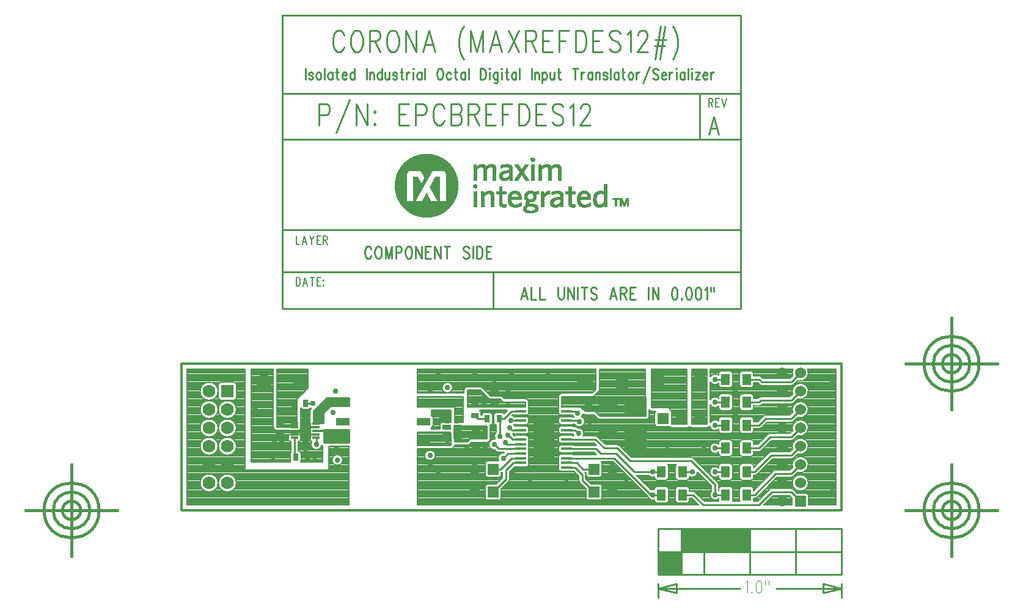
<source format=gbr>
*
*
G04 PADS 9.5 Build Number: 522968 generated Gerber (RS-274-X) file*
G04 PC Version=2.1*
*
%IN "MAXREFDES12_A.pcb"*%
*
%MOIN*%
*
%FSLAX35Y35*%
*
*
*
*
G04 PC Standard Apertures*
*
*
G04 Thermal Relief Aperture macro.*
%AMTER*
1,1,$1,0,0*
1,0,$1-$2,0,0*
21,0,$3,$4,0,0,45*
21,0,$3,$4,0,0,135*
%
*
*
G04 Annular Aperture macro.*
%AMANN*
1,1,$1,0,0*
1,0,$2,0,0*
%
*
*
G04 Odd Aperture macro.*
%AMODD*
1,1,$1,0,0*
1,0,$1-0.005,0,0*
%
*
*
G04 PC Custom Aperture Macros*
*
*
*
*
*
*
G04 PC Aperture Table*
*
%ADD046C,0.015*%
%ADD048C,0.03*%
%ADD051C,0.045*%
%ADD054C,0.06*%
%ADD056C,0.07*%
%ADD059C,0.085*%
%ADD083R,0.05X0.05*%
%ADD084R,0.06X0.06*%
%ADD086R,0.07X0.07*%
%ADD159C,0.025*%
%ADD171C,0.011*%
%ADD172C,0.012*%
%ADD176R,0.022X0.022*%
%ADD177C,0.01*%
%ADD180C,0.007*%
%ADD185C,0.001*%
%ADD189C,0*%
%ADD193C,0.008*%
%ADD234R,0.04X0.03*%
%ADD235R,0.03X0.04*%
%ADD239C,0.002*%
%ADD241R,0.04X0.01181*%
%ADD242R,0.05906X0.09055*%
%ADD243R,0.075X0.04*%
%ADD244R,0.01969X0.02559*%
%ADD245R,0.04626X0.02815*%
%ADD246R,0.1X0.07*%
%ADD247R,0.12X0.11*%
%ADD248R,0.04724X0.06299*%
%ADD249R,0.06693X0.09449*%
%ADD250R,0.06X0.015*%
%ADD251R,0.115X0.225*%
%ADD252C,0.009*%
*
*
*
*
G04 PC Circuitry*
G04 Layer Name MAXREFDES12_A.pcb - circuitry*
%LPD*%
*
*
G04 PC Custom Flashes*
G04 Layer Name MAXREFDES12_A.pcb - flashes*
%LPD*%
*
*
G04 PC Circuitry*
G04 Layer Name MAXREFDES12_A.pcb - circuitry*
%LPD*%
*
G54D46*
G01X2000500Y1509250D02*
Y1510616D01*
X2002000Y1512116*
X2005000*
X2240000Y1553750D02*
Y1548750D01*
Y1543750*
Y1583750D02*
Y1553750D01*
X2220000Y1568750D02*
X2215000D01*
X2225000D02*
X2220000D01*
X2240000Y1583750D02*
Y1588750D01*
X2260000Y1568750D02*
X2265000D01*
X2255000D02*
X2260000D01*
X2225000D02*
X2255000D01*
X2245000D02*
G75*
G03X2245000I-5000J0D01*
G01X2255000D02*
G03X2255000I-15000J0D01*
G01X2250000D02*
G03X2250000I-10000J0D01*
G01X2240000Y1588750D02*
Y1593750D01*
Y1473750D02*
Y1468750D01*
Y1463750*
Y1503750D02*
Y1473750D01*
X2220000Y1488750D02*
X2215000D01*
X2225000D02*
X2220000D01*
X2240000Y1503750D02*
Y1508750D01*
X2260000Y1488750D02*
X2265000D01*
X2255000D02*
X2260000D01*
X2225000D02*
X2255000D01*
X2245000D02*
G03X2245000I-5000J0D01*
G01X2255000D02*
G03X2255000I-15000J0D01*
G01X2250000D02*
G03X2250000I-10000J0D01*
G01X2240000Y1508750D02*
Y1513750D01*
X1760000Y1473750D02*
Y1468750D01*
Y1463750*
Y1503750D02*
Y1473750D01*
X1740000Y1488750D02*
X1735000D01*
X1745000D02*
X1740000D01*
X1760000Y1503750D02*
Y1508750D01*
X1780000Y1488750D02*
X1785000D01*
X1775000D02*
X1780000D01*
X1745000D02*
X1775000D01*
X1765000D02*
G03X1765000I-5000J0D01*
G01X1775000D02*
G03X1775000I-15000J0D01*
G01X1770000D02*
G03X1770000I-10000J0D01*
G01X1760000Y1508750D02*
Y1513750D01*
G54D48*
X1852500Y1493750D03*
X1875000D03*
X1892500D03*
X1960000Y1508750D03*
Y1493750D03*
X2000000D03*
X2000500Y1509250D03*
X2010000Y1506250D03*
X2037500Y1493750D03*
X2020000D03*
X2030000Y1506250D03*
X2062500Y1503750D03*
X2077000Y1497250D03*
Y1509750D03*
X2111000Y1497250D03*
X2087000Y1503250D03*
X2122000D03*
X2111000Y1509750D03*
X2098500D03*
X2175000Y1498750D03*
X1870000Y1516250D03*
X1860000Y1528750D03*
X1870500Y1526250D03*
X1860000Y1543750D03*
X1874500Y1526250D03*
X1887500Y1522250D03*
Y1542250D03*
X1905000Y1516250D03*
Y1511250D03*
X1892500Y1517750D03*
X1893500Y1524750D03*
X1891500Y1547250D03*
X1902500Y1542250D03*
X1904500Y1522750D03*
X1955500Y1514250D03*
X1957500Y1541750D03*
X1962000Y1540250D03*
X1955500Y1518750D03*
X1985500Y1532750D03*
Y1528750D03*
X1999000Y1533750D03*
X1990500Y1524750D03*
X1975500Y1523250D03*
X1985500D03*
X1998000Y1529750D03*
X1995500Y1517250D03*
X1993500Y1529250D03*
X1965500Y1541250D03*
X1996500Y1525750D03*
X1999500Y1537750D03*
X1985000Y1546750D03*
Y1550250D03*
X2036000Y1541750D03*
X2036500Y1530750D03*
X2037000Y1537250D03*
X2066000Y1519250D03*
X2052000Y1525750D03*
X2056000D03*
X2070000Y1519250D03*
X2042500Y1534750D03*
X2085000Y1523750D03*
X2105000D03*
X2111000Y1535250D03*
Y1547750D03*
X2122000Y1515750D03*
Y1528750D03*
Y1541250D03*
X2111000Y1522750D03*
X2175000Y1528750D03*
X1904000Y1553750D03*
X1955500Y1554250D03*
X1960000Y1563750D03*
X1965000Y1555750D03*
X2000000Y1563750D03*
X1980000D03*
X1990500Y1559750D03*
X1977000Y1553250D03*
X1981000D03*
X1998000Y1554250D03*
X2010000Y1556250D03*
X2020000Y1563750D03*
X2111000Y1560250D03*
X2122000Y1553750D03*
X2175000Y1558750D03*
G54D51*
X1887500Y1532250D03*
G54D54*
X2092500Y1538750D03*
X2102500D03*
X2055000Y1498750D03*
Y1511250D03*
X1980000D03*
Y1498750D03*
X2147500Y1493750D03*
X2157500Y1503750D03*
X2147500D03*
X2157500Y1513750D03*
X2147500D03*
X2157500Y1523750D03*
X2147500D03*
X2157500Y1533750D03*
X2147500D03*
X2157500Y1543750D03*
X2147500D03*
X2157500Y1553750D03*
X2147500D03*
X2157500Y1563750D03*
X2147500D03*
G54D56*
X1845000Y1543750D03*
Y1533750D03*
Y1523750D03*
Y1513750D03*
Y1503750D03*
X1835000Y1553750D03*
Y1543750D03*
Y1533750D03*
Y1523750D03*
Y1513750D03*
Y1503750D03*
G54D59*
X2040000Y1558750D03*
X1865000D03*
X1885000D03*
X2102500D03*
G54D83*
X1980500Y1522250D03*
Y1530250D03*
X1990500Y1555250D03*
Y1547250D03*
G54D84*
X2082500Y1538750D03*
X2045000Y1498750D03*
Y1511250D03*
X1990000D03*
Y1498750D03*
X2157500Y1493750D03*
G54D86*
X1845000Y1553750D03*
G54D159*
X2021000Y1519750D03*
X2014000D03*
X2021000Y1524750D03*
X2014000D03*
X2021000Y1531750D03*
X2014000D03*
X2021000Y1537750D03*
X2014000D03*
X2017500Y1522750D03*
Y1534750D03*
G54D171*
X1893500Y1530275D02*
X1890000D01*
X1893500Y1534225D02*
X1890000D01*
X1897450Y1536300D02*
X1892050D01*
Y1543022*
X1899228Y1550200*
X1911200*
Y1545800*
X1901272*
X1897450Y1541978*
Y1536300*
X1897550Y1532700D02*
Y1525800D01*
X1911200*
Y1532700*
X1897550*
X1899187Y1550159D02*
X1911200D01*
X1898197Y1549169D02*
X1911200D01*
X1897207Y1548179D02*
X1911200D01*
X1896217Y1547189D02*
X1911200D01*
X1895227Y1546199D02*
X1911200D01*
X1894237Y1545209D02*
X1900681D01*
X1893247Y1544219D02*
X1899691D01*
X1892257Y1543229D02*
X1898701D01*
X1892050Y1542239D02*
X1897711D01*
X1892050Y1541249D02*
X1897450D01*
X1892050Y1540259D02*
X1897450D01*
X1892050Y1539269D02*
X1897450D01*
X1892050Y1538279D02*
X1897450D01*
X1892050Y1537289D02*
X1897450D01*
X1897550Y1531739D02*
X1911200D01*
X1897550Y1530749D02*
X1911200D01*
X1897550Y1529759D02*
X1911200D01*
X1897550Y1528769D02*
X1911200D01*
X1897550Y1527779D02*
X1911200D01*
X1897550Y1526789D02*
X1911200D01*
G54D172*
X1905500Y1532200D02*
X1905450Y1532250D01*
X1893406*
X1820000Y1488750D02*
Y1568750D01*
X2180000*
Y1488750*
X1820000*
G54D176*
X1998000Y1551000D03*
Y1546500D03*
G54D177*
X1888600Y1528150D02*
X1886400D01*
Y1524750*
X1888600*
Y1528150*
X1886500Y1524750D02*
Y1528150D01*
X1887000Y1524750D02*
Y1528150D01*
X1887500Y1524750D02*
Y1528150D01*
X1888000Y1524750D02*
Y1528150D01*
X1888500Y1524750D02*
Y1528150D01*
X1888600Y1539750D02*
X1886400D01*
Y1536450*
X1888600*
Y1539750*
X1886500Y1536450D02*
Y1539750D01*
X1887000Y1536450D02*
Y1539750D01*
X1887500Y1536450D02*
Y1539750D01*
X1888000Y1536450D02*
Y1539750D01*
X1888500Y1536450D02*
Y1539750D01*
X1968591Y1535018D02*
Y1528222D01*
X1972425*
Y1535018*
X1968591*
X1969000Y1528222D02*
Y1535018D01*
X1969500Y1528222D02*
Y1535018D01*
X1970000Y1528222D02*
Y1535018D01*
X1970500Y1528222D02*
Y1535018D01*
X1971000Y1528222D02*
Y1535018D01*
X1971500Y1528222D02*
Y1535018D01*
X1972000Y1528222D02*
Y1535018D01*
X1990000Y1498750D02*
X1997000Y1505750D01*
Y1510675*
X2001000Y1514675*
X2005000*
X2077000Y1497250D02*
X2081791D01*
X2077000Y1509750D02*
X2081791D01*
X2111000Y1497250D02*
X2116791D01*
X2093209Y1509750D02*
X2098500D01*
X2093209Y1497250D02*
X2099000D01*
X2104500Y1491750*
X2135000*
X2142000Y1498750*
X2152500*
X2157500Y1493750*
X2111000Y1509750D02*
X2116791D01*
X2128209D02*
X2132500D01*
X2141500Y1518750*
X2152500*
X2157500Y1523750*
X2128209Y1497250D02*
X2132500D01*
X2144000Y1508750*
X2152500*
X2157500Y1513750*
X1881595Y1528313D02*
Y1518405D01*
X1881595D02*
X1882250Y1517750D01*
X1893405Y1528313D02*
X1893500Y1528218D01*
Y1524750*
X1887750Y1547250D02*
X1891500D01*
X1999000Y1533750D02*
X2000161Y1532589D01*
X2005000*
X1990500Y1524750D02*
X1992898Y1522352D01*
X2005000*
X1993375Y1538625D02*
X1995800D01*
X2000000Y1542825*
X2005000*
X1993375Y1538625D02*
X1993500Y1538500D01*
Y1529250*
X1980000Y1540500D02*
X1981750Y1538750D01*
X1986750*
X1993250D02*
X1993375Y1538625D01*
X1990000Y1511250D02*
X1994000D01*
X1999984Y1517234*
X2005000*
X1998000Y1529750D02*
X1998220D01*
X2000500Y1527470*
X2005000*
X1995500Y1517250D02*
X1998000Y1519750D01*
Y1519793*
X2005000*
X1996500Y1525750D02*
X1997339Y1524911D01*
X2005000*
X1999500Y1537750D02*
X2004957D01*
X2005000Y1537707*
X2021000Y1537750D02*
X2023500Y1540250D01*
Y1540266*
X2030000*
X2021000Y1531750D02*
Y1530030D01*
X2030000*
X2021000Y1531750D02*
Y1535148D01*
X2030000*
X2021000Y1524750D02*
X2021161Y1524911D01*
X2030000*
X2021000Y1519750D02*
X2021043Y1519793D01*
X2030000*
X2005000Y1530030D02*
X2014000D01*
Y1531750*
X2005000Y1535148D02*
X2014000D01*
Y1531750*
X2005000Y1540266D02*
X2011500D01*
Y1540250*
X2014000Y1537750*
X2030000Y1542825D02*
X2035000D01*
X2036000Y1541825*
Y1541750*
X2030000Y1537707D02*
X2036543D01*
X2037000Y1537250*
X2030000Y1532589D02*
X2034661D01*
X2036500Y1530750*
X2030000Y1527470D02*
X2045780D01*
X2050500Y1522750*
X2057500*
X2064500Y1515750*
X2098000*
X2111000Y1502750*
Y1497250*
X2030000Y1522352D02*
X2045898D01*
X2048500Y1519750*
X2057000*
X2067000Y1509750*
X2077000*
X2030000Y1517234D02*
X2056016D01*
X2076000Y1497250*
X2077000*
X2030000Y1514675D02*
X2035575D01*
X2039000Y1511250*
X2045000*
X2030000Y1512116D02*
X2034634D01*
X2038500Y1508250*
Y1505250*
X2045000Y1498750*
X2111000Y1535250D02*
X2116791D01*
X2111000Y1547750D02*
X2116791D01*
X2111000Y1522750D02*
X2116791D01*
X2128209Y1535250D02*
X2135000D01*
X2138500Y1538750*
X2152500*
X2157500Y1543750*
X2128209Y1522750D02*
X2135000D01*
X2141000Y1528750*
X2152500*
X2157500Y1533750*
X2128209Y1547750D02*
X2135000D01*
X2136000Y1548750*
X2152500*
X2157500Y1553750*
X2111000Y1560250D02*
X2116791D01*
X2128209D02*
X2135000D01*
X2136500Y1558750*
X2152500*
X2157500Y1563750*
X2080000Y1453750D02*
X2180000D01*
Y1478750*
X2080000*
Y1453750*
Y1446250D02*
X2124500D01*
X2080000D02*
X2090000Y1448750D01*
Y1443750*
X2080000Y1446250*
X2180000D02*
X2144136D01*
X2180000D02*
X2170000Y1443750D01*
Y1448750*
X2180000Y1446250*
X2080000Y1448750D02*
Y1441250D01*
X2180000Y1448750D02*
Y1441250D01*
X2082000Y1453750D02*
Y1466250D01*
X2083000Y1453750D02*
Y1466250D01*
X2084000D02*
Y1453750D01*
X2085000Y1466250D02*
Y1453750D01*
X2086000Y1466250D02*
Y1453750D01*
X2087000Y1466250D02*
Y1453750D01*
X2088000Y1466250D02*
Y1453750D01*
X2089000Y1466250D02*
Y1453750D01*
X2090000D02*
Y1466250D01*
X2091000Y1453750D02*
Y1466250D01*
X2094000D02*
Y1478750D01*
X2095000Y1466250D02*
Y1478750D01*
X2096000D02*
Y1466250D01*
X2097000Y1478750D02*
Y1466250D01*
X2098000Y1478750D02*
Y1466250D01*
X2099000Y1478750D02*
Y1466250D01*
X2100000Y1478750D02*
Y1466250D01*
X2101000Y1478750D02*
Y1466250D01*
X2102000D02*
Y1478750D01*
X2103000Y1466250D02*
Y1478750D01*
X2092500Y1453750D02*
Y1478750D01*
X2105000Y1453750D02*
Y1478750D01*
X2080000Y1466250D02*
X2180000D01*
X2155000Y1453750D02*
Y1478750D01*
X2130000Y1453750D02*
Y1478750D01*
X2081000Y1453750D02*
Y1466250D01*
X2091500Y1453750D02*
Y1466250D01*
X2093500D02*
Y1478750D01*
X2104000Y1466250D02*
Y1478750D01*
X2107000Y1466250D02*
Y1478750D01*
X2106000Y1466250D02*
Y1478750D01*
X2108000Y1466250D02*
Y1478750D01*
X2109000D02*
Y1466250D01*
X2110000Y1478750D02*
Y1466250D01*
X2111000Y1478750D02*
Y1466250D01*
X2112000Y1478750D02*
Y1466250D01*
X2113000Y1478750D02*
Y1466250D01*
X2115000D02*
Y1478750D01*
X2114000D02*
Y1466250D01*
X2116000D02*
Y1478750D01*
X2117000Y1466250D02*
Y1478750D01*
X2119000Y1466250D02*
Y1478750D01*
X2118000Y1466250D02*
Y1478750D01*
X2120000Y1466250D02*
Y1478750D01*
X2121000D02*
Y1466250D01*
X2122000Y1478750D02*
Y1466250D01*
X2123000Y1478750D02*
Y1466250D01*
X2124000Y1478750D02*
Y1466250D01*
X2125000Y1478750D02*
Y1466250D01*
X2126000Y1478750D02*
Y1466250D01*
X2127000D02*
Y1478750D01*
X2128000Y1466250D02*
Y1478750D01*
X2129000Y1466250D02*
Y1478750D01*
X2125000Y1598750D02*
Y1758750D01*
X1875000*
Y1598750*
X2125000*
X2102500Y1716250D02*
Y1691250D01*
X2125000Y1716250D02*
X1875000D01*
X2125000Y1691250D02*
X1875000D01*
X2125000Y1618750D02*
X1875000D01*
X2125000Y1641950D02*
X1875000D01*
X1990000Y1598750D02*
Y1618750D01*
X1895000Y1710563D02*
Y1698750D01*
Y1710563D02*
X1898682D01*
X1898682D02*
X1899909Y1710000D01*
X1900318Y1709438*
X1900318D02*
X1900727Y1708313D01*
X1900727D02*
Y1706625D01*
X1900318Y1705500*
X1899909Y1704938*
X1899909D02*
X1898682Y1704375D01*
X1895000*
X1911773Y1712813D02*
X1904409Y1694812D01*
X1915455Y1710563D02*
Y1698750D01*
Y1710563D02*
X1921182Y1698750D01*
Y1710563D02*
Y1698750D01*
X1925273Y1706625D02*
X1924864Y1706063D01*
X1924864D02*
X1925273Y1705500D01*
X1925682Y1706063*
X1925682D02*
X1925273Y1706625D01*
Y1699875D02*
X1924864Y1699313D01*
X1924864D02*
X1925273Y1698750D01*
X1925682Y1699313*
X1925682D02*
X1925273Y1699875D01*
X1938773Y1710563D02*
Y1698750D01*
Y1710563D02*
X1944091D01*
X1938773Y1704938D02*
X1942045D01*
X1938773Y1698750D02*
X1944091D01*
X1947773Y1710563D02*
Y1698750D01*
Y1710563D02*
X1951455D01*
X1951455D02*
X1952682Y1710000D01*
X1953091Y1709438*
X1953091D02*
X1953500Y1708313D01*
X1953500D02*
Y1706625D01*
X1953091Y1705500*
X1952682Y1704938*
X1952682D02*
X1951455Y1704375D01*
X1947773*
X1963318Y1707750D02*
X1962909Y1708875D01*
X1962091Y1710000*
X1961273Y1710563*
X1961273D02*
X1959636D01*
X1959636D02*
X1958818Y1710000D01*
X1958000Y1708875*
X1957591Y1707750*
X1957182Y1706063*
X1957182D02*
Y1703250D01*
X1957591Y1701563*
X1957591D02*
X1958000Y1700438D01*
X1958000D02*
X1958818Y1699313D01*
X1958818D02*
X1959636Y1698750D01*
X1961273*
X1962091Y1699313*
X1962091D02*
X1962909Y1700438D01*
X1962909D02*
X1963318Y1701563D01*
X1967000Y1710563D02*
Y1698750D01*
Y1710563D02*
X1970682D01*
X1970682D02*
X1971909Y1710000D01*
X1972318Y1709438*
X1972318D02*
X1972727Y1708313D01*
X1972727D02*
Y1707188D01*
X1972727D02*
X1972318Y1706063D01*
X1972318D02*
X1971909Y1705500D01*
X1970682Y1704938*
X1967000D02*
X1970682D01*
X1970682D02*
X1971909Y1704375D01*
X1972318Y1703813*
X1972318D02*
X1972727Y1702688D01*
X1972727D02*
Y1701000D01*
X1972318Y1699875*
X1971909Y1699313*
X1971909D02*
X1970682Y1698750D01*
X1967000*
X1976409Y1710563D02*
Y1698750D01*
Y1710563D02*
X1980091D01*
X1980091D02*
X1981318Y1710000D01*
X1981727Y1709438*
X1981727D02*
X1982136Y1708313D01*
X1982136D02*
Y1707188D01*
X1982136D02*
X1981727Y1706063D01*
X1981727D02*
X1981318Y1705500D01*
X1980091Y1704938*
X1980091D02*
X1976409D01*
X1979273D02*
X1982136Y1698750D01*
X1985818Y1710563D02*
Y1698750D01*
Y1710563D02*
X1991136D01*
X1985818Y1704938D02*
X1989091D01*
X1985818Y1698750D02*
X1991136D01*
X1994818Y1710563D02*
Y1698750D01*
Y1710563D02*
X2000136D01*
X1994818Y1704938D02*
X1998091D01*
X2003818Y1710563D02*
Y1698750D01*
Y1710563D02*
X2006682D01*
X2006682D02*
X2007909Y1710000D01*
X2008727Y1708875*
X2009136Y1707750*
X2009545Y1706063*
X2009545D02*
Y1703250D01*
X2009136Y1701563*
X2009136D02*
X2008727Y1700438D01*
X2008727D02*
X2007909Y1699313D01*
X2007909D02*
X2006682Y1698750D01*
X2003818*
X2013227Y1710563D02*
Y1698750D01*
Y1710563D02*
X2018545D01*
X2013227Y1704938D02*
X2016500D01*
X2013227Y1698750D02*
X2018545D01*
X2027955Y1708875D02*
X2027136Y1710000D01*
X2025909Y1710563*
X2025909D02*
X2024273D01*
X2024273D02*
X2023045Y1710000D01*
X2022227Y1708875*
Y1707750*
X2022636Y1706625*
X2023045Y1706063*
X2023045D02*
X2023864Y1705500D01*
X2026318Y1704375*
X2027136Y1703813*
X2027136D02*
X2027545Y1703250D01*
X2027955Y1702125*
Y1700438*
X2027955D02*
X2027136Y1699313D01*
X2027136D02*
X2025909Y1698750D01*
X2024273*
X2023045Y1699313*
X2023045D02*
X2022227Y1700438D01*
X2031636Y1708313D02*
X2032455Y1708875D01*
X2033682Y1710563*
X2033682D02*
Y1698750D01*
X2037773Y1707750D02*
Y1708313D01*
X2037773D02*
X2038182Y1709438D01*
X2038182D02*
X2038591Y1710000D01*
X2039409Y1710563*
X2039409D02*
X2041045D01*
X2041045D02*
X2041864Y1710000D01*
X2042273Y1709438*
X2042273D02*
X2042682Y1708313D01*
X2042682D02*
Y1707188D01*
X2042682D02*
X2042273Y1706063D01*
X2042273D02*
X2041455Y1704375D01*
X2037364Y1698750*
X2043091*
X1908636Y1747750D02*
X1908227Y1748875D01*
X1907409Y1750000*
X1906591Y1750563*
X1906591D02*
X1904955D01*
X1904955D02*
X1904136Y1750000D01*
X1903318Y1748875*
X1902909Y1747750*
X1902500Y1746063*
X1902500D02*
Y1743250D01*
X1902909Y1741563*
X1902909D02*
X1903318Y1740438D01*
X1903318D02*
X1904136Y1739313D01*
X1904136D02*
X1904955Y1738750D01*
X1906591*
X1907409Y1739313*
X1907409D02*
X1908227Y1740438D01*
X1908227D02*
X1908636Y1741563D01*
X1914773Y1750563D02*
X1913955Y1750000D01*
X1913136Y1748875*
X1912727Y1747750*
X1912318Y1746063*
X1912318D02*
Y1743250D01*
X1912727Y1741563*
X1912727D02*
X1913136Y1740438D01*
X1913136D02*
X1913955Y1739313D01*
X1913955D02*
X1914773Y1738750D01*
X1916409*
X1917227Y1739313*
X1917227D02*
X1918045Y1740438D01*
X1918045D02*
X1918455Y1741563D01*
X1918455D02*
X1918864Y1743250D01*
Y1746063*
X1918864D02*
X1918455Y1747750D01*
X1918045Y1748875*
X1917227Y1750000*
X1916409Y1750563*
X1916409D02*
X1914773D01*
X1922545D02*
Y1738750D01*
Y1750563D02*
X1926227D01*
X1926227D02*
X1927455Y1750000D01*
X1927864Y1749438*
X1927864D02*
X1928273Y1748313D01*
X1928273D02*
Y1747188D01*
X1928273D02*
X1927864Y1746063D01*
X1927864D02*
X1927455Y1745500D01*
X1926227Y1744938*
X1926227D02*
X1922545D01*
X1925409D02*
X1928273Y1738750D01*
X1934409Y1750563D02*
X1933591Y1750000D01*
X1932773Y1748875*
X1932364Y1747750*
X1931955Y1746063*
X1931955D02*
Y1743250D01*
X1932364Y1741563*
X1932364D02*
X1932773Y1740438D01*
X1932773D02*
X1933591Y1739313D01*
X1933591D02*
X1934409Y1738750D01*
X1936045*
X1936864Y1739313*
X1936864D02*
X1937682Y1740438D01*
X1937682D02*
X1938091Y1741563D01*
X1938091D02*
X1938500Y1743250D01*
Y1746063*
X1938500D02*
X1938091Y1747750D01*
X1937682Y1748875*
X1936864Y1750000*
X1936045Y1750563*
X1936045D02*
X1934409D01*
X1942182D02*
Y1738750D01*
Y1750563D02*
X1947909Y1738750D01*
Y1750563D02*
Y1738750D01*
X1954864Y1750563D02*
X1951591Y1738750D01*
X1954864Y1750563D02*
X1958136Y1738750D01*
X1952818Y1742688D02*
X1956909D01*
X1974091Y1752813D02*
X1973273Y1751688D01*
X1973273D02*
X1972455Y1750000D01*
X1971636Y1747750*
X1971227Y1744938*
X1971227D02*
Y1742688D01*
X1971227D02*
X1971636Y1739875D01*
X1972455Y1737625*
X1973273Y1735937*
X1973273D02*
X1974091Y1734812D01*
X1977773Y1750563D02*
Y1738750D01*
Y1750563D02*
X1981045Y1738750D01*
X1984318Y1750563D02*
X1981045Y1738750D01*
X1984318Y1750563D02*
Y1738750D01*
X1991273Y1750563D02*
X1988000Y1738750D01*
X1991273Y1750563D02*
X1994545Y1738750D01*
X1989227Y1742688D02*
X1993318D01*
X1998227Y1750563D02*
X2003955Y1738750D01*
Y1750563D02*
X1998227Y1738750D01*
X2007636Y1750563D02*
Y1738750D01*
Y1750563D02*
X2011318D01*
X2011318D02*
X2012545Y1750000D01*
X2012955Y1749438*
X2012955D02*
X2013364Y1748313D01*
X2013364D02*
Y1747188D01*
X2013364D02*
X2012955Y1746063D01*
X2012955D02*
X2012545Y1745500D01*
X2011318Y1744938*
X2011318D02*
X2007636D01*
X2010500D02*
X2013364Y1738750D01*
X2017045Y1750563D02*
Y1738750D01*
Y1750563D02*
X2022364D01*
X2017045Y1744938D02*
X2020318D01*
X2017045Y1738750D02*
X2022364D01*
X2026045Y1750563D02*
Y1738750D01*
Y1750563D02*
X2031364D01*
X2026045Y1744938D02*
X2029318D01*
X2035045Y1750563D02*
Y1738750D01*
Y1750563D02*
X2037909D01*
X2037909D02*
X2039136Y1750000D01*
X2039955Y1748875*
X2040364Y1747750*
X2040773Y1746063*
X2040773D02*
Y1743250D01*
X2040364Y1741563*
X2040364D02*
X2039955Y1740438D01*
X2039955D02*
X2039136Y1739313D01*
X2039136D02*
X2037909Y1738750D01*
X2035045*
X2044455Y1750563D02*
Y1738750D01*
Y1750563D02*
X2049773D01*
X2044455Y1744938D02*
X2047727D01*
X2044455Y1738750D02*
X2049773D01*
X2059182Y1748875D02*
X2058364Y1750000D01*
X2057136Y1750563*
X2057136D02*
X2055500D01*
X2055500D02*
X2054273Y1750000D01*
X2053455Y1748875*
Y1747750*
X2053864Y1746625*
X2054273Y1746063*
X2054273D02*
X2055091Y1745500D01*
X2057545Y1744375*
X2058364Y1743813*
X2058364D02*
X2058773Y1743250D01*
X2059182Y1742125*
Y1740438*
X2059182D02*
X2058364Y1739313D01*
X2058364D02*
X2057136Y1738750D01*
X2055500*
X2054273Y1739313*
X2054273D02*
X2053455Y1740438D01*
X2062864Y1748313D02*
X2063682Y1748875D01*
X2064909Y1750563*
X2064909D02*
Y1738750D01*
X2069000Y1747750D02*
Y1748313D01*
X2069000D02*
X2069409Y1749438D01*
X2069409D02*
X2069818Y1750000D01*
X2070636Y1750563*
X2070636D02*
X2072273D01*
X2072273D02*
X2073091Y1750000D01*
X2073500Y1749438*
X2073500D02*
X2073909Y1748313D01*
X2073909D02*
Y1747188D01*
X2073909D02*
X2073500Y1746063D01*
X2073500D02*
X2072682Y1744375D01*
X2068591Y1738750*
X2074318*
X2081273Y1752813D02*
X2078409Y1734812D01*
X2083727Y1752813D02*
X2080864Y1734812D01*
X2078409Y1745500D02*
X2084136D01*
X2078000Y1742125D02*
X2083727D01*
X2087818Y1752813D02*
X2088636Y1751688D01*
X2088636D02*
X2089455Y1750000D01*
X2090273Y1747750*
X2090682Y1744938*
X2090682D02*
Y1742688D01*
X2090682D02*
X2090273Y1739875D01*
X2089455Y1737625*
X2088636Y1735937*
X2088636D02*
X2087818Y1734812D01*
X2110227Y1703594D02*
X2107500Y1693750D01*
X2110227Y1703594D02*
X2112955Y1693750D01*
X2108523Y1697031D02*
X2111932D01*
X2006818Y1610313D02*
X2005000Y1603750D01*
X2006818Y1610313D02*
X2008636Y1603750D01*
X2005682Y1605938D02*
X2007955D01*
X2010682Y1610313D02*
Y1603750D01*
X2013409*
X2015455Y1610313D02*
Y1603750D01*
X2018182*
X2025455Y1610313D02*
Y1605625D01*
X2025682Y1604688*
X2025682D02*
X2026136Y1604063D01*
X2026136D02*
X2026818Y1603750D01*
X2027273*
X2027955Y1604063*
X2027955D02*
X2028409Y1604688D01*
X2028409D02*
X2028636Y1605625D01*
Y1610313*
X2030682D02*
Y1603750D01*
Y1610313D02*
X2033864Y1603750D01*
Y1610313D02*
Y1603750D01*
X2035909Y1610313D02*
Y1603750D01*
X2039545Y1610313D02*
Y1603750D01*
X2037955Y1610313D02*
X2041136D01*
X2046364Y1609375D02*
X2045909Y1610000D01*
X2045227Y1610313*
X2045227D02*
X2044318D01*
X2044318D02*
X2043636Y1610000D01*
X2043182Y1609375*
Y1608750*
X2043409Y1608125*
X2043636Y1607813*
X2043636D02*
X2044091Y1607500D01*
X2045455Y1606875*
X2045909Y1606563*
X2045909D02*
X2046136Y1606250D01*
X2046364Y1605625*
Y1604688*
X2046364D02*
X2045909Y1604063D01*
X2045909D02*
X2045227Y1603750D01*
X2044318*
X2043636Y1604063*
X2043636D02*
X2043182Y1604688D01*
X2055455Y1610313D02*
X2053636Y1603750D01*
X2055455Y1610313D02*
X2057273Y1603750D01*
X2054318Y1605938D02*
X2056591D01*
X2059318Y1610313D02*
Y1603750D01*
Y1610313D02*
X2061364D01*
X2061364D02*
X2062045Y1610000D01*
X2062273Y1609688*
X2062273D02*
X2062500Y1609063D01*
X2062500D02*
Y1608438D01*
X2062500D02*
X2062273Y1607813D01*
X2062273D02*
X2062045Y1607500D01*
X2061364Y1607188*
X2061364D02*
X2059318D01*
X2060909D02*
X2062500Y1603750D01*
X2064545Y1610313D02*
Y1603750D01*
Y1610313D02*
X2067500D01*
X2064545Y1607188D02*
X2066364D01*
X2064545Y1603750D02*
X2067500D01*
X2074773Y1610313D02*
Y1603750D01*
X2076818Y1610313D02*
Y1603750D01*
Y1610313D02*
X2080000Y1603750D01*
Y1610313D02*
Y1603750D01*
X2088636Y1610313D02*
X2087955Y1610000D01*
X2087500Y1609063*
X2087500D02*
X2087273Y1607500D01*
Y1606563*
X2087273D02*
X2087500Y1605000D01*
X2087955Y1604063*
X2087955D02*
X2088636Y1603750D01*
X2089091*
X2089773Y1604063*
X2089773D02*
X2090227Y1605000D01*
X2090455Y1606563*
X2090455D02*
Y1607500D01*
X2090227Y1609063*
X2090227D02*
X2089773Y1610000D01*
X2089091Y1610313*
X2089091D02*
X2088636D01*
X2092727Y1604375D02*
X2092500Y1604063D01*
X2092500D02*
X2092727Y1603750D01*
X2092955Y1604063*
X2092955D02*
X2092727Y1604375D01*
X2096364Y1610313D02*
X2095682Y1610000D01*
X2095227Y1609063*
X2095227D02*
X2095000Y1607500D01*
Y1606563*
X2095000D02*
X2095227Y1605000D01*
X2095682Y1604063*
X2095682D02*
X2096364Y1603750D01*
X2096818*
X2097500Y1604063*
X2097500D02*
X2097955Y1605000D01*
X2098182Y1606563*
X2098182D02*
Y1607500D01*
X2097955Y1609063*
X2097955D02*
X2097500Y1610000D01*
X2096818Y1610313*
X2096818D02*
X2096364D01*
X2101591D02*
X2100909Y1610000D01*
X2100455Y1609063*
X2100455D02*
X2100227Y1607500D01*
Y1606563*
X2100227D02*
X2100455Y1605000D01*
X2100909Y1604063*
X2100909D02*
X2101591Y1603750D01*
X2102045*
X2102727Y1604063*
X2102727D02*
X2103182Y1605000D01*
X2103409Y1606563*
X2103409D02*
Y1607500D01*
X2103182Y1609063*
X2103182D02*
X2102727Y1610000D01*
X2102045Y1610313*
X2102045D02*
X2101591D01*
X2105455Y1609063D02*
X2105909Y1609375D01*
X2106591Y1610313*
X2106591D02*
Y1603750D01*
X2108636Y1610313D02*
Y1608125D01*
X2110455Y1610313D02*
Y1608125D01*
X1923409Y1631250D02*
X1923182Y1631875D01*
X1922727Y1632500*
X1922273Y1632813*
X1922273D02*
X1921364D01*
X1921364D02*
X1920909Y1632500D01*
X1920455Y1631875*
X1920227Y1631250*
X1920000Y1630313*
X1920000D02*
Y1628750D01*
X1920227Y1627813*
X1920227D02*
X1920455Y1627188D01*
X1920455D02*
X1920909Y1626563D01*
X1920909D02*
X1921364Y1626250D01*
X1922273*
X1922727Y1626563*
X1922727D02*
X1923182Y1627188D01*
X1923182D02*
X1923409Y1627813D01*
X1926818Y1632813D02*
X1926364Y1632500D01*
X1925909Y1631875*
X1925682Y1631250*
X1925455Y1630313*
X1925455D02*
Y1628750D01*
X1925682Y1627813*
X1925682D02*
X1925909Y1627188D01*
X1925909D02*
X1926364Y1626563D01*
X1926364D02*
X1926818Y1626250D01*
X1927727*
X1928182Y1626563*
X1928182D02*
X1928636Y1627188D01*
X1928636D02*
X1928864Y1627813D01*
X1928864D02*
X1929091Y1628750D01*
Y1630313*
X1929091D02*
X1928864Y1631250D01*
X1928636Y1631875*
X1928182Y1632500*
X1927727Y1632813*
X1927727D02*
X1926818D01*
X1931136D02*
Y1626250D01*
Y1632813D02*
X1932955Y1626250D01*
X1934773Y1632813D02*
X1932955Y1626250D01*
X1934773Y1632813D02*
Y1626250D01*
X1936818Y1632813D02*
Y1626250D01*
Y1632813D02*
X1938864D01*
X1938864D02*
X1939545Y1632500D01*
X1939773Y1632188*
X1939773D02*
X1940000Y1631563D01*
X1940000D02*
Y1630625D01*
X1939773Y1630000*
X1939545Y1629688*
X1939545D02*
X1938864Y1629375D01*
X1936818*
X1943409Y1632813D02*
X1942955Y1632500D01*
X1942500Y1631875*
X1942273Y1631250*
X1942045Y1630313*
X1942045D02*
Y1628750D01*
X1942273Y1627813*
X1942273D02*
X1942500Y1627188D01*
X1942500D02*
X1942955Y1626563D01*
X1942955D02*
X1943409Y1626250D01*
X1944318*
X1944773Y1626563*
X1944773D02*
X1945227Y1627188D01*
X1945227D02*
X1945455Y1627813D01*
X1945455D02*
X1945682Y1628750D01*
Y1630313*
X1945682D02*
X1945455Y1631250D01*
X1945227Y1631875*
X1944773Y1632500*
X1944318Y1632813*
X1944318D02*
X1943409D01*
X1947727D02*
Y1626250D01*
Y1632813D02*
X1950909Y1626250D01*
Y1632813D02*
Y1626250D01*
X1952955Y1632813D02*
Y1626250D01*
Y1632813D02*
X1955909D01*
X1952955Y1629688D02*
X1954773D01*
X1952955Y1626250D02*
X1955909D01*
X1957955Y1632813D02*
Y1626250D01*
Y1632813D02*
X1961136Y1626250D01*
Y1632813D02*
Y1626250D01*
X1964773Y1632813D02*
Y1626250D01*
X1963182Y1632813D02*
X1966364D01*
X1976818Y1631875D02*
X1976364Y1632500D01*
X1975682Y1632813*
X1975682D02*
X1974773D01*
X1974773D02*
X1974091Y1632500D01*
X1973636Y1631875*
Y1631250*
X1973864Y1630625*
X1974091Y1630313*
X1974091D02*
X1974545Y1630000D01*
X1975909Y1629375*
X1976364Y1629063*
X1976364D02*
X1976591Y1628750D01*
X1976818Y1628125*
Y1627188*
X1976818D02*
X1976364Y1626563D01*
X1976364D02*
X1975682Y1626250D01*
X1974773*
X1974091Y1626563*
X1974091D02*
X1973636Y1627188D01*
X1978864Y1632813D02*
Y1626250D01*
X1980909Y1632813D02*
Y1626250D01*
Y1632813D02*
X1982500D01*
X1982500D02*
X1983182Y1632500D01*
X1983636Y1631875*
X1983864Y1631250*
X1984091Y1630313*
X1984091D02*
Y1628750D01*
X1983864Y1627813*
X1983864D02*
X1983636Y1627188D01*
X1983636D02*
X1983182Y1626563D01*
X1983182D02*
X1982500Y1626250D01*
X1980909*
X1986136Y1632813D02*
Y1626250D01*
Y1632813D02*
X1989091D01*
X1986136Y1629688D02*
X1987955D01*
X1986136Y1626250D02*
X1989091D01*
G54D180*
X1882500Y1615844D02*
Y1611250D01*
Y1615844D02*
X1883614D01*
X1884091Y1615625*
X1884409Y1615188*
X1884409D02*
X1884568Y1614750D01*
X1884727Y1614094*
Y1613000*
X1884568Y1612344*
X1884409Y1611906*
X1884091Y1611469*
X1883614Y1611250*
X1882500*
X1887432Y1615844D02*
X1886159Y1611250D01*
X1887432Y1615844D02*
X1888705Y1611250D01*
X1886636Y1612781D02*
X1888227D01*
X1891250Y1615844D02*
Y1611250D01*
X1890136Y1615844D02*
X1892364D01*
X1893795D02*
Y1611250D01*
Y1615844D02*
X1895864D01*
X1893795Y1613656D02*
X1895068D01*
X1893795Y1611250D02*
X1895864D01*
X1897455Y1614313D02*
X1897295Y1614094D01*
X1897455Y1613875*
X1897614Y1614094*
X1897455Y1614313*
Y1611688D02*
X1897295Y1611469D01*
X1897455Y1611250*
X1897614Y1611469*
X1897455Y1611688*
X1882500Y1638344D02*
Y1633750D01*
X1884409*
X1887114Y1638344D02*
X1885841Y1633750D01*
X1887114Y1638344D02*
X1888386Y1633750D01*
X1886318Y1635281D02*
X1887909D01*
X1889818Y1638344D02*
X1891091Y1636156D01*
Y1633750*
X1892364Y1638344D02*
X1891091Y1636156D01*
X1893795Y1638344D02*
Y1633750D01*
Y1638344D02*
X1895864D01*
X1893795Y1636156D02*
X1895068D01*
X1893795Y1633750D02*
X1895864D01*
X1897295Y1638344D02*
Y1633750D01*
Y1638344D02*
X1898727D01*
X1899205Y1638125*
X1899364Y1637906*
X1899523Y1637469*
Y1637031*
X1899364Y1636594*
X1899205Y1636375*
X1898727Y1636156*
X1897295*
X1898409D02*
X1899523Y1633750D01*
X2107500Y1713344D02*
Y1708750D01*
Y1713344D02*
X2108932D01*
X2109409Y1713125*
X2109568Y1712906*
X2109727Y1712469*
Y1712031*
X2109568Y1711594*
X2109409Y1711375*
X2108932Y1711156*
X2107500*
X2108614D02*
X2109727Y1708750D01*
X2111159Y1713344D02*
Y1708750D01*
Y1713344D02*
X2113227D01*
X2111159Y1711156D02*
X2112432D01*
X2111159Y1708750D02*
X2113227D01*
X2114659Y1713344D02*
X2115932Y1708750D01*
X2117205Y1713344D02*
X2115932Y1708750D01*
G54D185*
X2080000Y1453750D02*
X2080003D01*
X2180000D02*
X2180003D01*
G54D189*
X2127500Y1449063D02*
X2127955Y1449375D01*
X2128636Y1450313*
X2128636D02*
Y1443750D01*
X2130909Y1444375D02*
X2130682Y1444063D01*
X2130682D02*
X2130909Y1443750D01*
X2131136Y1444063*
X2131136D02*
X2130909Y1444375D01*
X2134545Y1450313D02*
X2133864Y1450000D01*
X2133409Y1449063*
X2133409D02*
X2133182Y1447500D01*
Y1446563*
X2133182D02*
X2133409Y1445000D01*
X2133864Y1444063*
X2133864D02*
X2134545Y1443750D01*
X2135000*
X2135682Y1444063*
X2135682D02*
X2136136Y1445000D01*
X2136364Y1446563*
X2136364D02*
Y1447500D01*
X2136136Y1449063*
X2136136D02*
X2135682Y1450000D01*
X2135000Y1450313*
X2135000D02*
X2134545D01*
X2138409D02*
Y1448125D01*
X2140227Y1450313D02*
Y1448125D01*
G54D193*
X1962481Y1531319D02*
Y1528122D01*
X1967080*
Y1530763*
X1966991Y1530804*
X1966833Y1530919*
X1966699Y1531062*
X1966594Y1531227*
X1966559Y1531319*
X1962481*
X1962700Y1528122D02*
Y1531319D01*
X1963100Y1528122D02*
Y1531319D01*
X1963500Y1528122D02*
Y1531319D01*
X1963900Y1528122D02*
Y1531319D01*
X1964300Y1528122D02*
Y1531319D01*
X1964700Y1528122D02*
Y1531319D01*
X1965100Y1528122D02*
Y1531319D01*
X1965500Y1528122D02*
Y1531319D01*
X1965900Y1528122D02*
Y1531319D01*
X1966300Y1528122D02*
Y1531319D01*
X1966700Y1528122D02*
Y1531060D01*
X1871900Y1565850D02*
X1889100D01*
Y1555416*
X1883100Y1549416*
Y1534150*
X1871900*
Y1565850*
X1948650Y1545150D02*
X1968900D01*
Y1536650*
X1973600*
Y1550850*
X1948650*
Y1545150*
Y1531350D02*
Y1524150D01*
X1967060*
Y1529124*
X1964834Y1531350*
X1948650*
X1960900Y1536650D02*
X1966600D01*
Y1542350*
X1962166*
X1960900Y1541084*
Y1536650*
X1968900Y1534850D02*
Y1526150D01*
X1975834*
X1977334Y1527650*
X1986600*
Y1534850*
X1968900*
X2007600Y1545150D02*
X1975900D01*
Y1554350*
X1982834*
X1987834Y1549350*
X1993834*
X1995334Y1547850*
X2007600*
Y1545150*
X2106600Y1535650D02*
X2098400D01*
Y1565850*
X2106600*
Y1535650*
X2095600D02*
X2087400D01*
Y1542916*
X2085666Y1544650*
X2076400*
Y1565850*
X2095600*
Y1535650*
X2027400Y1545150D02*
X2037666D01*
X2040166Y1542650*
X2045666*
X2048166Y1540150*
X2073100*
Y1565850*
X2047900*
Y1554084*
X2044666Y1550850*
X2027400*
Y1545150*
X1871900Y1565829D02*
X1889100D01*
X1871900Y1565109D02*
X1889100D01*
X1871900Y1564389D02*
X1889100D01*
X1871900Y1563669D02*
X1889100D01*
X1871900Y1562949D02*
X1889100D01*
X1871900Y1562229D02*
X1889100D01*
X1871900Y1561509D02*
X1889100D01*
X1871900Y1560789D02*
X1889100D01*
X1871900Y1560069D02*
X1889100D01*
X1871900Y1559349D02*
X1889100D01*
X1871900Y1558629D02*
X1889100D01*
X1871900Y1557909D02*
X1889100D01*
X1871900Y1557189D02*
X1889100D01*
X1871900Y1556469D02*
X1889100D01*
X1871900Y1555749D02*
X1889100D01*
X1871900Y1555029D02*
X1888713D01*
X1871900Y1554309D02*
X1887993D01*
X1871900Y1553589D02*
X1887273D01*
X1871900Y1552869D02*
X1886553D01*
X1871900Y1552149D02*
X1885833D01*
X1871900Y1551429D02*
X1885113D01*
X1871900Y1550709D02*
X1884393D01*
X1871900Y1549989D02*
X1883673D01*
X1871900Y1549269D02*
X1883100D01*
X1871900Y1548549D02*
X1883100D01*
X1871900Y1547829D02*
X1883100D01*
X1871900Y1547109D02*
X1883100D01*
X1871900Y1546389D02*
X1883100D01*
X1871900Y1545669D02*
X1883100D01*
X1871900Y1544949D02*
X1883100D01*
X1871900Y1544229D02*
X1883100D01*
X1871900Y1543509D02*
X1883100D01*
X1871900Y1542789D02*
X1883100D01*
X1871900Y1542069D02*
X1883100D01*
X1871900Y1541349D02*
X1883100D01*
X1871900Y1540629D02*
X1883100D01*
X1871900Y1539909D02*
X1883100D01*
X1871900Y1539189D02*
X1883100D01*
X1871900Y1538469D02*
X1883100D01*
X1871900Y1537749D02*
X1883100D01*
X1871900Y1537029D02*
X1883100D01*
X1871900Y1536309D02*
X1883100D01*
X1871900Y1535589D02*
X1883100D01*
X1871900Y1534869D02*
X1883100D01*
X1948650Y1550329D02*
X1973600D01*
X1948650Y1549609D02*
X1973600D01*
X1948650Y1548889D02*
X1973600D01*
X1948650Y1548169D02*
X1973600D01*
X1948650Y1547449D02*
X1973600D01*
X1948650Y1546729D02*
X1973600D01*
X1948650Y1546009D02*
X1973600D01*
X1948650Y1545289D02*
X1973600D01*
X1968900Y1544569D02*
X1973600D01*
X1968900Y1543849D02*
X1973600D01*
X1968900Y1543129D02*
X1973600D01*
X1968900Y1542409D02*
X1973600D01*
X1968900Y1541689D02*
X1973600D01*
X1968900Y1540969D02*
X1973600D01*
X1968900Y1540249D02*
X1973600D01*
X1968900Y1539529D02*
X1973600D01*
X1968900Y1538809D02*
X1973600D01*
X1968900Y1538089D02*
X1973600D01*
X1968900Y1537369D02*
X1973600D01*
X1948650Y1528469D02*
X1967060D01*
X1948650Y1527749D02*
X1967060D01*
X1948650Y1527029D02*
X1967060D01*
X1948650Y1526309D02*
X1967060D01*
X1948650Y1525589D02*
X1967060D01*
X1948650Y1524869D02*
X1967060D01*
X1948650Y1529189D02*
X1966996D01*
X1948650Y1529909D02*
X1966276D01*
X1948650Y1530629D02*
X1965556D01*
X1948650Y1531349D02*
X1964836D01*
X1961504Y1541689D02*
X1966600D01*
X1960900Y1540969D02*
X1966600D01*
X1960900Y1540249D02*
X1966600D01*
X1960900Y1539529D02*
X1966600D01*
X1960900Y1538809D02*
X1966600D01*
X1960900Y1538089D02*
X1966600D01*
X1960900Y1537369D02*
X1966600D01*
X1968900Y1534789D02*
X1986600D01*
X1968900Y1534069D02*
X1986600D01*
X1968900Y1533349D02*
X1986600D01*
X1968900Y1532629D02*
X1986600D01*
X1968900Y1531909D02*
X1986600D01*
X1968900Y1531189D02*
X1986600D01*
X1968900Y1530469D02*
X1986600D01*
X1968900Y1529749D02*
X1986600D01*
X1968900Y1529029D02*
X1986600D01*
X1968900Y1528309D02*
X1986600D01*
X1968900Y1527589D02*
X1977273D01*
X1968900Y1526869D02*
X1976553D01*
X1975900Y1547309D02*
X2007600D01*
X1975900Y1546589D02*
X2007600D01*
X1975900Y1545869D02*
X2007600D01*
X1975900Y1548029D02*
X1995156D01*
X1975900Y1548749D02*
X1994436D01*
X1975900Y1549469D02*
X1987716D01*
X1975900Y1550189D02*
X1986996D01*
X1975900Y1550909D02*
X1986276D01*
X1975900Y1551629D02*
X1985556D01*
X1975900Y1552349D02*
X1984836D01*
X1975900Y1553069D02*
X1984116D01*
X1975900Y1553789D02*
X1983396D01*
X2098400Y1565169D02*
X2106600D01*
X2098400Y1564449D02*
X2106600D01*
X2098400Y1563729D02*
X2106600D01*
X2098400Y1563009D02*
X2106600D01*
X2098400Y1562289D02*
X2106600D01*
X2098400Y1561569D02*
X2106600D01*
X2098400Y1560849D02*
X2106600D01*
X2098400Y1560129D02*
X2106600D01*
X2098400Y1559409D02*
X2106600D01*
X2098400Y1558689D02*
X2106600D01*
X2098400Y1557969D02*
X2106600D01*
X2098400Y1557249D02*
X2106600D01*
X2098400Y1556529D02*
X2106600D01*
X2098400Y1555809D02*
X2106600D01*
X2098400Y1555089D02*
X2106600D01*
X2098400Y1554369D02*
X2106600D01*
X2098400Y1553649D02*
X2106600D01*
X2098400Y1552929D02*
X2106600D01*
X2098400Y1552209D02*
X2106600D01*
X2098400Y1551489D02*
X2106600D01*
X2098400Y1550769D02*
X2106600D01*
X2098400Y1550049D02*
X2106600D01*
X2098400Y1549329D02*
X2106600D01*
X2098400Y1548609D02*
X2106600D01*
X2098400Y1547889D02*
X2106600D01*
X2098400Y1547169D02*
X2106600D01*
X2098400Y1546449D02*
X2106600D01*
X2098400Y1545729D02*
X2106600D01*
X2098400Y1545009D02*
X2106600D01*
X2098400Y1544289D02*
X2106600D01*
X2098400Y1543569D02*
X2106600D01*
X2098400Y1542849D02*
X2106600D01*
X2098400Y1542129D02*
X2106600D01*
X2098400Y1541409D02*
X2106600D01*
X2098400Y1540689D02*
X2106600D01*
X2098400Y1539969D02*
X2106600D01*
X2098400Y1539249D02*
X2106600D01*
X2098400Y1538529D02*
X2106600D01*
X2098400Y1537809D02*
X2106600D01*
X2098400Y1537089D02*
X2106600D01*
X2098400Y1536369D02*
X2106600D01*
X2076400Y1565169D02*
X2095600D01*
X2076400Y1564449D02*
X2095600D01*
X2076400Y1563729D02*
X2095600D01*
X2076400Y1563009D02*
X2095600D01*
X2076400Y1562289D02*
X2095600D01*
X2076400Y1561569D02*
X2095600D01*
X2076400Y1560849D02*
X2095600D01*
X2076400Y1560129D02*
X2095600D01*
X2076400Y1559409D02*
X2095600D01*
X2076400Y1558689D02*
X2095600D01*
X2076400Y1557969D02*
X2095600D01*
X2076400Y1557249D02*
X2095600D01*
X2076400Y1556529D02*
X2095600D01*
X2076400Y1555809D02*
X2095600D01*
X2076400Y1555089D02*
X2095600D01*
X2076400Y1554369D02*
X2095600D01*
X2076400Y1553649D02*
X2095600D01*
X2076400Y1552929D02*
X2095600D01*
X2076400Y1552209D02*
X2095600D01*
X2076400Y1551489D02*
X2095600D01*
X2076400Y1550769D02*
X2095600D01*
X2076400Y1550049D02*
X2095600D01*
X2076400Y1549329D02*
X2095600D01*
X2076400Y1548609D02*
X2095600D01*
X2076400Y1547889D02*
X2095600D01*
X2076400Y1547169D02*
X2095600D01*
X2076400Y1546449D02*
X2095600D01*
X2076400Y1545729D02*
X2095600D01*
X2076400Y1545009D02*
X2095600D01*
X2086027Y1544289D02*
X2095600D01*
X2086747Y1543569D02*
X2095600D01*
X2087400Y1542849D02*
X2095600D01*
X2087400Y1542129D02*
X2095600D01*
X2087400Y1541409D02*
X2095600D01*
X2087400Y1540689D02*
X2095600D01*
X2087400Y1539969D02*
X2095600D01*
X2087400Y1539249D02*
X2095600D01*
X2087400Y1538529D02*
X2095600D01*
X2087400Y1537809D02*
X2095600D01*
X2087400Y1537089D02*
X2095600D01*
X2087400Y1536369D02*
X2095600D01*
X2047900Y1565349D02*
X2073100D01*
X2047900Y1564629D02*
X2073100D01*
X2047900Y1563909D02*
X2073100D01*
X2047900Y1563189D02*
X2073100D01*
X2047900Y1562469D02*
X2073100D01*
X2047900Y1561749D02*
X2073100D01*
X2047900Y1561029D02*
X2073100D01*
X2047900Y1560309D02*
X2073100D01*
X2047900Y1559589D02*
X2073100D01*
X2047900Y1558869D02*
X2073100D01*
X2047900Y1558149D02*
X2073100D01*
X2047900Y1557429D02*
X2073100D01*
X2047900Y1556709D02*
X2073100D01*
X2047900Y1555989D02*
X2073100D01*
X2047900Y1555269D02*
X2073100D01*
X2047900Y1554549D02*
X2073100D01*
X2047644Y1553829D02*
X2073100D01*
X2046924Y1553109D02*
X2073100D01*
X2046204Y1552389D02*
X2073100D01*
X2045484Y1551669D02*
X2073100D01*
X2044764Y1550949D02*
X2073100D01*
X2027400Y1550229D02*
X2073100D01*
X2027400Y1549509D02*
X2073100D01*
X2027400Y1548789D02*
X2073100D01*
X2027400Y1548069D02*
X2073100D01*
X2027400Y1547349D02*
X2073100D01*
X2027400Y1546629D02*
X2073100D01*
X2027400Y1545909D02*
X2073100D01*
X2027400Y1545189D02*
X2073100D01*
X2038347Y1544469D02*
X2073100D01*
X2039067Y1543749D02*
X2073100D01*
X2039787Y1543029D02*
X2073100D01*
X2046007Y1542309D02*
X2073100D01*
X2046727Y1541589D02*
X2073100D01*
X2047447Y1540869D02*
X2073100D01*
X2161900Y1503750D02*
G03X2161900I-4400J0D01*
G01X1958400Y1518750D02*
G03X1958400I-2900J0D01*
G01X1967900Y1555750D02*
G03X1967900I-2900J0D01*
G01X1907900Y1516250D02*
G03X1907900I-2900J0D01*
G01X1849900Y1503750D02*
G03X1849900I-4900J0D01*
G01Y1523750D02*
G03X1849900I-4900J0D01*
G01Y1533750D02*
G03X1849900I-4900J0D01*
G01Y1543750D02*
G03X1849900I-4900J0D01*
G01X1839900Y1503750D02*
G03X1839900I-4900J0D01*
G01Y1523750D02*
G03X1839900I-4900J0D01*
G01Y1533750D02*
G03X1839900I-4900J0D01*
G01Y1543750D02*
G03X1839900I-4900J0D01*
G01Y1553750D02*
G03X1839900I-4900J0D01*
G01X1897100Y1515190D02*
Y1523871D01*
G03X1897070Y1523910I-40J0*
G01X1896409Y1524219D02*
G03X1897070Y1523910I1141J1581D01*
G01X1896409Y1524219D02*
G03X1896346Y1524194I-24J-33D01*
G01X1891057Y1526313D02*
G03X1896346Y1524194I2443J-1563D01*
G01X1891057Y1526313D02*
G03X1891034Y1526373I-34J21D01*
G01X1890005Y1527722D02*
G03X1891034Y1526373I1400J0D01*
G01X1890005Y1527722D02*
Y1528904D01*
X1890999Y1530243D02*
G03X1890005Y1528904I406J-1339D01*
G01X1890999Y1530243D02*
G03Y1530320I-12J38D01*
G01X1890005Y1531659D02*
G03X1890999Y1530320I1401J0D01*
G01X1890005Y1531659D02*
Y1532841D01*
X1890999Y1534180D02*
G03X1890005Y1532841I407J-1339D01*
G01X1890999Y1534180D02*
G03Y1534257I-12J39D01*
G01X1890005Y1535596D02*
G03X1890999Y1534257I1400J0D01*
G01X1890005Y1535596D02*
Y1536778D01*
X1890097Y1537276D02*
G03X1890005Y1536778I1308J-498D01*
G01X1890097Y1537276D02*
G03X1890100Y1537291I-37J15D01*
G01Y1543022*
X1890671Y1544401D02*
G03X1890100Y1543022I1379J-1379D01*
G01X1890671Y1544401D02*
X1890678Y1544407D01*
G03X1890661Y1544474I-29J29*
G01X1890490Y1544532D02*
G03X1890661Y1544474I1010J2718D01*
G01X1890490Y1544532D02*
G03X1890442Y1544515I-14J-38D01*
G01X1889250Y1543850D02*
G03X1890442Y1544515I0J1400D01*
G01X1889250Y1543850D02*
X1886250D01*
X1884976Y1544669D02*
G03X1886250Y1543850I1274J581D01*
G01X1884976Y1544669D02*
G03X1884900Y1544652I-36J-17D01*
G01Y1537291*
G03X1884903Y1537276I40J-0*
G01X1884995Y1536778D02*
G03X1884903Y1537276I-1400J-0D01*
G01X1884995Y1536778D02*
Y1535596D01*
X1884941Y1535214D02*
G03X1884995Y1535596I-1346J382D01*
G01X1884941Y1535214D02*
G03Y1535192I39J-11D01*
G01X1884995Y1534809D02*
G03X1884941Y1535192I-1401J0D01*
G01X1884995Y1534809D02*
Y1533628D01*
X1883594Y1532228D02*
G03X1884995Y1533628I0J1400D01*
G01X1883594Y1532228D02*
X1879594D01*
X1879030Y1532347D02*
G03X1879594Y1532228I564J1281D01*
G01X1879030Y1532347D02*
G03X1879014Y1532350I-16J-37D01*
G01X1871900*
X1870100Y1534150D02*
G03X1871900Y1532350I1800J0D01*
G01X1870100Y1534150D02*
Y1565810D01*
G03X1870060Y1565850I-40J-0*
G01X1857940*
G03X1857900Y1565810I0J-40*
G01Y1515190*
G03X1857940Y1515150I40J0*
G01X1879423*
G03X1879460Y1515206I0J40*
G01X1879350Y1515750D02*
G03X1879460Y1515206I1400J0D01*
G01X1879350Y1515750D02*
Y1519750D01*
X1879685Y1520659D02*
G03X1879350Y1519750I1065J-909D01*
G01X1879685Y1520659D02*
G03X1879694Y1520685I-31J26D01*
G01Y1526282*
G03X1879654Y1526322I-40J0*
G01X1879595*
X1878194Y1527722D02*
G03X1879595Y1526322I1401J0D01*
G01X1878194Y1527722D02*
Y1528904D01*
X1879595Y1530304D02*
G03X1878194Y1528904I-0J-1400D01*
G01X1879595Y1530304D02*
X1883595D01*
X1884995Y1528904D02*
G03X1883595Y1530304I-1400J-0D01*
G01X1884995Y1528904D02*
Y1527722D01*
X1883595Y1526322D02*
G03X1884995Y1527722I-0J1400D01*
G01X1883595Y1526322D02*
X1883535D01*
G03X1883495Y1526282I-0J-40*
G01Y1521190*
G03X1883535Y1521150I40J0*
G01X1883750*
X1885150Y1519750D02*
G03X1883750Y1521150I-1400J0D01*
G01X1885150Y1519750D02*
Y1515750D01*
X1885040Y1515206D02*
G03X1885150Y1515750I-1290J544D01*
G01X1885040Y1515206D02*
G03X1885077Y1515150I37J-16D01*
G01X1897060*
G03X1897100Y1515190I0J40*
G01X2177100Y1491690D02*
Y1565810D01*
G03X2177060Y1565850I-40J-0*
G01X2161433*
G03X2161398Y1565791I0J-40*
G01X2156061Y1559592D02*
G03X2161398Y1565791I1439J4158D01*
G01X2156061Y1559592D02*
G03X2156020Y1559582I-13J-38D01*
G01X2153844Y1557406*
X2152500Y1556850D02*
G03X2153844Y1557406I0J1900D01*
G01X2152500Y1556850D02*
X2136500D01*
X2135156Y1557406D02*
G03X2136500Y1556850I1344J1344D01*
G01X2135156Y1557406D02*
X2134225Y1558338D01*
G03X2134196Y1558350I-29J-28*
G01X2132011*
G03X2131971Y1558310I-0J-40*
G01Y1557100*
X2130571Y1555700D02*
G03X2131971Y1557100I-0J1400D01*
G01X2130571Y1555700D02*
X2125846D01*
X2124446Y1557100D02*
G03X2125846Y1555700I1400J0D01*
G01X2124446Y1557100D02*
Y1563400D01*
X2125846Y1564800D02*
G03X2124446Y1563400I0J-1400D01*
G01X2125846Y1564800D02*
X2130571D01*
X2131971Y1563400D02*
G03X2130571Y1564800I-1400J-0D01*
G01X2131971Y1563400D02*
Y1562190D01*
G03X2132011Y1562150I40J0*
G01X2135000*
X2136344Y1561594D02*
G03X2135000Y1562150I-1344J-1344D01*
G01X2136344Y1561594D02*
X2137275Y1560662D01*
G03X2137304Y1560650I29J28*
G01X2151696*
G03X2151725Y1560662I0J40*
G01X2153332Y1562270*
G03X2153342Y1562311I-28J28*
G01X2153602Y1565791D02*
G03X2153342Y1562311I3898J-2041D01*
G01X2153602Y1565791D02*
G03X2153567Y1565850I-35J19D01*
G01X2108440*
G03X2108400Y1565810I0J-40*
G01Y1561696*
G03X2108475Y1561676I40J-0*
G01X2112962Y1562386D02*
G03X2108475Y1561676I-1962J-2136D01*
G01X2112962Y1562386D02*
G03X2113029Y1562415I27J29D01*
G01Y1563400*
X2114429Y1564800D02*
G03X2113029Y1563400I0J-1400D01*
G01X2114429Y1564800D02*
X2119154D01*
X2120554Y1563400D02*
G03X2119154Y1564800I-1400J-0D01*
G01X2120554Y1563400D02*
Y1557100D01*
X2119154Y1555700D02*
G03X2120554Y1557100I-0J1400D01*
G01X2119154Y1555700D02*
X2114429D01*
X2113029Y1557100D02*
G03X2114429Y1555700I1400J0D01*
G01X2113029Y1557100D02*
Y1558085D01*
G03X2112962Y1558114I-40J0*
G01X2108475Y1558824D02*
G03X2112962Y1558114I2525J1426D01*
G01X2108475Y1558824D02*
G03X2108400Y1558804I-35J-20D01*
G01Y1549196*
G03X2108475Y1549176I40J-0*
G01X2112962Y1549886D02*
G03X2108475Y1549176I-1962J-2136D01*
G01X2112962Y1549886D02*
G03X2113029Y1549915I27J29D01*
G01Y1550900*
X2114429Y1552300D02*
G03X2113029Y1550900I0J-1400D01*
G01X2114429Y1552300D02*
X2119154D01*
X2120554Y1550900D02*
G03X2119154Y1552300I-1400J-0D01*
G01X2120554Y1550900D02*
Y1544600D01*
X2119154Y1543200D02*
G03X2120554Y1544600I-0J1400D01*
G01X2119154Y1543200D02*
X2114429D01*
X2113029Y1544600D02*
G03X2114429Y1543200I1400J0D01*
G01X2113029Y1544600D02*
Y1545585D01*
G03X2112962Y1545614I-40J0*
G01X2108475Y1546324D02*
G03X2112962Y1545614I2525J1426D01*
G01X2108475Y1546324D02*
G03X2108400Y1546304I-35J-20D01*
G01Y1536696*
G03X2108475Y1536676I40J-0*
G01X2112962Y1537386D02*
G03X2108475Y1536676I-1962J-2136D01*
G01X2112962Y1537386D02*
G03X2113029Y1537415I27J29D01*
G01Y1538400*
X2114429Y1539800D02*
G03X2113029Y1538400I0J-1400D01*
G01X2114429Y1539800D02*
X2119154D01*
X2120554Y1538400D02*
G03X2119154Y1539800I-1400J-0D01*
G01X2120554Y1538400D02*
Y1532100D01*
X2119154Y1530700D02*
G03X2120554Y1532100I-0J1400D01*
G01X2119154Y1530700D02*
X2114429D01*
X2113029Y1532100D02*
G03X2114429Y1530700I1400J0D01*
G01X2113029Y1532100D02*
Y1533085D01*
G03X2112962Y1533114I-40J0*
G01X2108166Y1534632D02*
G03X2112962Y1533114I2834J618D01*
G01X2108166Y1534632D02*
G03X2108094Y1534646I-39J-8D01*
G01X2106600Y1533850D02*
G03X2108094Y1534646I0J1800D01*
G01X2106600Y1533850D02*
X2098400D01*
X2097030Y1534482D02*
G03X2098400Y1533850I1370J1168D01*
G01X2097030Y1534482D02*
G03X2096970I-30J-26D01*
G01X2095600Y1533850D02*
G03X2096970Y1534482I0J1800D01*
G01X2095600Y1533850D02*
X2087400D01*
X2086067Y1534441D02*
G03X2087400Y1533850I1333J1209D01*
G01X2086067Y1534441D02*
G03X2086022Y1534451I-30J-27D01*
G01X2085500Y1534350D02*
G03X2086022Y1534451I0J1400D01*
G01X2085500Y1534350D02*
X2079500D01*
X2078100Y1535750D02*
G03X2079500Y1534350I1400J0D01*
G01X2078100Y1535750D02*
Y1541750D01*
X2078552Y1542781D02*
G03X2078100Y1541750I948J-1031D01*
G01X2078552Y1542781D02*
G03X2078525Y1542850I-27J29D01*
G01X2076400*
X2074972Y1543554D02*
G03X2076400Y1542850I1428J1096D01*
G01X2074972Y1543554D02*
G03X2074900Y1543530I-32J-24D01*
G01Y1540150*
Y1539750*
X2073500Y1538350D02*
G03X2074900Y1539750I0J1400D01*
G01X2073500Y1538350D02*
X2061500D01*
X2048166*
X2046893Y1538877D02*
G03X2048166Y1538350I1273J1273D01*
G01X2046893Y1538877D02*
X2044932Y1540838D01*
G03X2044904Y1540850I-28J-28*
G01X2040166*
X2038934Y1541337D02*
G03X2040166Y1540850I1232J1313D01*
G01X2038934Y1541337D02*
G03X2038867Y1541314I-27J-29D01*
G01X2038251Y1539921D02*
G03X2038867Y1541314I-2251J1829D01*
G01X2038251Y1539921D02*
G03X2038264Y1539860I31J-25D01*
G01X2034496Y1535787D02*
G03X2038264Y1539860I2504J1463D01*
G01X2034496Y1535787D02*
G03X2034462Y1535807I-34J-20D01*
G01X2033811*
G03X2033788Y1535800I-0J-40*
G01X2033000Y1535557D02*
G03X2033788Y1535800I0J1400D01*
G01X2033000Y1535557D02*
X2027000D01*
X2025600Y1536957D02*
G03X2027000Y1535557I1400J-0D01*
G01X2025600Y1536957D02*
Y1538457D01*
X2027000Y1539857D02*
G03X2025600Y1538457I0J-1400D01*
G01X2027000Y1539857D02*
X2033000D01*
X2033788Y1539614D02*
G03X2033000Y1539857I-788J-1157D01*
G01X2033788Y1539614D02*
G03X2033811Y1539607I23J33D01*
G01X2033946*
G03X2033974Y1539675I-0J40*
G01X2033307Y1540675D02*
G03X2033974Y1539675I2693J1075D01*
G01X2033307Y1540675D02*
G03X2033262Y1540699I-38J-15D01*
G01X2033000Y1540675D02*
G03X2033262Y1540700I0J1400D01*
G01X2033000Y1540675D02*
X2027000D01*
X2025600Y1542075D02*
G03X2027000Y1540675I1400J-0D01*
G01X2025600Y1542075D02*
Y1543575D01*
X2025698Y1544090D02*
G03X2025600Y1543575I1302J-515D01*
G01X2025698Y1544090D02*
G03Y1544119I-37J14D01*
G01X2025600Y1544634D02*
G03X2025698Y1544119I1400J-0D01*
G01X2025600Y1544634D02*
Y1545150D01*
Y1550850*
X2027400Y1552650D02*
G03X2025600Y1550850I0J-1800D01*
G01X2027400Y1552650D02*
X2043904D01*
G03X2043932Y1552662I-0J40*
G01X2046088Y1554818*
G03X2046100Y1554846I-28J28*
G01Y1565810*
G03X2046060Y1565850I-40J-0*
G01X1948690*
G03X1948650Y1565810I0J-40*
G01Y1552690*
G03X1948690Y1552650I40J0*
G01X1973600*
X1974050Y1552593D02*
G03X1973600Y1552650I-450J-1743D01*
G01X1974050Y1552593D02*
G03X1974100Y1552632I10J39D01*
G01Y1554350*
X1975900Y1556150D02*
G03X1974100Y1554350I0J-1800D01*
G01X1975900Y1556150D02*
X1982834D01*
X1984107Y1555623D02*
G03X1982834Y1556150I-1273J-1273D01*
G01X1984107Y1555623D02*
X1988568Y1551162D01*
G03X1988596Y1551150I28J28*
G01X1993000*
X1993834*
X1995107Y1550623D02*
G03X1993834Y1551150I-1273J-1273D01*
G01X1995107Y1550623D02*
X1996068Y1549662D01*
G03X1996096Y1549650I28J28*
G01X2007600*
X2009400Y1547850D02*
G03X2007600Y1549650I-1800J0D01*
G01X2009400Y1547850D02*
Y1546134D01*
Y1545150*
Y1544634*
X2009302Y1544119D02*
G03X2009400Y1544634I-1302J515D01*
G01X2009302Y1544119D02*
G03Y1544090I37J-15D01*
G01X2009400Y1543575D02*
G03X2009302Y1544090I-1400J-0D01*
G01X2009400Y1543575D02*
Y1542075D01*
X2008000Y1540675D02*
G03X2009400Y1542075I0J1400D01*
G01X2008000Y1540675D02*
X2002000D01*
X2001212Y1540918D02*
G03X2002000Y1540675I788J1157D01*
G01X2001212Y1540918D02*
G03X2001189Y1540925I-23J-33D01*
G01X2000804*
G03X2000775Y1540913I-0J-40*
G01X2000423Y1540560*
G03X2000438Y1540494I28J-28*
G01X2001547Y1539804D02*
G03X2000438Y1540494I-2047J-2054D01*
G01X2001547Y1539804D02*
G03X2001587Y1539794I28J29D01*
G01X2002000Y1539857D02*
G03X2001587Y1539794I0J-1400D01*
G01X2002000Y1539857D02*
X2008000D01*
X2009400Y1538457D02*
G03X2008000Y1539857I-1400J-0D01*
G01X2009400Y1538457D02*
Y1536957D01*
X2008000Y1535557D02*
G03X2009400Y1536957I0J1400D01*
G01X2008000Y1535557D02*
X2002000D01*
X2001522Y1535641D02*
G03X2002000Y1535557I478J1316D01*
G01X2001522Y1535641D02*
G03X2001481Y1535632I-13J-38D01*
G01X2001348Y1535515D02*
G03X2001481Y1535632I-1848J2235D01*
G01X2001348Y1535515D02*
G03X2001342Y1535461I26J-30D01*
G01X2001724Y1534745D02*
G03X2001342Y1535461I-2724J-995D01*
G01X2001724Y1534745D02*
G03X2001768Y1534719I38J14D01*
G01X2002000Y1534739D02*
G03X2001768Y1534719I0J-1400D01*
G01X2002000Y1534739D02*
X2008000D01*
X2009400Y1533339D02*
G03X2008000Y1534739I-1400J-0D01*
G01X2009400Y1533339D02*
Y1531839D01*
X2008000Y1530439D02*
G03X2009400Y1531839I0J1400D01*
G01X2008000Y1530439D02*
X2002000D01*
X2001212Y1530682D02*
G03X2002000Y1530439I788J1157D01*
G01X2001212Y1530682D02*
G03X2001189Y1530689I-23J-33D01*
G01X2000799*
G03X2000761Y1530636I0J-40*
G01X2000900Y1529774D02*
G03X2000761Y1530636I-2900J-24D01*
G01X2000900Y1529774D02*
G03X2000912Y1529746I40J0D01*
G01X2001231Y1529427*
G03X2001279Y1529421I28J28*
G01X2002000Y1529620D02*
G03X2001280Y1529421I0J-1400D01*
G01X2002000Y1529620D02*
X2008000D01*
X2009400Y1528220D02*
G03X2008000Y1529620I-1400J0D01*
G01X2009400Y1528220D02*
Y1526720D01*
X2009302Y1526206D02*
G03X2009400Y1526720I-1302J514D01*
G01X2009302Y1526206D02*
G03Y1526176I37J-15D01*
G01X2009400Y1525661D02*
G03X2009302Y1526176I-1400J0D01*
G01X2009400Y1525661D02*
Y1524161D01*
X2009302Y1523647D02*
G03X2009400Y1524161I-1302J514D01*
G01X2009302Y1523647D02*
G03Y1523617I37J-15D01*
G01X2009400Y1523102D02*
G03X2009302Y1523617I-1400J0D01*
G01X2009400Y1523102D02*
Y1521602D01*
X2009302Y1521088D02*
G03X2009400Y1521602I-1302J514D01*
G01X2009302Y1521088D02*
G03Y1521058I37J-15D01*
G01X2009400Y1520543D02*
G03X2009302Y1521058I-1400J0D01*
G01X2009400Y1520543D02*
Y1519043D01*
X2009302Y1518528D02*
G03X2009400Y1519043I-1302J515D01*
G01X2009302Y1518528D02*
G03Y1518499I37J-14D01*
G01X2009400Y1517984D02*
G03X2009302Y1518499I-1400J0D01*
G01X2009400Y1517984D02*
Y1516484D01*
X2009302Y1515969D02*
G03X2009400Y1516484I-1302J515D01*
G01X2009302Y1515969D02*
G03Y1515940I37J-14D01*
G01X2009400Y1515425D02*
G03X2009302Y1515940I-1400J0D01*
G01X2009400Y1515425D02*
Y1513925D01*
X2008000Y1512525D02*
G03X2009400Y1513925I0J1400D01*
G01X2008000Y1512525D02*
X2002000D01*
X2001619Y1512578D02*
G03X2002000Y1512525I381J1347D01*
G01X2001619Y1512578D02*
G03X2001580Y1512568I-11J-38D01*
G01X1998912Y1509900*
G03X1998900Y1509872I28J-28*
G01Y1505750*
X1998344Y1504406D02*
G03X1998900Y1505750I-1344J1344D01*
G01X1998344Y1504406D02*
X1994412Y1500475D01*
G03X1994400Y1500446I28J-29*
G01Y1495750*
X1993000Y1494350D02*
G03X1994400Y1495750I0J1400D01*
G01X1993000Y1494350D02*
X1987000D01*
X1985600Y1495750D02*
G03X1987000Y1494350I1400J0D01*
G01X1985600Y1495750D02*
Y1501750D01*
X1987000Y1503150D02*
G03X1985600Y1501750I0J-1400D01*
G01X1987000Y1503150D02*
X1991696D01*
G03X1991725Y1503162I0J40*
G01X1995088Y1506525*
G03X1995100Y1506554I-28J29*
G01Y1509625*
G03X1995038Y1509659I-40J0*
G01X1994431Y1509400D02*
G03X1995038Y1509659I-431J1850D01*
G01X1994431Y1509399D02*
G03X1994400Y1509361I9J-38D01*
G01Y1508250*
X1993000Y1506850D02*
G03X1994400Y1508250I0J1400D01*
G01X1993000Y1506850D02*
X1987000D01*
X1985600Y1508250D02*
G03X1987000Y1506850I1400J0D01*
G01X1985600Y1508250D02*
Y1514250D01*
X1987000Y1515650D02*
G03X1985600Y1514250I0J-1400D01*
G01X1987000Y1515650D02*
X1993000D01*
X1993008D02*
G03X1993000I-8J-1400D01*
G01X1993008D02*
G03X1993042Y1515711I-0J40D01*
G01X1995688Y1520144D02*
G03X1993042Y1515711I-188J-2894D01*
G01X1995688Y1520144D02*
G03X1995719Y1520156I2J40D01*
G01X1995947Y1520384*
G03X1995919Y1520452I-28J28*
G01X1992898*
X1991554Y1521009D02*
G03X1992898Y1520452I1344J1343D01*
G01X1991554Y1521009D02*
X1990719Y1521844D01*
G03X1990688Y1521856I-29J-28*
G01X1991033Y1527601D02*
G03X1990688Y1521856I-533J-2851D01*
G01X1991033Y1527601D02*
G03X1991073Y1527662I7J39D01*
G01X1991586Y1531429D02*
G03X1991073Y1527662I1914J-2179D01*
G01X1991586Y1531429D02*
G03X1991600Y1531459I-26J30D01*
G01Y1535323*
G03X1991565Y1535362I-40J-0*
G01X1990350Y1536750D02*
G03X1991565Y1535362I1400J0D01*
G01X1990350Y1536750D02*
Y1540750D01*
X1991750Y1542150D02*
G03X1990350Y1540750I0J-1400D01*
G01X1991750Y1542150D02*
X1994750D01*
X1995927Y1541508D02*
G03X1994750Y1542150I-1177J-758D01*
G01X1995927Y1541508D02*
G03X1995989Y1541501I34J21D01*
G01X1997770Y1543282*
G03X1997742Y1543350I-28J28*
G01X1993000*
X1988000*
X1982598*
G03X1982581Y1543274I0J-40*
G01X1983400Y1542000D02*
G03X1982581Y1543274I-1400J0D01*
G01X1983400Y1542000D02*
Y1540690D01*
G03X1983440Y1540650I40J0*
G01X1983810*
G03X1983850Y1540690I-0J40*
G01Y1540750*
X1985250Y1542150D02*
G03X1983850Y1540750I0J-1400D01*
G01X1985250Y1542150D02*
X1988250D01*
X1989650Y1540750D02*
G03X1988250Y1542150I-1400J0D01*
G01X1989650Y1540750D02*
Y1536750D01*
X1988376Y1535356D02*
G03X1989650Y1536750I-126J1394D01*
G01X1988376Y1535356D02*
G03X1988341Y1535306I4J-40D01*
G01X1988400Y1534850D02*
G03X1988341Y1535306I-1800J0D01*
G01X1988400Y1534850D02*
Y1527650D01*
X1986600Y1525850D02*
G03X1988400Y1527650I0J1800D01*
G01X1986600Y1525850D02*
X1978096D01*
G03X1978068Y1525838I0J-40*
G01X1977107Y1524877*
X1975834Y1524350D02*
G03X1977107Y1524877I0J1800D01*
G01X1975834Y1524350D02*
X1968900D01*
G03X1968860Y1524310I0J-40*
G01Y1524150*
X1967060Y1522350D02*
G03X1968860Y1524150I0J1800D01*
G01X1967060Y1522350D02*
X1948690D01*
G03X1948650Y1522310I0J-40*
G01Y1491690*
G03X1948690Y1491650I40J0*
G01X2101816*
G03X2101845Y1491718I0J40*
G01X2098225Y1495338*
G03X2098196Y1495350I-29J-28*
G01X2097011*
G03X2096971Y1495310I-0J-40*
G01Y1494100*
X2095571Y1492700D02*
G03X2096971Y1494100I-0J1400D01*
G01X2095571Y1492700D02*
X2090846D01*
X2089446Y1494100D02*
G03X2090846Y1492700I1400J0D01*
G01X2089446Y1494100D02*
Y1500400D01*
X2090846Y1501800D02*
G03X2089446Y1500400I0J-1400D01*
G01X2090846Y1501800D02*
X2095571D01*
X2096971Y1500400D02*
G03X2095571Y1501800I-1400J-0D01*
G01X2096971Y1500400D02*
Y1499190D01*
G03X2097011Y1499150I40J0*
G01X2099000*
X2100344Y1498594D02*
G03X2099000Y1499150I-1344J-1344D01*
G01X2100344Y1498594D02*
X2105275Y1493662D01*
G03X2105304Y1493650I29J28*
G01X2113049*
G03X2113087Y1493701I-0J40*
G01X2113029Y1494100D02*
G03X2113087Y1493701I1400J0D01*
G01X2113029Y1494100D02*
Y1495085D01*
G03X2112962Y1495114I-40J0*
G01X2109086Y1499429D02*
G03X2112962Y1495114I1914J-2179D01*
G01X2109086Y1499429D02*
G03X2109100Y1499459I-26J30D01*
G01Y1501946*
G03X2109088Y1501975I-40J0*
G01X2101463Y1509600*
G03X2101395Y1509574I-28J-28*
G01X2097031Y1507249D02*
G03X2101395Y1509574I1469J2501D01*
G01X2097031Y1507249D02*
G03X2096971Y1507215I-20J-34D01*
G01Y1506600*
X2095571Y1505200D02*
G03X2096971Y1506600I-0J1400D01*
G01X2095571Y1505200D02*
X2090846D01*
X2089446Y1506600D02*
G03X2090846Y1505200I1400J0D01*
G01X2089446Y1506600D02*
Y1512900D01*
X2089762Y1513785D02*
G03X2089446Y1512900I1084J-885D01*
G01X2089762Y1513785D02*
G03X2089731Y1513850I-31J25D01*
G01X2085269*
G03X2085238Y1513785I0J-40*
G01X2085554Y1512900D02*
G03X2085238Y1513785I-1400J-0D01*
G01X2085554Y1512900D02*
Y1506600D01*
X2084154Y1505200D02*
G03X2085554Y1506600I-0J1400D01*
G01X2084154Y1505200D02*
X2079429D01*
X2078029Y1506600D02*
G03X2079429Y1505200I1400J0D01*
G01X2078029Y1506600D02*
Y1506981D01*
G03X2077976Y1507019I-40J0*
G01X2074821Y1507836D02*
G03X2077976Y1507019I2179J1914D01*
G01X2074821Y1507836D02*
G03X2074791Y1507850I-30J-26D01*
G01X2068184*
G03X2068155Y1507782I-0J-40*
G01X2075956Y1499981*
G03X2075998Y1499972I29J28*
G01X2077976Y1499981D02*
G03X2075998Y1499972I-976J-2731D01*
G01X2077976Y1499981D02*
G03X2078029Y1500019I13J38D01*
G01Y1500400*
X2079429Y1501800D02*
G03X2078029Y1500400I0J-1400D01*
G01X2079429Y1501800D02*
X2084154D01*
X2085554Y1500400D02*
G03X2084154Y1501800I-1400J-0D01*
G01X2085554Y1500400D02*
Y1494100D01*
X2084154Y1492700D02*
G03X2085554Y1494100I-0J1400D01*
G01X2084154Y1492700D02*
X2079429D01*
X2078029Y1494100D02*
G03X2079429Y1492700I1400J0D01*
G01X2078029Y1494100D02*
Y1494481D01*
G03X2077976Y1494519I-40J0*
G01X2074261Y1496296D02*
G03X2077976Y1494519I2739J954D01*
G01X2074261Y1496296D02*
G03X2074252Y1496311I-37J-13D01*
G01X2055240Y1515323*
G03X2055212Y1515334I-28J-29*
G01X2048992*
G03X2048964Y1515265I-0J-40*
G01X2049400Y1514250D02*
G03X2048964Y1515265I-1400J0D01*
G01X2049400Y1514250D02*
Y1508250D01*
X2048000Y1506850D02*
G03X2049400Y1508250I0J1400D01*
G01X2048000Y1506850D02*
X2042000D01*
X2040600Y1508250D02*
G03X2042000Y1506850I1400J0D01*
G01X2040600Y1508250D02*
Y1509310D01*
G03X2040560Y1509350I-40J-0*
G01X2040125*
G03X2040091Y1509288I-0J-40*
G01X2040400Y1508250D02*
G03X2040091Y1509288I-1900J0D01*
G01X2040400Y1508250D02*
Y1506054D01*
G03X2040412Y1506025I40J-0*
G01X2043275Y1503162*
G03X2043304Y1503150I29J28*
G01X2048000*
X2049400Y1501750D02*
G03X2048000Y1503150I-1400J0D01*
G01X2049400Y1501750D02*
Y1495750D01*
X2048000Y1494350D02*
G03X2049400Y1495750I0J1400D01*
G01X2048000Y1494350D02*
X2042000D01*
X2040600Y1495750D02*
G03X2042000Y1494350I1400J0D01*
G01X2040600Y1495750D02*
Y1500446D01*
G03X2040588Y1500475I-40J0*
G01X2037156Y1503906*
X2036600Y1505250D02*
G03X2037156Y1503906I1900J0D01*
G01X2036600Y1505250D02*
Y1507446D01*
G03X2036588Y1507475I-40J0*
G01X2033859Y1510204*
G03X2033830Y1510216I-29J-28*
G01X2033811*
G03X2033788Y1510209I-0J-40*
G01X2033000Y1509966D02*
G03X2033788Y1510209I0J1400D01*
G01X2033000Y1509966D02*
X2027000D01*
X2025600Y1511366D02*
G03X2027000Y1509966I1400J0D01*
G01X2025600Y1511366D02*
Y1512866D01*
X2025698Y1513381D02*
G03X2025600Y1512866I1302J-515D01*
G01X2025698Y1513381D02*
G03Y1513410I-37J15D01*
G01X2025600Y1513925D02*
G03X2025698Y1513410I1400J0D01*
G01X2025600Y1513925D02*
Y1515425D01*
X2025698Y1515940D02*
G03X2025600Y1515425I1302J-515D01*
G01X2025698Y1515940D02*
G03Y1515969I-37J15D01*
G01X2025600Y1516484D02*
G03X2025698Y1515969I1400J0D01*
G01X2025600Y1516484D02*
Y1517984D01*
X2027000Y1519384D02*
G03X2025600Y1517984I0J-1400D01*
G01X2027000Y1519384D02*
X2033000D01*
X2033788Y1519141D02*
G03X2033000Y1519384I-788J-1157D01*
G01X2033788Y1519141D02*
G03X2033811Y1519134I23J33D01*
G01X2046332*
G03X2046360Y1519203I0J40*
G01X2045122Y1520441*
G03X2045094Y1520452I-28J-29*
G01X2033811*
G03X2033788Y1520445I-0J-40*
G01X2033000Y1520202D02*
G03X2033788Y1520445I0J1400D01*
G01X2033000Y1520202D02*
X2027000D01*
X2025600Y1521602D02*
G03X2027000Y1520202I1400J0D01*
G01X2025600Y1521602D02*
Y1523102D01*
X2027000Y1524502D02*
G03X2025600Y1523102I0J-1400D01*
G01X2027000Y1524502D02*
X2033000D01*
X2033788Y1524259D02*
G03X2033000Y1524502I-788J-1157D01*
G01X2033788Y1524259D02*
G03X2033811Y1524252I23J33D01*
G01X2045898*
X2046238Y1524222D02*
G03X2045898Y1524252I-340J-1870D01*
G01X2046238Y1524222D02*
G03X2046274Y1524289I7J39D01*
G01X2045004Y1525559*
G03X2044976Y1525570I-28J-29*
G01X2033811*
G03X2033788Y1525564I-0J-40*
G01X2033000Y1525320D02*
G03X2033788Y1525564I0J1400D01*
G01X2033000Y1525320D02*
X2027000D01*
X2025600Y1526720D02*
G03X2027000Y1525320I1400J0D01*
G01X2025600Y1526720D02*
Y1528220D01*
X2027000Y1529620D02*
G03X2025600Y1528220I0J-1400D01*
G01X2027000Y1529620D02*
X2033000D01*
X2033788Y1529377D02*
G03X2033000Y1529620I-788J-1157D01*
G01X2033788Y1529377D02*
G03X2033811Y1529370I23J33D01*
G01X2033883*
G03X2033918Y1529429I-0J40*
G01X2033609Y1530519D02*
G03X2033918Y1529429I2891J231D01*
G01X2033609Y1530519D02*
G03X2033554Y1530553I-40J-3D01*
G01X2033000Y1530439D02*
G03X2033553Y1530553I0J1400D01*
G01X2033000Y1530439D02*
X2027000D01*
X2025600Y1531839D02*
G03X2027000Y1530439I1400J-0D01*
G01X2025600Y1531839D02*
Y1533339D01*
X2027000Y1534739D02*
G03X2025600Y1533339I0J-1400D01*
G01X2027000Y1534739D02*
X2033000D01*
X2033788Y1534496D02*
G03X2033000Y1534739I-788J-1157D01*
G01X2033788Y1534496D02*
G03X2033811Y1534489I23J33D01*
G01X2034661*
X2036005Y1533932D02*
G03X2034661Y1534489I-1344J-1343D01*
G01X2036005Y1533932D02*
X2036281Y1533656D01*
G03X2036312Y1533644I29J28*
G01X2039082Y1529429D02*
G03X2036312Y1533644I-2582J1321D01*
G01X2039082Y1529429D02*
G03X2039117Y1529370I35J-19D01*
G01X2045780*
X2047123Y1528814D02*
G03X2045780Y1529370I-1343J-1344D01*
G01X2047123Y1528814D02*
X2051275Y1524662D01*
G03X2051304Y1524650I29J28*
G01X2057500*
X2058844Y1524094D02*
G03X2057500Y1524650I-1344J-1344D01*
G01X2058844Y1524094D02*
X2065275Y1517662D01*
G03X2065304Y1517650I29J28*
G01X2098000*
X2099344Y1517094D02*
G03X2098000Y1517650I-1344J-1344D01*
G01X2099344Y1517094D02*
X2112344Y1504094D01*
X2112900Y1502750D02*
G03X2112344Y1504094I-1900J0D01*
G01X2112900Y1502750D02*
Y1499459D01*
G03X2112914Y1499429I40J0*
G01X2112962Y1499386D02*
G03X2112914Y1499429I-1962J-2136D01*
G01X2112962Y1499386D02*
G03X2113029Y1499415I27J29D01*
G01Y1500400*
X2114429Y1501800D02*
G03X2113029Y1500400I0J-1400D01*
G01X2114429Y1501800D02*
X2119154D01*
X2120554Y1500400D02*
G03X2119154Y1501800I-1400J-0D01*
G01X2120554Y1500400D02*
Y1494100D01*
X2120496Y1493701D02*
G03X2120554Y1494100I-1342J399D01*
G01X2120496Y1493701D02*
G03X2120534Y1493650I38J-11D01*
G01X2124466*
G03X2124504Y1493701I0J40*
G01X2124446Y1494100D02*
G03X2124504Y1493701I1400J0D01*
G01X2124446Y1494100D02*
Y1500400D01*
X2125846Y1501800D02*
G03X2124446Y1500400I0J-1400D01*
G01X2125846Y1501800D02*
X2130571D01*
X2131971Y1500400D02*
G03X2130571Y1501800I-1400J-0D01*
G01X2131971Y1500400D02*
Y1499504D01*
G03X2132039Y1499476I40J0*
G01X2142656Y1510094*
X2144000Y1510650D02*
G03X2142656Y1510094I0J-1900D01*
G01X2144000Y1510650D02*
X2151696D01*
G03X2151725Y1510662I0J40*
G01X2153332Y1512270*
G03X2153342Y1512311I-28J28*
G01X2156061Y1509592D02*
G03X2153342Y1512311I1439J4158D01*
G01X2156061Y1509592D02*
G03X2156020Y1509582I-13J-38D01*
G01X2153844Y1507406*
X2152500Y1506850D02*
G03X2153844Y1507406I0J1900D01*
G01X2152500Y1506850D02*
X2144804D01*
G03X2144775Y1506838I-0J-40*
G01X2133844Y1495906*
X2132500Y1495350D02*
G03X2133844Y1495906I0J1900D01*
G01X2132500Y1495350D02*
X2132011D01*
G03X2131971Y1495310I-0J-40*
G01Y1494100*
X2131913Y1493701D02*
G03X2131971Y1494100I-1342J399D01*
G01X2131913Y1493701D02*
G03X2131951Y1493650I38J-11D01*
G01X2134196*
G03X2134225Y1493662I0J40*
G01X2140656Y1500094*
X2142000Y1500650D02*
G03X2140656Y1500094I0J-1900D01*
G01X2142000Y1500650D02*
X2152500D01*
X2153844Y1500094D02*
G03X2152500Y1500650I-1344J-1344D01*
G01X2153844Y1500094D02*
X2155775Y1498162D01*
G03X2155804Y1498150I29J28*
G01X2160500*
X2161900Y1496750D02*
G03X2160500Y1498150I-1400J0D01*
G01X2161900Y1496750D02*
Y1491690D01*
G03X2161940Y1491650I40J0*
G01X2177060*
G03X2177100Y1491690I-0J40*
G01X1967100Y1536958D02*
Y1543310D01*
G03X1967060Y1543350I-40J-0*
G01X1956440*
G03X1956400Y1543310I0J-40*
G01Y1540514*
G03X1956421Y1540479I40J-0*
G01X1957150Y1539250D02*
G03X1956421Y1540479I-1400J0D01*
G01X1957150Y1539250D02*
Y1535250D01*
X1956421Y1534021D02*
G03X1957150Y1535250I-671J1229D01*
G01X1956421Y1534021D02*
G03X1956400Y1533986I19J-35D01*
G01Y1533190*
G03X1956440Y1533150I40J0*
G01X1961040*
G03X1961080Y1533190I0J40*
G01Y1535518*
X1962480Y1536918D02*
G03X1961080Y1535518I0J-1400D01*
G01X1962480Y1536918D02*
X1967060D01*
G03X1967100Y1536958I-0J40*
G01X2153100Y1491690D02*
Y1495446D01*
G03X2153088Y1495475I-40J0*
G01X2151725Y1496838*
G03X2151696Y1496850I-29J-28*
G01X2142804*
G03X2142775Y1496838I-0J-40*
G01X2137655Y1491718*
G03X2137684Y1491650I29J-28*
G01X2153060*
G03X2153100Y1491690I-0J40*
G01X1911350D02*
Y1523810D01*
G03X1911310Y1523850I-40J-0*
G01X1904250*
X1900440*
G03X1900400Y1523810I0J-40*
G01Y1510850*
X1854600*
Y1565810*
G03X1854560Y1565850I-40J-0*
G01X1822940*
G03X1822900Y1565810I0J-40*
G01Y1491690*
G03X1822940Y1491650I40J0*
G01X1911310*
G03X1911350Y1491690I0J40*
G01X2161900Y1503750D02*
G03X2161900I-4400J0D01*
G01X2156061Y1519592D02*
G03X2153342Y1522311I1439J4158D01*
G01X2156061Y1519592D02*
G03X2156020Y1519582I-13J-38D01*
G01X2153844Y1517406*
X2152500Y1516850D02*
G03X2153844Y1517406I0J1900D01*
G01X2152500Y1516850D02*
X2142304D01*
G03X2142275Y1516838I-0J-40*
G01X2133844Y1508406*
X2132500Y1507850D02*
G03X2133844Y1508406I0J1900D01*
G01X2132500Y1507850D02*
X2132011D01*
G03X2131971Y1507810I-0J-40*
G01Y1506600*
X2130571Y1505200D02*
G03X2131971Y1506600I-0J1400D01*
G01X2130571Y1505200D02*
X2125846D01*
X2124446Y1506600D02*
G03X2125846Y1505200I1400J0D01*
G01X2124446Y1506600D02*
Y1512900D01*
X2125846Y1514300D02*
G03X2124446Y1512900I0J-1400D01*
G01X2125846Y1514300D02*
X2130571D01*
X2131971Y1512900D02*
G03X2130571Y1514300I-1400J-0D01*
G01X2131971Y1512900D02*
Y1512004D01*
G03X2132039Y1511976I40J0*
G01X2140156Y1520094*
X2141500Y1520650D02*
G03X2140156Y1520094I0J-1900D01*
G01X2141500Y1520650D02*
X2151696D01*
G03X2151725Y1520662I0J40*
G01X2153332Y1522270*
G03X2153342Y1522311I-28J28*
G01X2156061Y1529592D02*
G03X2153342Y1532311I1439J4158D01*
G01X2156061Y1529592D02*
G03X2156020Y1529582I-13J-38D01*
G01X2153844Y1527406*
X2152500Y1526850D02*
G03X2153844Y1527406I0J1900D01*
G01X2152500Y1526850D02*
X2141804D01*
G03X2141775Y1526838I-0J-40*
G01X2136344Y1521406*
X2135000Y1520850D02*
G03X2136344Y1521406I0J1900D01*
G01X2135000Y1520850D02*
X2132011D01*
G03X2131971Y1520810I-0J-40*
G01Y1519600*
X2130571Y1518200D02*
G03X2131971Y1519600I-0J1400D01*
G01X2130571Y1518200D02*
X2125846D01*
X2124446Y1519600D02*
G03X2125846Y1518200I1400J0D01*
G01X2124446Y1519600D02*
Y1525900D01*
X2125846Y1527300D02*
G03X2124446Y1525900I0J-1400D01*
G01X2125846Y1527300D02*
X2130571D01*
X2131971Y1525900D02*
G03X2130571Y1527300I-1400J-0D01*
G01X2131971Y1525900D02*
Y1524690D01*
G03X2132011Y1524650I40J0*
G01X2134196*
G03X2134225Y1524662I0J40*
G01X2139656Y1530094*
X2141000Y1530650D02*
G03X2139656Y1530094I0J-1900D01*
G01X2141000Y1530650D02*
X2151696D01*
G03X2151725Y1530662I0J40*
G01X2153332Y1532270*
G03X2153342Y1532311I-28J28*
G01X2156061Y1539592D02*
G03X2153342Y1542311I1439J4158D01*
G01X2156061Y1539592D02*
G03X2156020Y1539582I-13J-38D01*
G01X2153844Y1537406*
X2152500Y1536850D02*
G03X2153844Y1537406I0J1900D01*
G01X2152500Y1536850D02*
X2139304D01*
G03X2139275Y1536838I-0J-40*
G01X2136344Y1533906*
X2135000Y1533350D02*
G03X2136344Y1533906I0J1900D01*
G01X2135000Y1533350D02*
X2132011D01*
G03X2131971Y1533310I-0J-40*
G01Y1532100*
X2130571Y1530700D02*
G03X2131971Y1532100I-0J1400D01*
G01X2130571Y1530700D02*
X2125846D01*
X2124446Y1532100D02*
G03X2125846Y1530700I1400J0D01*
G01X2124446Y1532100D02*
Y1538400D01*
X2125846Y1539800D02*
G03X2124446Y1538400I0J-1400D01*
G01X2125846Y1539800D02*
X2130571D01*
X2131971Y1538400D02*
G03X2130571Y1539800I-1400J-0D01*
G01X2131971Y1538400D02*
Y1537190D01*
G03X2132011Y1537150I40J0*
G01X2134196*
G03X2134225Y1537162I0J40*
G01X2137156Y1540094*
X2138500Y1540650D02*
G03X2137156Y1540094I0J-1900D01*
G01X2138500Y1540650D02*
X2151696D01*
G03X2151725Y1540662I0J40*
G01X2153332Y1542270*
G03X2153342Y1542311I-28J28*
G01X2156061Y1549592D02*
G03X2153342Y1552311I1439J4158D01*
G01X2156061Y1549592D02*
G03X2156020Y1549582I-13J-38D01*
G01X2153844Y1547406*
X2152500Y1546850D02*
G03X2153844Y1547406I0J1900D01*
G01X2152500Y1546850D02*
X2136804D01*
G03X2136775Y1546838I-0J-40*
G01X2136344Y1546406*
X2135000Y1545850D02*
G03X2136344Y1546406I0J1900D01*
G01X2135000Y1545850D02*
X2132011D01*
G03X2131971Y1545810I-0J-40*
G01Y1544600*
X2130571Y1543200D02*
G03X2131971Y1544600I-0J1400D01*
G01X2130571Y1543200D02*
X2125846D01*
X2124446Y1544600D02*
G03X2125846Y1543200I1400J0D01*
G01X2124446Y1544600D02*
Y1550900D01*
X2125846Y1552300D02*
G03X2124446Y1550900I0J-1400D01*
G01X2125846Y1552300D02*
X2130571D01*
X2131971Y1550900D02*
G03X2130571Y1552300I-1400J-0D01*
G01X2131971Y1550900D02*
Y1549690D01*
G03X2132011Y1549650I40J0*
G01X2134196*
G03X2134225Y1549662I0J40*
G01X2134656Y1550094*
X2136000Y1550650D02*
G03X2134656Y1550094I0J-1900D01*
G01X2136000Y1550650D02*
X2151696D01*
G03X2151725Y1550662I0J40*
G01X2153332Y1552270*
G03X2153342Y1552311I-28J28*
G01X2120554Y1512900D02*
Y1506600D01*
X2119154Y1505200D02*
G03X2120554Y1506600I-0J1400D01*
G01X2119154Y1505200D02*
X2114429D01*
X2113029Y1506600D02*
G03X2114429Y1505200I1400J0D01*
G01X2113029Y1506600D02*
Y1507585D01*
G03X2112962Y1507614I-40J0*
G01Y1511886D02*
G03Y1507614I-1962J-2136D01*
G01Y1511886D02*
G03X2113029Y1511915I27J29D01*
G01Y1512900*
X2114429Y1514300D02*
G03X2113029Y1512900I0J-1400D01*
G01X2114429Y1514300D02*
X2119154D01*
X2120554Y1512900D02*
G03X2119154Y1514300I-1400J-0D01*
G01X2120554Y1525900D02*
Y1519600D01*
X2119154Y1518200D02*
G03X2120554Y1519600I-0J1400D01*
G01X2119154Y1518200D02*
X2114429D01*
X2113029Y1519600D02*
G03X2114429Y1518200I1400J0D01*
G01X2113029Y1519600D02*
Y1520585D01*
G03X2112962Y1520614I-40J0*
G01Y1524886D02*
G03Y1520614I-1962J-2136D01*
G01Y1524886D02*
G03X2113029Y1524915I27J29D01*
G01Y1525900*
X2114429Y1527300D02*
G03X2113029Y1525900I0J-1400D01*
G01X2114429Y1527300D02*
X2119154D01*
X2120554Y1525900D02*
G03X2119154Y1527300I-1400J-0D01*
G01X1958400Y1518750D02*
G03X1958400I-2900J0D01*
G01X1967900Y1555750D02*
G03X1967900I-2900J0D01*
G01X1907900Y1516250D02*
G03X1907900I-2900J0D01*
G01X1849900Y1503750D02*
G03X1849900I-4900J0D01*
G01Y1523750D02*
G03X1849900I-4900J0D01*
G01Y1533750D02*
G03X1849900I-4900J0D01*
G01Y1543750D02*
G03X1849900I-4900J0D01*
G01Y1557250D02*
Y1550250D01*
X1848500Y1548850D02*
G03X1849900Y1550250I0J1400D01*
G01X1848500Y1548850D02*
X1841500D01*
X1840100Y1550250D02*
G03X1841500Y1548850I1400J0D01*
G01X1840100Y1550250D02*
Y1557250D01*
X1841500Y1558650D02*
G03X1840100Y1557250I0J-1400D01*
G01X1841500Y1558650D02*
X1848500D01*
X1849900Y1557250D02*
G03X1848500Y1558650I-1400J0D01*
G01X1839900Y1503750D02*
G03X1839900I-4900J0D01*
G01Y1523750D02*
G03X1839900I-4900J0D01*
G01Y1533750D02*
G03X1839900I-4900J0D01*
G01Y1543750D02*
G03X1839900I-4900J0D01*
G01Y1553750D02*
G03X1839900I-4900J0D01*
G01X1896236Y1523789D02*
X1897100D01*
X1895863Y1523069D02*
X1897100D01*
X1895126Y1522349D02*
X1897100D01*
X1883495Y1521629D02*
X1897100D01*
X1884536Y1520909D02*
X1897100D01*
X1885080Y1520189D02*
X1897100D01*
X1885150Y1519469D02*
X1897100D01*
X1885150Y1518749D02*
X1897100D01*
X1885150Y1518029D02*
X1897100D01*
X1885150Y1517309D02*
X1897100D01*
X1885150Y1516589D02*
X1897100D01*
X1885150Y1515869D02*
X1897100D01*
X1883495Y1522349D02*
X1891874D01*
X1883495Y1523069D02*
X1891137D01*
X1883905Y1530269D02*
X1891025D01*
X1883495Y1525949D02*
X1890859D01*
X1883495Y1523789D02*
X1890764D01*
X1883495Y1525229D02*
X1890640D01*
X1883495Y1524509D02*
X1890610D01*
X1884516Y1526669D02*
X1890484D01*
X1884995Y1533869D02*
X1890455D01*
X1884995Y1534589D02*
X1890434D01*
X1889766Y1543949D02*
X1890334D01*
X1857900Y1530989D02*
X1890177D01*
X1884837Y1529549D02*
X1890163D01*
X1884900Y1543229D02*
X1890111D01*
X1884900Y1542509D02*
X1890100D01*
X1884900Y1541789D02*
X1890100D01*
X1884900Y1541069D02*
X1890100D01*
X1884900Y1540349D02*
X1890100D01*
X1884900Y1539629D02*
X1890100D01*
X1884900Y1538909D02*
X1890100D01*
X1884900Y1538189D02*
X1890100D01*
X1884900Y1537469D02*
X1890100D01*
X1884954Y1527389D02*
X1890046D01*
X1884910Y1533149D02*
X1890040D01*
X1884965Y1535309D02*
X1890035D01*
X1884317Y1532429D02*
X1890005D01*
X1857900Y1531709D02*
X1890005D01*
X1884995Y1536749D02*
X1890005D01*
X1884995Y1536029D02*
X1890005D01*
X1884995Y1528829D02*
X1890005D01*
X1884995Y1528109D02*
X1890005D01*
X1884900Y1543949D02*
X1885734D01*
X1884904Y1544669D02*
X1884976D01*
X1857900Y1525949D02*
X1879694D01*
X1857900Y1525229D02*
X1879694D01*
X1857900Y1524509D02*
X1879694D01*
X1857900Y1523789D02*
X1879694D01*
X1857900Y1523069D02*
X1879694D01*
X1857900Y1522349D02*
X1879694D01*
X1857900Y1521629D02*
X1879694D01*
X1857900Y1520909D02*
X1879694D01*
X1857900Y1520189D02*
X1879420D01*
X1857900Y1519469D02*
X1879350D01*
X1857900Y1518749D02*
X1879350D01*
X1857900Y1518029D02*
X1879350D01*
X1857900Y1517309D02*
X1879350D01*
X1857900Y1516589D02*
X1879350D01*
X1857900Y1515869D02*
X1879350D01*
X1857900Y1530269D02*
X1879284D01*
X1857900Y1526669D02*
X1878673D01*
X1857900Y1529549D02*
X1878352D01*
X1857900Y1527389D02*
X1878235D01*
X1857900Y1528829D02*
X1878194D01*
X1857900Y1528109D02*
X1878194D01*
X1857900Y1532429D02*
X1871374D01*
X1857900Y1533149D02*
X1870404D01*
X1857900Y1533869D02*
X1870122D01*
X1857900Y1565549D02*
X1870100D01*
X1857900Y1564829D02*
X1870100D01*
X1857900Y1564109D02*
X1870100D01*
X1857900Y1563389D02*
X1870100D01*
X1857900Y1562669D02*
X1870100D01*
X1857900Y1561949D02*
X1870100D01*
X1857900Y1561229D02*
X1870100D01*
X1857900Y1560509D02*
X1870100D01*
X1857900Y1559789D02*
X1870100D01*
X1857900Y1559069D02*
X1870100D01*
X1857900Y1558349D02*
X1870100D01*
X1857900Y1557629D02*
X1870100D01*
X1857900Y1556909D02*
X1870100D01*
X1857900Y1556189D02*
X1870100D01*
X1857900Y1555469D02*
X1870100D01*
X1857900Y1554749D02*
X1870100D01*
X1857900Y1554029D02*
X1870100D01*
X1857900Y1553309D02*
X1870100D01*
X1857900Y1552589D02*
X1870100D01*
X1857900Y1551869D02*
X1870100D01*
X1857900Y1551149D02*
X1870100D01*
X1857900Y1550429D02*
X1870100D01*
X1857900Y1549709D02*
X1870100D01*
X1857900Y1548989D02*
X1870100D01*
X1857900Y1548269D02*
X1870100D01*
X1857900Y1547549D02*
X1870100D01*
X1857900Y1546829D02*
X1870100D01*
X1857900Y1546109D02*
X1870100D01*
X1857900Y1545389D02*
X1870100D01*
X1857900Y1544669D02*
X1870100D01*
X1857900Y1543949D02*
X1870100D01*
X1857900Y1543229D02*
X1870100D01*
X1857900Y1542509D02*
X1870100D01*
X1857900Y1541789D02*
X1870100D01*
X1857900Y1541069D02*
X1870100D01*
X1857900Y1540349D02*
X1870100D01*
X1857900Y1539629D02*
X1870100D01*
X1857900Y1538909D02*
X1870100D01*
X1857900Y1538189D02*
X1870100D01*
X1857900Y1537469D02*
X1870100D01*
X1857900Y1536749D02*
X1870100D01*
X1857900Y1536029D02*
X1870100D01*
X1857900Y1535309D02*
X1870100D01*
X1857900Y1534589D02*
X1870100D01*
X2161393Y1565809D02*
X2177100D01*
X2161691Y1565089D02*
X2177100D01*
X2161856Y1564369D02*
X2177100D01*
X2161899Y1563649D02*
X2177100D01*
X2161823Y1562929D02*
X2177100D01*
X2161621Y1562209D02*
X2177100D01*
X2161274Y1561489D02*
X2177100D01*
X2160736Y1560769D02*
X2177100D01*
X2159879Y1560049D02*
X2177100D01*
X2155766Y1559329D02*
X2177100D01*
X2155046Y1558609D02*
X2177100D01*
X2158994Y1557889D02*
X2177100D01*
X2160270Y1557169D02*
X2177100D01*
X2160975Y1556449D02*
X2177100D01*
X2161430Y1555729D02*
X2177100D01*
X2161716Y1555009D02*
X2177100D01*
X2161867Y1554289D02*
X2177100D01*
X2161896Y1553569D02*
X2177100D01*
X2161807Y1552849D02*
X2177100D01*
X2161590Y1552129D02*
X2177100D01*
X2161225Y1551409D02*
X2177100D01*
X2160660Y1550689D02*
X2177100D01*
X2159750Y1549969D02*
X2177100D01*
X2155686Y1549249D02*
X2177100D01*
X2154966Y1548529D02*
X2177100D01*
X2159199Y1547809D02*
X2177100D01*
X2160366Y1547089D02*
X2177100D01*
X2161036Y1546369D02*
X2177100D01*
X2161469Y1545649D02*
X2177100D01*
X2161739Y1544929D02*
X2177100D01*
X2161876Y1544209D02*
X2177100D01*
X2161892Y1543489D02*
X2177100D01*
X2161789Y1542769D02*
X2177100D01*
X2161558Y1542049D02*
X2177100D01*
X2161174Y1541329D02*
X2177100D01*
X2160581Y1540609D02*
X2177100D01*
X2159610Y1539889D02*
X2177100D01*
X2155606Y1539169D02*
X2177100D01*
X2154886Y1538449D02*
X2177100D01*
X2159379Y1537729D02*
X2177100D01*
X2160457Y1537009D02*
X2177100D01*
X2161094Y1536289D02*
X2177100D01*
X2161507Y1535569D02*
X2177100D01*
X2161761Y1534849D02*
X2177100D01*
X2161884Y1534129D02*
X2177100D01*
X2161887Y1533409D02*
X2177100D01*
X2161770Y1532689D02*
X2177100D01*
X2161523Y1531969D02*
X2177100D01*
X2161120Y1531249D02*
X2177100D01*
X2160497Y1530529D02*
X2177100D01*
X2159456Y1529809D02*
X2177100D01*
X2155526Y1529089D02*
X2177100D01*
X2154806Y1528369D02*
X2177100D01*
X2159540Y1527649D02*
X2177100D01*
X2160542Y1526929D02*
X2177100D01*
X2161149Y1526209D02*
X2177100D01*
X2161542Y1525489D02*
X2177100D01*
X2161780Y1524769D02*
X2177100D01*
X2161890Y1524049D02*
X2177100D01*
X2161880Y1523329D02*
X2177100D01*
X2161749Y1522609D02*
X2177100D01*
X2161487Y1521889D02*
X2177100D01*
X2161063Y1521169D02*
X2177100D01*
X2160409Y1520449D02*
X2177100D01*
X2159286Y1519729D02*
X2177100D01*
X2155446Y1519009D02*
X2177100D01*
X2154726Y1518289D02*
X2177100D01*
X2159686Y1517569D02*
X2177100D01*
X2160624Y1516849D02*
X2177100D01*
X2161202Y1516129D02*
X2177100D01*
X2161575Y1515409D02*
X2177100D01*
X2161799Y1514689D02*
X2177100D01*
X2161895Y1513969D02*
X2177100D01*
X2161871Y1513249D02*
X2177100D01*
X2161727Y1512529D02*
X2177100D01*
X2161449Y1511809D02*
X2177100D01*
X2161004Y1511089D02*
X2177100D01*
X2160316Y1510369D02*
X2177100D01*
X2159094Y1509649D02*
X2177100D01*
X2155366Y1508929D02*
X2177100D01*
X2154646Y1508209D02*
X2177100D01*
X2159820Y1507489D02*
X2177100D01*
X2160701Y1506769D02*
X2177100D01*
X2161252Y1506049D02*
X2177100D01*
X2161607Y1505329D02*
X2177100D01*
X2161815Y1504609D02*
X2177100D01*
X2161898Y1503889D02*
X2177100D01*
X2161861Y1503169D02*
X2177100D01*
X2161703Y1502449D02*
X2177100D01*
X2161408Y1501729D02*
X2177100D01*
X2160942Y1501009D02*
X2177100D01*
X2160217Y1500289D02*
X2177100D01*
X2158870Y1499569D02*
X2177100D01*
X2155088Y1498849D02*
X2177100D01*
X2160743Y1498129D02*
X2177100D01*
X2161735Y1497409D02*
X2177100D01*
X2161900Y1496689D02*
X2177100D01*
X2161900Y1495969D02*
X2177100D01*
X2161900Y1495249D02*
X2177100D01*
X2161900Y1494529D02*
X2177100D01*
X2161900Y1493809D02*
X2177100D01*
X2161900Y1493089D02*
X2177100D01*
X2161900Y1492369D02*
X2177100D01*
X2154368Y1499569D02*
X2156130D01*
X2154326Y1557889D02*
X2156006D01*
X2154246Y1547809D02*
X2155801D01*
X2154166Y1537729D02*
X2155621D01*
X2154086Y1527649D02*
X2155460D01*
X2154006Y1517569D02*
X2155314D01*
X2153926Y1507489D02*
X2155180D01*
X2153615Y1500289D02*
X2154783D01*
X2153553Y1557169D02*
X2154730D01*
X2153422Y1547089D02*
X2154634D01*
X2153260Y1537009D02*
X2154543D01*
X2153041Y1526929D02*
X2154458D01*
X2142294Y1516849D02*
X2154376D01*
X2144706Y1506769D02*
X2154299D01*
X2138946Y1501009D02*
X2154058D01*
X2131810Y1556449D02*
X2154025D01*
X2136305Y1546369D02*
X2153964D01*
X2138726Y1536289D02*
X2153906D01*
X2141146Y1526209D02*
X2153851D01*
X2141566Y1516129D02*
X2153798D01*
X2143986Y1506049D02*
X2153748D01*
X2108400Y1565809D02*
X2153607D01*
X2139666Y1501729D02*
X2153592D01*
X2130851Y1555729D02*
X2153570D01*
X2131971Y1545649D02*
X2153531D01*
X2138006Y1535569D02*
X2153493D01*
X2140426Y1525489D02*
X2153458D01*
X2140846Y1515409D02*
X2153425D01*
X2143266Y1505329D02*
X2153393D01*
X2108400Y1565089D02*
X2153309D01*
X2140386Y1502449D02*
X2153297D01*
X2108400Y1555009D02*
X2153284D01*
X2137966Y1512529D02*
X2153273D01*
X2131971Y1562209D02*
X2153272D01*
X2131971Y1544929D02*
X2153261D01*
X2137546Y1522609D02*
X2153251D01*
X2137286Y1534849D02*
X2153239D01*
X2131971Y1532689D02*
X2153230D01*
X2139706Y1524769D02*
X2153220D01*
X2108400Y1542769D02*
X2153211D01*
X2140126Y1514689D02*
X2153201D01*
X2108400Y1552849D02*
X2153193D01*
X2131241Y1552129D02*
X2153192D01*
X2142546Y1504609D02*
X2153185D01*
X2131971Y1562929D02*
X2153177D01*
X2131581Y1564369D02*
X2153144D01*
X2141106Y1503169D02*
X2153139D01*
X2108400Y1554289D02*
X2153133D01*
X2138686Y1513249D02*
X2153129D01*
X2131915Y1544209D02*
X2153124D01*
X2138266Y1523329D02*
X2153120D01*
X2136566Y1534129D02*
X2153116D01*
X2135469Y1533409D02*
X2153113D01*
X2108400Y1542049D02*
X2153112D01*
X2138986Y1524049D02*
X2153110D01*
X2131422Y1543489D02*
X2153108D01*
X2139406Y1513969D02*
X2153105D01*
X2108400Y1553569D02*
X2153104D01*
X2141826Y1503889D02*
X2153102D01*
X2131949Y1563649D02*
X2153101D01*
X2131965Y1531969D02*
X2153032D01*
X2136826Y1521889D02*
X2152952D01*
X2137246Y1511809D02*
X2152872D01*
X2136448Y1561489D02*
X2152552D01*
X2131875Y1551409D02*
X2152472D01*
X2108400Y1541329D02*
X2152392D01*
X2131682Y1531249D02*
X2152312D01*
X2136053Y1521169D02*
X2152232D01*
X2136526Y1511089D02*
X2152152D01*
X2137168Y1560769D02*
X2151832D01*
X2131971Y1550689D02*
X2151752D01*
X2135806Y1510369D02*
X2143005D01*
X2135086Y1509649D02*
X2142212D01*
X2134366Y1508929D02*
X2141492D01*
X2138226Y1500289D02*
X2140885D01*
X2133611Y1508209D02*
X2140772D01*
X2131971Y1520449D02*
X2140649D01*
X2039392Y1530529D02*
X2140332D01*
X2137506Y1499569D02*
X2140132D01*
X2131971Y1507489D02*
X2140052D01*
X2131971Y1519729D02*
X2139792D01*
X2136786Y1498849D02*
X2139412D01*
X2039243Y1529809D02*
X2139372D01*
X2131971Y1506769D02*
X2139332D01*
X2131840Y1519009D02*
X2139072D01*
X2136066Y1498129D02*
X2138692D01*
X2046775Y1529089D02*
X2138652D01*
X2131858Y1506049D02*
X2138612D01*
X2131060Y1518289D02*
X2138352D01*
X2108400Y1540609D02*
X2138106D01*
X2135346Y1497409D02*
X2137972D01*
X2047568Y1528369D02*
X2137932D01*
X2131156Y1505329D02*
X2137892D01*
X2098550Y1517569D02*
X2137632D01*
X2134626Y1496689D02*
X2137252D01*
X2048288Y1527649D02*
X2137212D01*
X2111828Y1504609D02*
X2137172D01*
X2108400Y1539889D02*
X2136952D01*
X2099588Y1516849D02*
X2136912D01*
X2133906Y1495969D02*
X2136532D01*
X2131520Y1526929D02*
X2136492D01*
X2112521Y1503889D02*
X2136452D01*
X2131741Y1539169D02*
X2136232D01*
X2100308Y1516129D02*
X2136192D01*
X2131971Y1495249D02*
X2135812D01*
X2131936Y1526209D02*
X2135772D01*
X2112853Y1503169D02*
X2135732D01*
X2131970Y1538449D02*
X2135512D01*
X2101028Y1515409D02*
X2135472D01*
X2131971Y1557169D02*
X2135447D01*
X2131971Y1494529D02*
X2135092D01*
X2131971Y1525489D02*
X2135052D01*
X2112900Y1502449D02*
X2135012D01*
X2131971Y1537729D02*
X2134792D01*
X2101748Y1514689D02*
X2134752D01*
X2131971Y1557889D02*
X2134674D01*
X2131971Y1549969D02*
X2134532D01*
X2131940Y1493809D02*
X2134372D01*
X2131971Y1524769D02*
X2134332D01*
X2131011Y1501729D02*
X2134292D01*
X2131475Y1513969D02*
X2134032D01*
X2131831Y1501009D02*
X2133572D01*
X2131927Y1513249D02*
X2133312D01*
X2131971Y1500289D02*
X2132852D01*
X2131971Y1512529D02*
X2132592D01*
X2131971Y1499569D02*
X2132132D01*
X2119434Y1555729D02*
X2125566D01*
X2119593Y1501729D02*
X2125407D01*
X2119643Y1518289D02*
X2125357D01*
X2119739Y1505329D02*
X2125261D01*
X2119824Y1552129D02*
X2125176D01*
X2120005Y1543489D02*
X2124995D01*
X2120057Y1513969D02*
X2124943D01*
X2120103Y1526929D02*
X2124897D01*
X2120164Y1564369D02*
X2124836D01*
X2120265Y1531249D02*
X2124735D01*
X2120323Y1539169D02*
X2124677D01*
X2120393Y1556449D02*
X2124607D01*
X2120414Y1501009D02*
X2124586D01*
X2120422Y1519009D02*
X2124578D01*
X2120440Y1506049D02*
X2124560D01*
X2120458Y1551409D02*
X2124542D01*
X2120498Y1544209D02*
X2124502D01*
X2120509Y1513249D02*
X2124491D01*
X2120519Y1526209D02*
X2124481D01*
X2120523Y1493809D02*
X2124477D01*
X2120531Y1563649D02*
X2124469D01*
X2120547Y1531969D02*
X2124453D01*
X2120553Y1538449D02*
X2124447D01*
X2120554Y1562929D02*
X2124446D01*
X2120554Y1562209D02*
X2124446D01*
X2120554Y1561489D02*
X2124446D01*
X2120554Y1560769D02*
X2124446D01*
X2120554Y1560049D02*
X2124446D01*
X2120554Y1559329D02*
X2124446D01*
X2120554Y1558609D02*
X2124446D01*
X2120554Y1557889D02*
X2124446D01*
X2120554Y1557169D02*
X2124446D01*
X2120554Y1550689D02*
X2124446D01*
X2120554Y1549969D02*
X2124446D01*
X2120554Y1549249D02*
X2124446D01*
X2120554Y1548529D02*
X2124446D01*
X2120554Y1547809D02*
X2124446D01*
X2120554Y1547089D02*
X2124446D01*
X2120554Y1546369D02*
X2124446D01*
X2120554Y1545649D02*
X2124446D01*
X2120554Y1544929D02*
X2124446D01*
X2120554Y1537729D02*
X2124446D01*
X2120554Y1537009D02*
X2124446D01*
X2120554Y1536289D02*
X2124446D01*
X2120554Y1535569D02*
X2124446D01*
X2120554Y1534849D02*
X2124446D01*
X2120554Y1534129D02*
X2124446D01*
X2120554Y1533409D02*
X2124446D01*
X2120554Y1532689D02*
X2124446D01*
X2120554Y1525489D02*
X2124446D01*
X2120554Y1524769D02*
X2124446D01*
X2120554Y1524049D02*
X2124446D01*
X2120554Y1523329D02*
X2124446D01*
X2120554Y1522609D02*
X2124446D01*
X2120554Y1521889D02*
X2124446D01*
X2120554Y1521169D02*
X2124446D01*
X2120554Y1520449D02*
X2124446D01*
X2120554Y1519729D02*
X2124446D01*
X2120554Y1512529D02*
X2124446D01*
X2120554Y1511809D02*
X2124446D01*
X2120554Y1511089D02*
X2124446D01*
X2120554Y1510369D02*
X2124446D01*
X2120554Y1509649D02*
X2124446D01*
X2120554Y1508929D02*
X2124446D01*
X2120554Y1508209D02*
X2124446D01*
X2120554Y1507489D02*
X2124446D01*
X2120554Y1506769D02*
X2124446D01*
X2120554Y1500289D02*
X2124446D01*
X2120554Y1499569D02*
X2124446D01*
X2120554Y1498849D02*
X2124446D01*
X2120554Y1498129D02*
X2124446D01*
X2120554Y1497409D02*
X2124446D01*
X2120554Y1496689D02*
X2124446D01*
X2120554Y1495969D02*
X2124446D01*
X2120554Y1495249D02*
X2124446D01*
X2120554Y1494529D02*
X2124446D01*
X2108400Y1555729D02*
X2114149D01*
X2112900Y1501729D02*
X2113989D01*
X2064648Y1518289D02*
X2113940D01*
X2111108Y1505329D02*
X2113844D01*
X2108400Y1552129D02*
X2113759D01*
X2108400Y1543489D02*
X2113578D01*
X2102468Y1513969D02*
X2113525D01*
X2049008Y1526929D02*
X2113480D01*
X2108400Y1564369D02*
X2113419D01*
X2039357Y1531249D02*
X2113318D01*
X2108400Y1539169D02*
X2113259D01*
X2108400Y1556449D02*
X2113190D01*
X2112900Y1501009D02*
X2113169D01*
X2063928Y1519009D02*
X2113160D01*
X2110388Y1506049D02*
X2113142D01*
X2108400Y1551409D02*
X2113125D01*
X2108400Y1544209D02*
X2113085D01*
X2103188Y1513249D02*
X2113073D01*
X2049728Y1526209D02*
X2113064D01*
X2105128Y1493809D02*
X2113060D01*
X2108400Y1563649D02*
X2113051D01*
X2039132Y1531969D02*
X2113035D01*
X2108400Y1538449D02*
X2113030D01*
X2112111Y1562929D02*
X2113029D01*
X2112684Y1557889D02*
X2113029D01*
X2108400Y1557169D02*
X2113029D01*
X2108400Y1550689D02*
X2113029D01*
X2112867Y1549969D02*
X2113029D01*
X2111671Y1544929D02*
X2113029D01*
X2112505Y1537729D02*
X2113029D01*
X2112360Y1532689D02*
X2113029D01*
X2111954Y1525489D02*
X2113029D01*
X2112765Y1520449D02*
X2113029D01*
X2063208Y1519729D02*
X2113029D01*
X2111830Y1512529D02*
X2113029D01*
X2112816Y1507489D02*
X2113029D01*
X2109668Y1506769D02*
X2113029D01*
X2112900Y1500289D02*
X2113029D01*
X2112900Y1499569D02*
X2113029D01*
X2112002Y1494529D02*
X2113029D01*
X2108400Y1544929D02*
X2110329D01*
X2103908Y1512529D02*
X2110170D01*
X2050448Y1525489D02*
X2110046D01*
X2104408Y1494529D02*
X2109998D01*
X2108400Y1562929D02*
X2109889D01*
X2038657Y1532689D02*
X2109640D01*
X2108400Y1537729D02*
X2109495D01*
X2108400Y1557889D02*
X2109316D01*
X2062488Y1520449D02*
X2109235D01*
X2108948Y1507489D02*
X2109184D01*
X2108400Y1549969D02*
X2109133D01*
X2096011Y1501729D02*
X2109100D01*
X2096831Y1501009D02*
X2109100D01*
X2096971Y1500289D02*
X2109100D01*
X2096971Y1499569D02*
X2109100D01*
X2108400Y1545649D02*
X2109001D01*
X2104628Y1511809D02*
X2108957D01*
X2051168Y1524769D02*
X2108918D01*
X2103688Y1495249D02*
X2108901D01*
X2108400Y1562209D02*
X2108861D01*
X2037658Y1533409D02*
X2108760D01*
X2108400Y1537009D02*
X2108694D01*
X2073488Y1502449D02*
X2108614D01*
X2108400Y1558609D02*
X2108609D01*
X2100027Y1498849D02*
X2108580D01*
X2061768Y1521169D02*
X2108569D01*
X2108228Y1508209D02*
X2108543D01*
X2108400Y1549249D02*
X2108517D01*
X2105348Y1511089D02*
X2108427D01*
X2058888Y1524049D02*
X2108407D01*
X2102968Y1495969D02*
X2108398D01*
X2107562Y1534129D02*
X2108326D01*
X2100808Y1498129D02*
X2108236D01*
X2061048Y1521889D02*
X2108231D01*
X2107508Y1508929D02*
X2108219D01*
X2106068Y1510369D02*
X2108167D01*
X2059608Y1523329D02*
X2108158D01*
X2102248Y1496689D02*
X2108155D01*
X2101528Y1497409D02*
X2108104D01*
X2060328Y1522609D02*
X2108103D01*
X2106788Y1509649D02*
X2108102D01*
X2072768Y1503169D02*
X2107894D01*
X2072048Y1503889D02*
X2107174D01*
X2071328Y1504609D02*
X2106454D01*
X2096156Y1505329D02*
X2105734D01*
X2096858Y1506049D02*
X2105014D01*
X2096971Y1506769D02*
X2104294D01*
X2100316Y1507489D02*
X2103574D01*
X2100957Y1508209D02*
X2102854D01*
X2101281Y1508929D02*
X2102134D01*
X1948650Y1492369D02*
X2101194D01*
X2096539Y1493089D02*
X2100474D01*
X2096940Y1493809D02*
X2099754D01*
X2096971Y1494529D02*
X2099034D01*
X2096971Y1495249D02*
X2098314D01*
X2096562Y1534129D02*
X2097438D01*
X2084593Y1501729D02*
X2090407D01*
X2084739Y1505329D02*
X2090261D01*
X2085121Y1493089D02*
X2089879D01*
X2085414Y1501009D02*
X2089586D01*
X2085440Y1506049D02*
X2089560D01*
X2085509Y1513249D02*
X2089491D01*
X2085523Y1493809D02*
X2089477D01*
X2085554Y1512529D02*
X2089446D01*
X2085554Y1511809D02*
X2089446D01*
X2085554Y1511089D02*
X2089446D01*
X2085554Y1510369D02*
X2089446D01*
X2085554Y1509649D02*
X2089446D01*
X2085554Y1508929D02*
X2089446D01*
X2085554Y1508209D02*
X2089446D01*
X2085554Y1507489D02*
X2089446D01*
X2085554Y1506769D02*
X2089446D01*
X2085554Y1500289D02*
X2089446D01*
X2085554Y1499569D02*
X2089446D01*
X2085554Y1498849D02*
X2089446D01*
X2085554Y1498129D02*
X2089446D01*
X2085554Y1497409D02*
X2089446D01*
X2085554Y1496689D02*
X2089446D01*
X2085554Y1495969D02*
X2089446D01*
X2085554Y1495249D02*
X2089446D01*
X2085554Y1494529D02*
X2089446D01*
X2035774Y1534129D02*
X2086438D01*
X2074208Y1501729D02*
X2078989D01*
X2070608Y1505329D02*
X2078844D01*
X2074900Y1542769D02*
X2078540D01*
X1948650Y1493089D02*
X2078461D01*
X2038626Y1534849D02*
X2078429D01*
X2074928Y1501009D02*
X2078169D01*
X2069888Y1506049D02*
X2078142D01*
X2074900Y1542049D02*
X2078132D01*
X2039363Y1535569D02*
X2078112D01*
X2074900Y1541329D02*
X2078100D01*
X2074900Y1540609D02*
X2078100D01*
X2074900Y1539889D02*
X2078100D01*
X2074774Y1539169D02*
X2078100D01*
X2074016Y1538449D02*
X2078100D01*
X2039860Y1537729D02*
X2078100D01*
X2039890Y1537009D02*
X2078100D01*
X2039736Y1536289D02*
X2078100D01*
X1948650Y1493809D02*
X2078060D01*
X2069168Y1506769D02*
X2078029D01*
X2075648Y1500289D02*
X2078029D01*
X2048684Y1494529D02*
X2075998D01*
X2068448Y1507489D02*
X2075184D01*
X2074900Y1543489D02*
X2075025D01*
X2049307Y1495249D02*
X2074901D01*
X2049400Y1495969D02*
X2074398D01*
X2049400Y1496689D02*
X2073874D01*
X2049400Y1497409D02*
X2073154D01*
X2049400Y1498129D02*
X2072434D01*
X2049400Y1498849D02*
X2071714D01*
X2049400Y1499569D02*
X2070994D01*
X2049400Y1500289D02*
X2070274D01*
X2049400Y1501009D02*
X2069554D01*
X2049400Y1501729D02*
X2068834D01*
X2049213Y1502449D02*
X2068114D01*
X2043268Y1503169D02*
X2067394D01*
X2042548Y1503889D02*
X2066674D01*
X2041828Y1504609D02*
X2065954D01*
X2041108Y1505329D02*
X2065234D01*
X2040400Y1506049D02*
X2064514D01*
X2040400Y1506769D02*
X2063794D01*
X2049175Y1507489D02*
X2063074D01*
X2049399Y1508209D02*
X2062354D01*
X2049400Y1508929D02*
X2061634D01*
X2049400Y1509649D02*
X2060914D01*
X2049400Y1510369D02*
X2060194D01*
X2049400Y1511089D02*
X2059474D01*
X2049400Y1511809D02*
X2058754D01*
X2049400Y1512529D02*
X2058034D01*
X2049400Y1513249D02*
X2057314D01*
X2049400Y1513969D02*
X2056594D01*
X2049330Y1514689D02*
X2055874D01*
X2039641Y1538449D02*
X2047578D01*
X2039175Y1539169D02*
X2046601D01*
X1948650Y1565809D02*
X2046100D01*
X1948650Y1565089D02*
X2046100D01*
X1948650Y1564369D02*
X2046100D01*
X1948650Y1563649D02*
X2046100D01*
X1948650Y1562929D02*
X2046100D01*
X1948650Y1562209D02*
X2046100D01*
X1948650Y1561489D02*
X2046100D01*
X1948650Y1560769D02*
X2046100D01*
X1948650Y1560049D02*
X2046100D01*
X1948650Y1559329D02*
X2046100D01*
X1965488Y1558609D02*
X2046100D01*
X1966959Y1557889D02*
X2046100D01*
X1967529Y1557169D02*
X2046100D01*
X1967815Y1556449D02*
X2046100D01*
X1983992Y1555729D02*
X2046100D01*
X1984721Y1555009D02*
X2046100D01*
X2038242Y1539889D02*
X2045881D01*
X2009400Y1519729D02*
X2045834D01*
X2009400Y1524769D02*
X2045794D01*
X1985441Y1554289D02*
X2045559D01*
X2038666Y1540609D02*
X2045161D01*
X2033794Y1520449D02*
X2045111D01*
X2033665Y1525489D02*
X2045074D01*
X1986161Y1553569D02*
X2044839D01*
X1986881Y1552849D02*
X2044119D01*
X1993684Y1494529D02*
X2041316D01*
X2040400Y1507489D02*
X2040825D01*
X1994307Y1495249D02*
X2040693D01*
X2040400Y1508209D02*
X2040601D01*
X2040275Y1508929D02*
X2040600D01*
X1994400Y1500289D02*
X2040600D01*
X1994400Y1499569D02*
X2040600D01*
X1994400Y1498849D02*
X2040600D01*
X1994400Y1498129D02*
X2040600D01*
X1994400Y1497409D02*
X2040600D01*
X1994400Y1496689D02*
X2040600D01*
X1994400Y1495969D02*
X2040600D01*
X1994946Y1501009D02*
X2040054D01*
X1995666Y1501729D02*
X2039334D01*
X2038872Y1541329D02*
X2038943D01*
X1996386Y1502449D02*
X2038614D01*
X1997106Y1503169D02*
X2037894D01*
X1997826Y1503889D02*
X2037174D01*
X1998519Y1504609D02*
X2036711D01*
X1998900Y1506769D02*
X2036600D01*
X1998900Y1506049D02*
X2036600D01*
X1998853Y1505329D02*
X2036600D01*
X1998900Y1507489D02*
X2036574D01*
X1998900Y1508209D02*
X2035854D01*
X2001684Y1534849D02*
X2035374D01*
X1998900Y1508929D02*
X2035134D01*
X2033183Y1535569D02*
X2034637D01*
X1998900Y1509649D02*
X2034414D01*
X2001459Y1539889D02*
X2033776D01*
X2000899Y1529809D02*
X2033757D01*
X2033494Y1530529D02*
X2033607D01*
X2000471Y1540609D02*
X2033334D01*
X2008183Y1535569D02*
X2026817D01*
X2008494Y1530529D02*
X2026506D01*
X2009400Y1525489D02*
X2026335D01*
X2009400Y1520449D02*
X2026207D01*
X1987601Y1552129D02*
X2026133D01*
X2009400Y1519009D02*
X2026046D01*
X1999381Y1510369D02*
X2026018D01*
X2009395Y1524049D02*
X2025968D01*
X2009098Y1529089D02*
X2025902D01*
X2009156Y1534129D02*
X2025844D01*
X2009185Y1541329D02*
X2025815D01*
X2009205Y1539169D02*
X2025795D01*
X2009230Y1536289D02*
X2025770D01*
X2009270Y1531249D02*
X2025730D01*
X2009303Y1526209D02*
X2025697D01*
X1988321Y1551409D02*
X2025689D01*
X2009331Y1521169D02*
X2025669D01*
X2009334Y1544209D02*
X2025666D01*
X2009226Y1513249D02*
X2025653D01*
X2009354Y1516129D02*
X2025646D01*
X2009367Y1518289D02*
X2025633D01*
X2000101Y1511089D02*
X2025628D01*
X2009382Y1523329D02*
X2025618D01*
X2009392Y1528369D02*
X2025608D01*
X2009398Y1533409D02*
X2025602D01*
X2009400Y1542049D02*
X2025600D01*
X1995038Y1550689D02*
X2025600D01*
X1995761Y1549969D02*
X2025600D01*
X2008733Y1549249D02*
X2025600D01*
X2009267Y1548529D02*
X2025600D01*
X2009400Y1547809D02*
X2025600D01*
X2009400Y1547089D02*
X2025600D01*
X2009400Y1546369D02*
X2025600D01*
X2009400Y1545649D02*
X2025600D01*
X2009400Y1544929D02*
X2025600D01*
X2009400Y1543489D02*
X2025600D01*
X2009400Y1542769D02*
X2025600D01*
X2009400Y1538449D02*
X2025600D01*
X2009400Y1537729D02*
X2025600D01*
X2009400Y1537009D02*
X2025600D01*
X2009400Y1532689D02*
X2025600D01*
X2009400Y1531969D02*
X2025600D01*
X2009400Y1527649D02*
X2025600D01*
X2009400Y1526929D02*
X2025600D01*
X2009400Y1522609D02*
X2025600D01*
X2009400Y1521889D02*
X2025600D01*
X2009400Y1517569D02*
X2025600D01*
X2009400Y1516849D02*
X2025600D01*
X2009400Y1515409D02*
X2025600D01*
X2009400Y1514689D02*
X2025600D01*
X2009400Y1513969D02*
X2025600D01*
X2008099Y1512529D02*
X2025600D01*
X2000821Y1511809D02*
X2025600D01*
X2001541Y1512529D02*
X2001901D01*
X2001411Y1535569D02*
X2001817D01*
X2000794Y1530529D02*
X2001506D01*
X1983170Y1542769D02*
X1997257D01*
X1995273Y1542049D02*
X1996537D01*
X1957850Y1520449D02*
X1995935D01*
X1994400Y1508929D02*
X1995100D01*
X1994399Y1508209D02*
X1995100D01*
X1994175Y1507489D02*
X1995100D01*
X1948650Y1506769D02*
X1995100D01*
X1995023Y1509649D02*
X1995092D01*
X1948650Y1506049D02*
X1994612D01*
X1958230Y1519729D02*
X1993995D01*
X1948650Y1505329D02*
X1993892D01*
X1958388Y1519009D02*
X1993194D01*
X1948650Y1504609D02*
X1993172D01*
X1956741Y1516129D02*
X1992826D01*
X1958363Y1518289D02*
X1992792D01*
X1957690Y1516849D02*
X1992628D01*
X1958149Y1517569D02*
X1992618D01*
X1948650Y1503889D02*
X1992452D01*
X1948650Y1503169D02*
X1991732D01*
X1988400Y1534849D02*
X1991600D01*
X1988400Y1534129D02*
X1991600D01*
X1988400Y1533409D02*
X1991600D01*
X1988400Y1532689D02*
X1991600D01*
X1988400Y1531969D02*
X1991600D01*
X1988400Y1531249D02*
X1991399D01*
X1957100Y1521169D02*
X1991394D01*
X1988773Y1542049D02*
X1991227D01*
X1990587Y1527649D02*
X1991079D01*
X1989001Y1535569D02*
X1990999D01*
X1988400Y1530529D02*
X1990897D01*
X1988400Y1528369D02*
X1990737D01*
X1988400Y1529809D02*
X1990654D01*
X1988400Y1529089D02*
X1990604D01*
X1989525Y1541329D02*
X1990475D01*
X1989572Y1536289D02*
X1990428D01*
X1988400Y1527649D02*
X1990413D01*
X1989650Y1540609D02*
X1990350D01*
X1989650Y1539889D02*
X1990350D01*
X1989650Y1539169D02*
X1990350D01*
X1989650Y1538449D02*
X1990350D01*
X1989650Y1537729D02*
X1990350D01*
X1989650Y1537009D02*
X1990350D01*
X1948650Y1521889D02*
X1990028D01*
X1988249Y1526929D02*
X1988586D01*
X1967990Y1522609D02*
X1988544D01*
X1987678Y1526209D02*
X1987994D01*
X1968662Y1523329D02*
X1987972D01*
X1977719Y1525489D02*
X1987696D01*
X1968857Y1524049D02*
X1987686D01*
X1976988Y1524769D02*
X1987600D01*
X1948650Y1494529D02*
X1986316D01*
X1948650Y1515409D02*
X1986214D01*
X1948650Y1507489D02*
X1985825D01*
X1948650Y1502449D02*
X1985787D01*
X1948650Y1495249D02*
X1985693D01*
X1948650Y1514689D02*
X1985670D01*
X1948650Y1508209D02*
X1985601D01*
X1948650Y1513969D02*
X1985600D01*
X1948650Y1513249D02*
X1985600D01*
X1948650Y1512529D02*
X1985600D01*
X1948650Y1511809D02*
X1985600D01*
X1948650Y1511089D02*
X1985600D01*
X1948650Y1510369D02*
X1985600D01*
X1948650Y1509649D02*
X1985600D01*
X1948650Y1508929D02*
X1985600D01*
X1948650Y1501729D02*
X1985600D01*
X1948650Y1501009D02*
X1985600D01*
X1948650Y1500289D02*
X1985600D01*
X1948650Y1499569D02*
X1985600D01*
X1948650Y1498849D02*
X1985600D01*
X1948650Y1498129D02*
X1985600D01*
X1948650Y1497409D02*
X1985600D01*
X1948650Y1496689D02*
X1985600D01*
X1948650Y1495969D02*
X1985600D01*
X1983399Y1542049D02*
X1984727D01*
X1983400Y1541329D02*
X1983975D01*
X1967900Y1555729D02*
X1974743D01*
X1967804Y1555009D02*
X1974225D01*
X1967505Y1554289D02*
X1974100D01*
X1966911Y1553569D02*
X1974100D01*
X1948650Y1552849D02*
X1974100D01*
X1948650Y1558609D02*
X1964512D01*
X1948650Y1553569D02*
X1963089D01*
X1948650Y1557889D02*
X1963041D01*
X1948650Y1554289D02*
X1962495D01*
X1948650Y1557169D02*
X1962471D01*
X1948650Y1555009D02*
X1962196D01*
X1948650Y1556449D02*
X1962185D01*
X1948650Y1555729D02*
X1962100D01*
X1948650Y1516129D02*
X1954259D01*
X1948650Y1521169D02*
X1953900D01*
X1948650Y1516849D02*
X1953310D01*
X1948650Y1520449D02*
X1953150D01*
X1948650Y1517569D02*
X1952851D01*
X1948650Y1519729D02*
X1952770D01*
X1948650Y1518289D02*
X1952637D01*
X1948650Y1519009D02*
X1952612D01*
X1956400Y1543229D02*
X1967100D01*
X1956400Y1542509D02*
X1967100D01*
X1956400Y1541789D02*
X1967100D01*
X1956400Y1541069D02*
X1967100D01*
X1956618Y1540349D02*
X1967100D01*
X1957098Y1539629D02*
X1967100D01*
X1957150Y1538909D02*
X1967100D01*
X1957150Y1538189D02*
X1967100D01*
X1957150Y1537469D02*
X1967100D01*
X1957150Y1536749D02*
X1961813D01*
X1957150Y1536029D02*
X1961177D01*
X1957150Y1535309D02*
X1961080D01*
X1956984Y1534589D02*
X1961080D01*
X1956400Y1533869D02*
X1961080D01*
X2141186Y1495249D02*
X2153100D01*
X2140466Y1494529D02*
X2153100D01*
X2139746Y1493809D02*
X2153100D01*
X2139026Y1493089D02*
X2153100D01*
X2138306Y1492369D02*
X2153100D01*
X2141906Y1495969D02*
X2152594D01*
X2142626Y1496689D02*
X2151874D01*
X1900400Y1523329D02*
X1911350D01*
X1900400Y1522609D02*
X1911350D01*
X1900400Y1521889D02*
X1911350D01*
X1900400Y1521169D02*
X1911350D01*
X1900400Y1520449D02*
X1911350D01*
X1900400Y1519729D02*
X1911350D01*
X1905894Y1519009D02*
X1911350D01*
X1907062Y1518289D02*
X1911350D01*
X1907583Y1517569D02*
X1911350D01*
X1907838Y1516849D02*
X1911350D01*
X1907897Y1516129D02*
X1911350D01*
X1907775Y1515409D02*
X1911350D01*
X1907444Y1514689D02*
X1911350D01*
X1906790Y1513969D02*
X1911350D01*
X1900400Y1513249D02*
X1911350D01*
X1900400Y1512529D02*
X1911350D01*
X1900400Y1511809D02*
X1911350D01*
X1900400Y1511089D02*
X1911350D01*
X1822900Y1510369D02*
X1911350D01*
X1822900Y1509649D02*
X1911350D01*
X1822900Y1508929D02*
X1911350D01*
X1847032Y1508209D02*
X1911350D01*
X1848167Y1507489D02*
X1911350D01*
X1848860Y1506769D02*
X1911350D01*
X1849327Y1506049D02*
X1911350D01*
X1849639Y1505329D02*
X1911350D01*
X1849824Y1504609D02*
X1911350D01*
X1849898Y1503889D02*
X1911350D01*
X1849865Y1503169D02*
X1911350D01*
X1849724Y1502449D02*
X1911350D01*
X1849464Y1501729D02*
X1911350D01*
X1849061Y1501009D02*
X1911350D01*
X1848468Y1500289D02*
X1911350D01*
X1847555Y1499569D02*
X1911350D01*
X1822900Y1498849D02*
X1911350D01*
X1822900Y1498129D02*
X1911350D01*
X1822900Y1497409D02*
X1911350D01*
X1822900Y1496689D02*
X1911350D01*
X1822900Y1495969D02*
X1911350D01*
X1822900Y1495249D02*
X1911350D01*
X1822900Y1494529D02*
X1911350D01*
X1822900Y1493809D02*
X1911350D01*
X1822900Y1493089D02*
X1911350D01*
X1822900Y1492369D02*
X1911350D01*
X1900400Y1519009D02*
X1904106D01*
X1900400Y1513969D02*
X1903210D01*
X1900400Y1518289D02*
X1902938D01*
X1900400Y1514689D02*
X1902556D01*
X1900400Y1517569D02*
X1902417D01*
X1900400Y1515409D02*
X1902225D01*
X1900400Y1516849D02*
X1902162D01*
X1900400Y1516129D02*
X1902103D01*
X1822900Y1565809D02*
X1854600D01*
X1822900Y1565089D02*
X1854600D01*
X1822900Y1564369D02*
X1854600D01*
X1822900Y1563649D02*
X1854600D01*
X1822900Y1562929D02*
X1854600D01*
X1822900Y1562209D02*
X1854600D01*
X1822900Y1561489D02*
X1854600D01*
X1822900Y1560769D02*
X1854600D01*
X1822900Y1560049D02*
X1854600D01*
X1822900Y1559329D02*
X1854600D01*
X1848838Y1558609D02*
X1854600D01*
X1849746Y1557889D02*
X1854600D01*
X1849900Y1557169D02*
X1854600D01*
X1849900Y1556449D02*
X1854600D01*
X1849900Y1555729D02*
X1854600D01*
X1849900Y1555009D02*
X1854600D01*
X1849900Y1554289D02*
X1854600D01*
X1849900Y1553569D02*
X1854600D01*
X1849900Y1552849D02*
X1854600D01*
X1849900Y1552129D02*
X1854600D01*
X1849900Y1551409D02*
X1854600D01*
X1849900Y1550689D02*
X1854600D01*
X1849871Y1549969D02*
X1854600D01*
X1849479Y1549249D02*
X1854600D01*
X1846084Y1548529D02*
X1854600D01*
X1847745Y1547809D02*
X1854600D01*
X1848587Y1547089D02*
X1854600D01*
X1849142Y1546369D02*
X1854600D01*
X1849517Y1545649D02*
X1854600D01*
X1849756Y1544929D02*
X1854600D01*
X1849879Y1544209D02*
X1854600D01*
X1849893Y1543489D02*
X1854600D01*
X1849801Y1542769D02*
X1854600D01*
X1849595Y1542049D02*
X1854600D01*
X1849260Y1541329D02*
X1854600D01*
X1848761Y1540609D02*
X1854600D01*
X1848017Y1539889D02*
X1854600D01*
X1846738Y1539169D02*
X1854600D01*
X1846390Y1538449D02*
X1854600D01*
X1847860Y1537729D02*
X1854600D01*
X1848659Y1537009D02*
X1854600D01*
X1849191Y1536289D02*
X1854600D01*
X1849550Y1535569D02*
X1854600D01*
X1849775Y1534849D02*
X1854600D01*
X1849885Y1534129D02*
X1854600D01*
X1849888Y1533409D02*
X1854600D01*
X1849784Y1532689D02*
X1854600D01*
X1849565Y1531969D02*
X1854600D01*
X1849214Y1531249D02*
X1854600D01*
X1848692Y1530529D02*
X1854600D01*
X1847911Y1529809D02*
X1854600D01*
X1846511Y1529089D02*
X1854600D01*
X1846636Y1528369D02*
X1854600D01*
X1847968Y1527649D02*
X1854600D01*
X1848729Y1526929D02*
X1854600D01*
X1849239Y1526209D02*
X1854600D01*
X1849581Y1525489D02*
X1854600D01*
X1849793Y1524769D02*
X1854600D01*
X1849891Y1524049D02*
X1854600D01*
X1849882Y1523329D02*
X1854600D01*
X1849765Y1522609D02*
X1854600D01*
X1849533Y1521889D02*
X1854600D01*
X1849165Y1521169D02*
X1854600D01*
X1848621Y1520449D02*
X1854600D01*
X1847800Y1519729D02*
X1854600D01*
X1846237Y1519009D02*
X1854600D01*
X1822900Y1518289D02*
X1854600D01*
X1822900Y1517569D02*
X1854600D01*
X1822900Y1516849D02*
X1854600D01*
X1822900Y1516129D02*
X1854600D01*
X1822900Y1515409D02*
X1854600D01*
X1822900Y1514689D02*
X1854600D01*
X1822900Y1513969D02*
X1854600D01*
X1822900Y1513249D02*
X1854600D01*
X1822900Y1512529D02*
X1854600D01*
X1822900Y1511809D02*
X1854600D01*
X1822900Y1511089D02*
X1854600D01*
X1836084Y1548529D02*
X1843916D01*
X1836237Y1519009D02*
X1843763D01*
X1836390Y1538449D02*
X1843610D01*
X1836511Y1529089D02*
X1843489D01*
X1836636Y1528369D02*
X1843364D01*
X1836738Y1539169D02*
X1843262D01*
X1837032Y1508209D02*
X1842968D01*
X1837555Y1499569D02*
X1842445D01*
X1837745Y1547809D02*
X1842255D01*
X1837800Y1519729D02*
X1842200D01*
X1837860Y1537729D02*
X1842140D01*
X1837911Y1529809D02*
X1842089D01*
X1837968Y1527649D02*
X1842032D01*
X1838017Y1539889D02*
X1841983D01*
X1838167Y1507489D02*
X1841833D01*
X1838468Y1500289D02*
X1841532D01*
X1838587Y1547089D02*
X1841413D01*
X1838621Y1520449D02*
X1841379D01*
X1838659Y1537009D02*
X1841341D01*
X1838692Y1530529D02*
X1841308D01*
X1838729Y1526929D02*
X1841271D01*
X1838761Y1540609D02*
X1841239D01*
X1835635Y1558609D02*
X1841162D01*
X1838860Y1506769D02*
X1841140D01*
X1839061Y1501009D02*
X1840939D01*
X1839142Y1546369D02*
X1840858D01*
X1839165Y1521169D02*
X1840835D01*
X1839191Y1536289D02*
X1840809D01*
X1839214Y1531249D02*
X1840786D01*
X1839239Y1526209D02*
X1840761D01*
X1839260Y1541329D02*
X1840740D01*
X1839327Y1506049D02*
X1840673D01*
X1839464Y1501729D02*
X1840536D01*
X1836936Y1549249D02*
X1840521D01*
X1839517Y1545649D02*
X1840483D01*
X1839533Y1521889D02*
X1840467D01*
X1839550Y1535569D02*
X1840450D01*
X1839565Y1531969D02*
X1840435D01*
X1839581Y1525489D02*
X1840419D01*
X1839595Y1542049D02*
X1840405D01*
X1839639Y1505329D02*
X1840361D01*
X1839724Y1502449D02*
X1840276D01*
X1837623Y1557889D02*
X1840254D01*
X1839756Y1544929D02*
X1840244D01*
X1839765Y1522609D02*
X1840235D01*
X1839775Y1534849D02*
X1840225D01*
X1839784Y1532689D02*
X1840216D01*
X1839793Y1524769D02*
X1840207D01*
X1839801Y1542769D02*
X1840199D01*
X1839824Y1504609D02*
X1840176D01*
X1839865Y1503169D02*
X1840135D01*
X1838116Y1549969D02*
X1840129D01*
X1839879Y1544209D02*
X1840121D01*
X1839882Y1523329D02*
X1840118D01*
X1839885Y1534129D02*
X1840115D01*
X1839888Y1533409D02*
X1840112D01*
X1839891Y1524049D02*
X1840109D01*
X1839893Y1543489D02*
X1840107D01*
X1839898Y1503889D02*
X1840102D01*
X1838510Y1557169D02*
X1840100D01*
X1839090Y1556449D02*
X1840100D01*
X1839483Y1555729D02*
X1840100D01*
X1839736Y1555009D02*
X1840100D01*
X1839870Y1554289D02*
X1840100D01*
X1839897Y1553569D02*
X1840100D01*
X1839816Y1552849D02*
X1840100D01*
X1839624Y1552129D02*
X1840100D01*
X1839304Y1551409D02*
X1840100D01*
X1838826Y1550689D02*
X1840100D01*
X1822900Y1558609D02*
X1834365D01*
X1822900Y1548529D02*
X1833916D01*
X1822900Y1519009D02*
X1833763D01*
X1822900Y1538449D02*
X1833610D01*
X1822900Y1529089D02*
X1833489D01*
X1822900Y1528369D02*
X1833364D01*
X1822900Y1539169D02*
X1833262D01*
X1822900Y1549249D02*
X1833064D01*
X1822900Y1508209D02*
X1832968D01*
X1822900Y1499569D02*
X1832445D01*
X1822900Y1557889D02*
X1832377D01*
X1822900Y1547809D02*
X1832255D01*
X1822900Y1519729D02*
X1832200D01*
X1822900Y1537729D02*
X1832140D01*
X1822900Y1529809D02*
X1832089D01*
X1822900Y1527649D02*
X1832032D01*
X1822900Y1539889D02*
X1831983D01*
X1822900Y1549969D02*
X1831884D01*
X1822900Y1507489D02*
X1831833D01*
X1822900Y1500289D02*
X1831532D01*
X1822900Y1557169D02*
X1831490D01*
X1822900Y1547089D02*
X1831413D01*
X1822900Y1520449D02*
X1831379D01*
X1822900Y1537009D02*
X1831341D01*
X1822900Y1530529D02*
X1831308D01*
X1822900Y1526929D02*
X1831271D01*
X1822900Y1540609D02*
X1831239D01*
X1822900Y1550689D02*
X1831174D01*
X1822900Y1506769D02*
X1831140D01*
X1822900Y1501009D02*
X1830939D01*
X1822900Y1556449D02*
X1830910D01*
X1822900Y1546369D02*
X1830858D01*
X1822900Y1521169D02*
X1830835D01*
X1822900Y1536289D02*
X1830809D01*
X1822900Y1531249D02*
X1830786D01*
X1822900Y1526209D02*
X1830761D01*
X1822900Y1541329D02*
X1830740D01*
X1822900Y1551409D02*
X1830696D01*
X1822900Y1506049D02*
X1830673D01*
X1822900Y1501729D02*
X1830536D01*
X1822900Y1555729D02*
X1830517D01*
X1822900Y1545649D02*
X1830483D01*
X1822900Y1521889D02*
X1830467D01*
X1822900Y1535569D02*
X1830450D01*
X1822900Y1531969D02*
X1830435D01*
X1822900Y1525489D02*
X1830419D01*
X1822900Y1542049D02*
X1830405D01*
X1822900Y1552129D02*
X1830376D01*
X1822900Y1505329D02*
X1830361D01*
X1822900Y1502449D02*
X1830276D01*
X1822900Y1555009D02*
X1830264D01*
X1822900Y1544929D02*
X1830244D01*
X1822900Y1522609D02*
X1830235D01*
X1822900Y1534849D02*
X1830225D01*
X1822900Y1532689D02*
X1830216D01*
X1822900Y1524769D02*
X1830207D01*
X1822900Y1542769D02*
X1830199D01*
X1822900Y1552849D02*
X1830184D01*
X1822900Y1504609D02*
X1830176D01*
X1822900Y1503169D02*
X1830135D01*
X1822900Y1554289D02*
X1830130D01*
X1822900Y1544209D02*
X1830121D01*
X1822900Y1523329D02*
X1830118D01*
X1822900Y1534129D02*
X1830115D01*
X1822900Y1533409D02*
X1830112D01*
X1822900Y1524049D02*
X1830109D01*
X1822900Y1543489D02*
X1830107D01*
X1822900Y1553569D02*
X1830103D01*
X1822900Y1503889D02*
X1830102D01*
G54D234*
X2042000Y1538500D03*
Y1545000D03*
X1980000Y1540500D03*
Y1547000D03*
X1873500Y1530000D03*
Y1536500D03*
G54D235*
X1887750Y1547250D03*
X1881250D03*
X1888750Y1517750D03*
X1882250D03*
X1993250Y1538750D03*
X1986750D03*
G54D239*
X1952500Y1648750D02*
X1954516D01*
X1951425Y1648840D02*
X1955502D01*
X1950798Y1648929D02*
X1956218D01*
X1950261Y1649019D02*
X1956666D01*
X1949813Y1649108D02*
X1957112D01*
X1949454Y1649198D02*
X1957562D01*
X1949096Y1649287D02*
X1957920D01*
X1948738Y1649377D02*
X1958189D01*
X1948469Y1649467D02*
X1958547D01*
X1948111Y1649556D02*
X1958816D01*
X1947842Y1649646D02*
X1959085D01*
X1947663Y1649735D02*
X1959354D01*
X1947394Y1649825D02*
X1959533D01*
X1947125Y1649915D02*
X1959802D01*
X1946946Y1650004D02*
X1960070D01*
X1946677Y1650094D02*
X1960249D01*
X1946498Y1650183D02*
X1960429D01*
X1946319Y1650273D02*
X1960608D01*
X1946140Y1650362D02*
X1960876D01*
X1945961Y1650452D02*
X1961056D01*
X1945782Y1650542D02*
X1961235D01*
X1945602Y1650631D02*
X1961412D01*
X1945423Y1650721D02*
X1961591D01*
X1945244Y1650810D02*
X1961681D01*
X1945065Y1650900D02*
X1961860D01*
X1944886Y1650989D02*
X1962039D01*
X1944796Y1651079D02*
X1962218D01*
X2009382D02*
X2011040D01*
X1944617Y1651169D02*
X1962308D01*
X2008755D02*
X2011757D01*
X1944438Y1651258D02*
X1962487D01*
X2008307D02*
X2012115D01*
X1944348Y1651348D02*
X1962668D01*
X2008038D02*
X2012473D01*
X1944169Y1651437D02*
X1962758D01*
X2007770D02*
X2012653D01*
X1944080Y1651527D02*
X1962937D01*
X2007501D02*
X2012921D01*
X1943900Y1651617D02*
X1963026D01*
X2007322D02*
X2013101D01*
X1943811Y1651706D02*
X1963206D01*
X2007232D02*
X2013280D01*
X1943632Y1651796D02*
X1963295D01*
X2007053D02*
X2013369D01*
X1943542Y1651885D02*
X1963474D01*
X2006964D02*
X2013548D01*
X1943363Y1651975D02*
X1963564D01*
X2006874D02*
X2013638D01*
X1943273Y1652064D02*
X1963653D01*
X2006784D02*
X2013728D01*
X1943184Y1652154D02*
X1963833D01*
X2006695D02*
X2013817D01*
X1943005Y1652244D02*
X1963922D01*
X2006605D02*
X2013907D01*
X1942915Y1652333D02*
X1964012D01*
X2006516D02*
X2009517D01*
X2011174D02*
X2013996D01*
X1942826Y1652423D02*
X1964191D01*
X2006516D02*
X2009070D01*
X2011622D02*
X2014086D01*
X1942646Y1652512D02*
X1964280D01*
X2006426D02*
X2008711D01*
X2011890D02*
X2014175D01*
X1942557Y1652602D02*
X1964370D01*
X2006426D02*
X2008532D01*
X2012159D02*
X2014175D01*
X1942467Y1652691D02*
X1964460D01*
X2006336D02*
X2008353D01*
X2012338D02*
X2014265D01*
X1942378Y1652781D02*
X1964639D01*
X2006336D02*
X2008174D01*
X2012428D02*
X2014265D01*
X1942288Y1652871D02*
X1964728D01*
X2006336D02*
X2008084D01*
X2012607D02*
X2014355D01*
X1942109Y1652960D02*
X1964818D01*
X2006247D02*
X2007995D01*
X2012697D02*
X2014355D01*
X1942019Y1653050D02*
X1964907D01*
X2006247D02*
X2007995D01*
X2012786D02*
X2014355D01*
X1941930Y1653139D02*
X1964997D01*
X2006247D02*
X2007905D01*
X2012786D02*
X2014444D01*
X1941840Y1653229D02*
X1965087D01*
X2006247D02*
X2007905D01*
X2012876D02*
X2014444D01*
X1941751Y1653318D02*
X1965176D01*
X2006247D02*
X2007815D01*
X2012876D02*
X2014444D01*
X1941661Y1653408D02*
X1965266D01*
X2006247D02*
X2007815D01*
X2012876D02*
X2014444D01*
X1941571Y1653498D02*
X1965355D01*
X2006247D02*
X2007815D01*
X2012965D02*
X2014444D01*
X1941482Y1653587D02*
X1965535D01*
X2006247D02*
X2007815D01*
X2012965D02*
X2014444D01*
X1941392Y1653677D02*
X1965624D01*
X2006336D02*
X2007905D01*
X2012876D02*
X2014444D01*
X1941303Y1653766D02*
X1965714D01*
X2006336D02*
X2007905D01*
X2012876D02*
X2014444D01*
X1941213Y1653856D02*
X1965803D01*
X2006336D02*
X2007905D01*
X2012876D02*
X2014444D01*
X1941124Y1653946D02*
X1965893D01*
X2006336D02*
X2007995D01*
X2012786D02*
X2014444D01*
X1941034Y1654035D02*
X1965893D01*
X2006426D02*
X2008084D01*
X2012697D02*
X2014444D01*
X1940944Y1654125D02*
X1965982D01*
X2006426D02*
X2008084D01*
X2012607D02*
X2014444D01*
X1940855Y1654214D02*
X1966072D01*
X1994870D02*
X1996708D01*
X2000872D02*
X2002978D01*
X2006516D02*
X2008174D01*
X2012428D02*
X2014444D01*
X2022819D02*
X2024475D01*
X2032672D02*
X2034420D01*
X2038674D02*
X2040691D01*
X2047005D02*
X2048573D01*
X1940765Y1654304D02*
X1966162D01*
X1994512D02*
X1997066D01*
X2000514D02*
X2003336D01*
X2006516D02*
X2008263D01*
X2012249D02*
X2014444D01*
X2022461D02*
X2024833D01*
X2032314D02*
X2034778D01*
X2038316D02*
X2041138D01*
X2046647D02*
X2048932D01*
X1940676Y1654393D02*
X1966251D01*
X1979284D02*
X1980942D01*
X1983315D02*
X1984973D01*
X1988690D02*
X1990346D01*
X1994243D02*
X1997066D01*
X2000245D02*
X2003695D01*
X2006605D02*
X2008353D01*
X2012069D02*
X2014355D01*
X2016011D02*
X2017669D01*
X2022281D02*
X2025102D01*
X2026760D02*
X2028058D01*
X2032045D02*
X2034778D01*
X2038047D02*
X2041407D01*
X2046467D02*
X2049111D01*
X2050767D02*
X2052067D01*
X1940586Y1654483D02*
X1966341D01*
X1979284D02*
X1980942D01*
X1983315D02*
X1984973D01*
X1988690D02*
X1990346D01*
X1994064D02*
X1997066D01*
X2000066D02*
X2003964D01*
X2006695D02*
X2008532D01*
X2011711D02*
X2014355D01*
X2016011D02*
X2017669D01*
X2022102D02*
X2025281D01*
X2026760D02*
X2028058D01*
X2031866D02*
X2034778D01*
X2037778D02*
X2041676D01*
X2046288D02*
X2049290D01*
X2050767D02*
X2052067D01*
X1940497Y1654573D02*
X1966430D01*
X1979284D02*
X1980942D01*
X1983315D02*
X1984973D01*
X1988690D02*
X1990346D01*
X1993975D02*
X1996976D01*
X1999887D02*
X2004143D01*
X2006784D02*
X2008622D01*
X2011353D02*
X2014265D01*
X2016011D02*
X2017669D01*
X2022013D02*
X2025460D01*
X2026760D02*
X2028058D01*
X2031687D02*
X2034778D01*
X2037599D02*
X2041945D01*
X2046109D02*
X2049469D01*
X2050678D02*
X2052067D01*
X1940407Y1654662D02*
X1966520D01*
X1979284D02*
X1980942D01*
X1983315D02*
X1984973D01*
X1988690D02*
X1990346D01*
X1993796D02*
X1996976D01*
X1999708D02*
X2004322D01*
X2006874D02*
X2008711D01*
X2010815D02*
X2014265D01*
X2016011D02*
X2017669D01*
X2021833D02*
X2025640D01*
X2026671D02*
X2028058D01*
X2031597D02*
X2034778D01*
X2037510D02*
X2042124D01*
X2045930D02*
X2049648D01*
X2050678D02*
X2052067D01*
X1940407Y1654752D02*
X1966609D01*
X1979284D02*
X1980942D01*
X1983315D02*
X1984973D01*
X1988690D02*
X1990346D01*
X1993706D02*
X1996976D01*
X1999529D02*
X2004501D01*
X2006964D02*
X2008890D01*
X2010278D02*
X2014175D01*
X2016011D02*
X2017669D01*
X2021744D02*
X2025819D01*
X2026671D02*
X2028058D01*
X2031508D02*
X2034778D01*
X2037330D02*
X2042303D01*
X2045840D02*
X2049738D01*
X2050678D02*
X2052067D01*
X1940317Y1654841D02*
X1966699D01*
X1979284D02*
X1980942D01*
X1983315D02*
X1984973D01*
X1988690D02*
X1990346D01*
X1993616D02*
X1996976D01*
X1999439D02*
X2004680D01*
X2007053D02*
X2009070D01*
X2009830D02*
X2014175D01*
X2016011D02*
X2017669D01*
X2021654D02*
X2025908D01*
X2026671D02*
X2028058D01*
X2031418D02*
X2034689D01*
X2037241D02*
X2042482D01*
X2045751D02*
X2049917D01*
X2050678D02*
X2052067D01*
X1940228Y1654931D02*
X1966699D01*
X1979284D02*
X1980942D01*
X1983315D02*
X1984973D01*
X1988690D02*
X1990346D01*
X1993527D02*
X1996976D01*
X1999349D02*
X2004859D01*
X2007143D02*
X2009249D01*
X2009382D02*
X2014086D01*
X2016011D02*
X2017669D01*
X2021565D02*
X2025998D01*
X2026671D02*
X2028058D01*
X2031329D02*
X2034689D01*
X2037062D02*
X2042572D01*
X2045661D02*
X2050007D01*
X2050678D02*
X2052067D01*
X1940138Y1655020D02*
X1966789D01*
X1979284D02*
X1980942D01*
X1983315D02*
X1984973D01*
X1988690D02*
X1990346D01*
X1993527D02*
X1996976D01*
X1999260D02*
X2004949D01*
X2007232D02*
X2013996D01*
X2016011D02*
X2017669D01*
X2021475D02*
X2026177D01*
X2026671D02*
X2028058D01*
X2031239D02*
X2034689D01*
X2036972D02*
X2042751D01*
X2045572D02*
X2050096D01*
X2050678D02*
X2052067D01*
X1940049Y1655110D02*
X1966878D01*
X1979284D02*
X1980942D01*
X1983315D02*
X1984973D01*
X1988690D02*
X1990346D01*
X1993437D02*
X1996976D01*
X1999081D02*
X2005128D01*
X2007411D02*
X2013907D01*
X2016011D02*
X2017669D01*
X2021475D02*
X2026267D01*
X2026671D02*
X2028058D01*
X2031239D02*
X2034689D01*
X2036883D02*
X2042840D01*
X2045482D02*
X2050186D01*
X2050588D02*
X2052067D01*
X1939959Y1655200D02*
X1966968D01*
X1979284D02*
X1980942D01*
X1983315D02*
X1984973D01*
X1988690D02*
X1990346D01*
X1993437D02*
X1996887D01*
X1998991D02*
X2005218D01*
X2007501D02*
X2013728D01*
X2016011D02*
X2017669D01*
X2021386D02*
X2026356D01*
X2026581D02*
X2028058D01*
X2031150D02*
X2034689D01*
X2036793D02*
X2043020D01*
X2045393D02*
X2050275D01*
X2050588D02*
X2052067D01*
X1939959Y1655289D02*
X1967057D01*
X1979284D02*
X1980942D01*
X1983315D02*
X1984973D01*
X1988690D02*
X1990346D01*
X1993348D02*
X1996887D01*
X1998901D02*
X2005307D01*
X2007680D02*
X2013638D01*
X2016011D02*
X2017669D01*
X2021386D02*
X2026446D01*
X2026581D02*
X2028058D01*
X2031150D02*
X2034689D01*
X2036703D02*
X2043109D01*
X2045303D02*
X2050365D01*
X2050588D02*
X2052067D01*
X1939869Y1655379D02*
X1967057D01*
X1979284D02*
X1980942D01*
X1983315D02*
X1984973D01*
X1988690D02*
X1990346D01*
X1993348D02*
X1996887D01*
X1998901D02*
X2005307D01*
X2007770D02*
X2013459D01*
X2016011D02*
X2017669D01*
X2021296D02*
X2028058D01*
X2031060D02*
X2034689D01*
X2036614D02*
X2043109D01*
X2045213D02*
X2050455D01*
X2050588D02*
X2052067D01*
X1939780Y1655468D02*
X1967147D01*
X1979284D02*
X1980942D01*
X1983315D02*
X1984973D01*
X1988690D02*
X1990346D01*
X1993258D02*
X1996887D01*
X1998812D02*
X2005307D01*
X2007949D02*
X2013369D01*
X2016011D02*
X2017669D01*
X2021296D02*
X2028058D01*
X2031060D02*
X2034599D01*
X2036524D02*
X2043020D01*
X2045124D02*
X2052067D01*
X1939690Y1655558D02*
X1967237D01*
X1979284D02*
X1980942D01*
X1983315D02*
X1984973D01*
X1988690D02*
X1990346D01*
X1993258D02*
X1996887D01*
X1998722D02*
X2005307D01*
X2007949D02*
X2013101D01*
X2016011D02*
X2017669D01*
X2021206D02*
X2023669D01*
X2024252D02*
X2028058D01*
X2031060D02*
X2034599D01*
X2036524D02*
X2043020D01*
X2045124D02*
X2052067D01*
X1939690Y1655648D02*
X1967326D01*
X1979284D02*
X1980942D01*
X1983315D02*
X1984973D01*
X1988690D02*
X1990346D01*
X1993258D02*
X1996887D01*
X1998633D02*
X2001366D01*
X2002753D02*
X2005307D01*
X2007859D02*
X2012921D01*
X2016011D02*
X2017669D01*
X2021206D02*
X2023311D01*
X2024700D02*
X2028058D01*
X2030970D02*
X2034599D01*
X2036435D02*
X2039078D01*
X2040555D02*
X2043020D01*
X2045034D02*
X2047767D01*
X2048259D02*
X2052067D01*
X1939601Y1655737D02*
X1967326D01*
X1979284D02*
X1980942D01*
X1983315D02*
X1984973D01*
X1988690D02*
X1990346D01*
X1993258D02*
X1995364D01*
X1998633D02*
X2001097D01*
X2003112D02*
X2005218D01*
X2007770D02*
X2012653D01*
X2016011D02*
X2017669D01*
X2021206D02*
X2023131D01*
X2024969D02*
X2028058D01*
X2030970D02*
X2033166D01*
X2036345D02*
X2038809D01*
X2040914D02*
X2043020D01*
X2045034D02*
X2047409D01*
X2048707D02*
X2052067D01*
X1939511Y1655827D02*
X1967416D01*
X1979284D02*
X1980942D01*
X1983315D02*
X1984973D01*
X1988690D02*
X1990346D01*
X1993168D02*
X1995185D01*
X1998543D02*
X2000828D01*
X2003380D02*
X2005218D01*
X2007680D02*
X2012294D01*
X2016011D02*
X2017669D01*
X2021117D02*
X2023042D01*
X2025148D02*
X2028058D01*
X2030970D02*
X2032985D01*
X2036345D02*
X2038630D01*
X2041182D02*
X2043020D01*
X2044945D02*
X2047230D01*
X2048976D02*
X2052067D01*
X1939422Y1655916D02*
X1967505D01*
X1979284D02*
X1980942D01*
X1983315D02*
X1984973D01*
X1988690D02*
X1990346D01*
X1993168D02*
X1995095D01*
X1998454D02*
X2000649D01*
X2003649D02*
X2005218D01*
X2007680D02*
X2011936D01*
X2016011D02*
X2017669D01*
X2021117D02*
X2022952D01*
X2025327D02*
X2028058D01*
X2030970D02*
X2032806D01*
X2036256D02*
X2038451D01*
X2041361D02*
X2043020D01*
X2044945D02*
X2047051D01*
X2049155D02*
X2052067D01*
X1939422Y1656006D02*
X1967595D01*
X1979284D02*
X1980942D01*
X1983315D02*
X1984973D01*
X1988690D02*
X1990346D01*
X1993168D02*
X1995006D01*
X1998454D02*
X2000560D01*
X2003828D02*
X2005218D01*
X2007591D02*
X2011488D01*
X2016011D02*
X2017669D01*
X2021117D02*
X2022865D01*
X2025506D02*
X2028058D01*
X2030970D02*
X2032716D01*
X2036166D02*
X2038272D01*
X2041541D02*
X2042930D01*
X2044855D02*
X2046961D01*
X2049244D02*
X2052067D01*
X1939332Y1656095D02*
X1967595D01*
X1979284D02*
X1980942D01*
X1983315D02*
X1984973D01*
X1988690D02*
X1990346D01*
X1993168D02*
X1994916D01*
X1998364D02*
X2000470D01*
X2004007D02*
X2005218D01*
X2007591D02*
X2010951D01*
X2016011D02*
X2017669D01*
X2021117D02*
X2022865D01*
X2025685D02*
X2028058D01*
X2030970D02*
X2032716D01*
X2036166D02*
X2038182D01*
X2041720D02*
X2042930D01*
X2044855D02*
X2046871D01*
X2049424D02*
X2052067D01*
X1939242Y1656185D02*
X1967684D01*
X1979284D02*
X1980942D01*
X1983315D02*
X1984973D01*
X1988690D02*
X1990346D01*
X1993168D02*
X1994916D01*
X1998364D02*
X2000380D01*
X2004187D02*
X2005218D01*
X2007591D02*
X2010413D01*
X2016011D02*
X2017669D01*
X2021117D02*
X2022775D01*
X2025775D02*
X2028058D01*
X2030881D02*
X2032627D01*
X2036076D02*
X2038093D01*
X2041899D02*
X2042930D01*
X2044765D02*
X2046782D01*
X2049513D02*
X2052067D01*
X1939242Y1656275D02*
X1967774D01*
X1979284D02*
X1980942D01*
X1983315D02*
X1984973D01*
X1988690D02*
X1990346D01*
X1993168D02*
X1994827D01*
X1998274D02*
X2000291D01*
X2004276D02*
X2005128D01*
X2007501D02*
X2009965D01*
X2016011D02*
X2017669D01*
X2021027D02*
X2022775D01*
X2025954D02*
X2028058D01*
X2030881D02*
X2032627D01*
X2036076D02*
X2038003D01*
X2042078D02*
X2042930D01*
X2044765D02*
X2046692D01*
X2049603D02*
X2052067D01*
X1939153Y1656364D02*
X1967774D01*
X1979284D02*
X1980942D01*
X1983315D02*
X1984973D01*
X1988690D02*
X1990346D01*
X1993168D02*
X1994827D01*
X1998274D02*
X2000201D01*
X2004455D02*
X2005128D01*
X2007501D02*
X2009607D01*
X2016011D02*
X2017669D01*
X2021027D02*
X2022685D01*
X2026044D02*
X2028058D01*
X2030881D02*
X2032537D01*
X2036076D02*
X2037914D01*
X2042168D02*
X2042930D01*
X2044676D02*
X2046603D01*
X2049782D02*
X2052067D01*
X1939063Y1656454D02*
X1967864D01*
X1979284D02*
X1980942D01*
X1983315D02*
X1984973D01*
X1988690D02*
X1990346D01*
X1993168D02*
X1994827D01*
X1998274D02*
X2000112D01*
X2004545D02*
X2005128D01*
X2007501D02*
X2009338D01*
X2016011D02*
X2017669D01*
X2021027D02*
X2022685D01*
X2026133D02*
X2028058D01*
X2030881D02*
X2032537D01*
X2035987D02*
X2037824D01*
X2042347D02*
X2042930D01*
X2044676D02*
X2046603D01*
X2049871D02*
X2052067D01*
X1939063Y1656543D02*
X1967953D01*
X1979284D02*
X1980942D01*
X1983315D02*
X1984973D01*
X1988690D02*
X1990346D01*
X1993168D02*
X1994737D01*
X1998185D02*
X2000022D01*
X2004724D02*
X2005128D01*
X2007591D02*
X2009249D01*
X2016011D02*
X2017669D01*
X2021027D02*
X2022685D01*
X2026223D02*
X2028058D01*
X2030881D02*
X2032537D01*
X2035987D02*
X2037824D01*
X2042436D02*
X2042840D01*
X2044676D02*
X2046513D01*
X2049961D02*
X2052067D01*
X1938974Y1656633D02*
X1967953D01*
X1979284D02*
X1980942D01*
X1983315D02*
X1984973D01*
X1988690D02*
X1990346D01*
X1993168D02*
X1994737D01*
X1998185D02*
X2000022D01*
X2004814D02*
X2005128D01*
X2007591D02*
X2009159D01*
X2016011D02*
X2017669D01*
X2021027D02*
X2022685D01*
X2026312D02*
X2028058D01*
X2030881D02*
X2032537D01*
X2035897D02*
X2037734D01*
X2042616D02*
X2042840D01*
X2044586D02*
X2046424D01*
X2050051D02*
X2052067D01*
X1938884Y1656722D02*
X1968043D01*
X1979284D02*
X1980942D01*
X1983315D02*
X1984973D01*
X1988690D02*
X1990346D01*
X1993168D02*
X1994737D01*
X1998185D02*
X1999933D01*
X2004903D02*
X2005128D01*
X2007591D02*
X2009159D01*
X2016011D02*
X2017669D01*
X2021027D02*
X2022685D01*
X2026402D02*
X2028058D01*
X2030881D02*
X2032537D01*
X2035897D02*
X2037734D01*
X2042705D02*
X2042840D01*
X2044586D02*
X2046424D01*
X2050140D02*
X2052067D01*
X1938884Y1656812D02*
X1968132D01*
X1979284D02*
X1980942D01*
X1983315D02*
X1984973D01*
X1988690D02*
X1990346D01*
X1993168D02*
X1994737D01*
X1998095D02*
X1999933D01*
X2007591D02*
X2009159D01*
X2016011D02*
X2017669D01*
X2021027D02*
X2022685D01*
X2026492D02*
X2028058D01*
X2030881D02*
X2032537D01*
X2035897D02*
X2037645D01*
X2044586D02*
X2046334D01*
X2050140D02*
X2052067D01*
X1938795Y1656902D02*
X1968132D01*
X1979284D02*
X1980942D01*
X1983315D02*
X1984973D01*
X1988690D02*
X1990346D01*
X1993168D02*
X1994737D01*
X1998095D02*
X1999843D01*
X2007680D02*
X2009249D01*
X2016011D02*
X2017669D01*
X2021117D02*
X2022685D01*
X2026492D02*
X2028058D01*
X2030881D02*
X2032537D01*
X2035897D02*
X2037645D01*
X2044586D02*
X2046334D01*
X2050230D02*
X2052067D01*
X1938705Y1656991D02*
X1968222D01*
X1979284D02*
X1980942D01*
X1983315D02*
X1984973D01*
X1988690D02*
X1990346D01*
X1993168D02*
X1994737D01*
X1998095D02*
X1999843D01*
X2007770D02*
X2009338D01*
X2016011D02*
X2017669D01*
X2021117D02*
X2022775D01*
X2026492D02*
X2028058D01*
X2030881D02*
X2032537D01*
X2035808D02*
X2037555D01*
X2044497D02*
X2046334D01*
X2050319D02*
X2052067D01*
X1938705Y1657081D02*
X1968222D01*
X1979284D02*
X1980942D01*
X1983315D02*
X1984973D01*
X1988690D02*
X1990346D01*
X1993168D02*
X1994737D01*
X1998095D02*
X1999753D01*
X2007770D02*
X2009428D01*
X2016011D02*
X2017669D01*
X2021117D02*
X2022775D01*
X2026492D02*
X2028058D01*
X2030881D02*
X2032537D01*
X2035808D02*
X2037555D01*
X2044497D02*
X2046244D01*
X2050409D02*
X2052067D01*
X1938615Y1657170D02*
X1968311D01*
X1979284D02*
X1980942D01*
X1983315D02*
X1984973D01*
X1988690D02*
X1990346D01*
X1993168D02*
X1994737D01*
X1998006D02*
X1999753D01*
X2007859D02*
X2010861D01*
X2016011D02*
X2017669D01*
X2021117D02*
X2022775D01*
X2026492D02*
X2028058D01*
X2030881D02*
X2032537D01*
X2035808D02*
X2037466D01*
X2044497D02*
X2046244D01*
X2050409D02*
X2052067D01*
X1938615Y1657260D02*
X1968401D01*
X1979284D02*
X1980942D01*
X1983315D02*
X1984973D01*
X1988690D02*
X1990346D01*
X1993168D02*
X1994737D01*
X1998006D02*
X1999753D01*
X2007949D02*
X2011219D01*
X2016011D02*
X2017669D01*
X2021117D02*
X2022865D01*
X2026492D02*
X2028058D01*
X2030881D02*
X2032537D01*
X2035808D02*
X2037466D01*
X2044497D02*
X2046244D01*
X2050409D02*
X2052067D01*
X1938526Y1657350D02*
X1968401D01*
X1979284D02*
X1980942D01*
X1983315D02*
X1984973D01*
X1988690D02*
X1990346D01*
X1993168D02*
X1994737D01*
X1998006D02*
X1999664D01*
X2008038D02*
X2011488D01*
X2016011D02*
X2017669D01*
X2021117D02*
X2022865D01*
X2026492D02*
X2028058D01*
X2030881D02*
X2032537D01*
X2035718D02*
X2037466D01*
X2044497D02*
X2046155D01*
X2050409D02*
X2052067D01*
X1938526Y1657439D02*
X1968491D01*
X1979284D02*
X1980942D01*
X1983315D02*
X1984973D01*
X1988690D02*
X1990346D01*
X1993168D02*
X1994737D01*
X1998006D02*
X1999664D01*
X2008218D02*
X2011757D01*
X2016011D02*
X2017669D01*
X2021206D02*
X2022952D01*
X2026492D02*
X2028058D01*
X2030881D02*
X2032537D01*
X2035718D02*
X2037466D01*
X2044497D02*
X2046155D01*
X2050409D02*
X2052067D01*
X1938436Y1657529D02*
X1968491D01*
X1979284D02*
X1980942D01*
X1983315D02*
X1984973D01*
X1988690D02*
X1990346D01*
X1993168D02*
X1994737D01*
X1998006D02*
X1999664D01*
X2008307D02*
X2011936D01*
X2016011D02*
X2017669D01*
X2021206D02*
X2023042D01*
X2026492D02*
X2028058D01*
X2030881D02*
X2032537D01*
X2035718D02*
X2037376D01*
X2044497D02*
X2046155D01*
X2050409D02*
X2052067D01*
X1938347Y1657618D02*
X1942782D01*
X1946409D02*
X1947348D01*
X1951156D02*
X1955771D01*
X1959577D02*
X1960518D01*
X1964145D02*
X1968580D01*
X1979284D02*
X1980942D01*
X1983315D02*
X1984973D01*
X1988690D02*
X1990346D01*
X1993168D02*
X1994737D01*
X1997916D02*
X1999664D01*
X2008218D02*
X2012115D01*
X2016011D02*
X2017669D01*
X2021206D02*
X2023131D01*
X2026492D02*
X2028058D01*
X2030881D02*
X2032537D01*
X2035718D02*
X2037376D01*
X2044407D02*
X2046155D01*
X2050409D02*
X2052067D01*
X1938347Y1657708D02*
X1942782D01*
X1946409D02*
X1947438D01*
X1951246D02*
X1955771D01*
X1959577D02*
X1960518D01*
X1964145D02*
X1968580D01*
X1979284D02*
X1980942D01*
X1983315D02*
X1984973D01*
X1988690D02*
X1990346D01*
X1993168D02*
X1994737D01*
X1997916D02*
X1999574D01*
X2008128D02*
X2012205D01*
X2016011D02*
X2017669D01*
X2021296D02*
X2023221D01*
X2026492D02*
X2028058D01*
X2030881D02*
X2032537D01*
X2035718D02*
X2037376D01*
X2044407D02*
X2046155D01*
X2050409D02*
X2052067D01*
X1938257Y1657797D02*
X1942782D01*
X1946409D02*
X1947438D01*
X1951246D02*
X1955681D01*
X1959487D02*
X1960518D01*
X1964145D02*
X1968670D01*
X1979284D02*
X1980942D01*
X1983315D02*
X1984973D01*
X1988690D02*
X1990346D01*
X1993168D02*
X1994737D01*
X1997916D02*
X1999574D01*
X2007949D02*
X2012384D01*
X2016011D02*
X2017669D01*
X2021296D02*
X2023311D01*
X2026492D02*
X2028058D01*
X2030881D02*
X2032537D01*
X2035718D02*
X2037376D01*
X2044407D02*
X2046155D01*
X2050409D02*
X2052067D01*
X1938257Y1657887D02*
X1942782D01*
X1946409D02*
X1947529D01*
X1951335D02*
X1955681D01*
X1959487D02*
X1960518D01*
X1964145D02*
X1968759D01*
X1979284D02*
X1980942D01*
X1983315D02*
X1984973D01*
X1988690D02*
X1990346D01*
X1993168D02*
X1994737D01*
X1997916D02*
X1999574D01*
X2007859D02*
X2012473D01*
X2016011D02*
X2017669D01*
X2021386D02*
X2023490D01*
X2026492D02*
X2028058D01*
X2030881D02*
X2032537D01*
X2035718D02*
X2037376D01*
X2044407D02*
X2046065D01*
X2050409D02*
X2052067D01*
X1938167Y1657977D02*
X1942782D01*
X1946409D02*
X1947529D01*
X1951335D02*
X1955591D01*
X1959398D02*
X1960518D01*
X1964145D02*
X1968759D01*
X1979284D02*
X1980942D01*
X1983315D02*
X1984973D01*
X1988690D02*
X1990346D01*
X1993168D02*
X1994737D01*
X1997916D02*
X1999574D01*
X2007770D02*
X2012563D01*
X2016011D02*
X2017669D01*
X2021386D02*
X2023669D01*
X2026492D02*
X2028058D01*
X2030881D02*
X2032537D01*
X2035718D02*
X2037287D01*
X2044407D02*
X2046065D01*
X2050409D02*
X2052067D01*
X1938167Y1658066D02*
X1942782D01*
X1946409D02*
X1947619D01*
X1951425D02*
X1955502D01*
X1959308D02*
X1960518D01*
X1964145D02*
X1968849D01*
X1979284D02*
X1980942D01*
X1983315D02*
X1984973D01*
X1988690D02*
X1990346D01*
X1993168D02*
X1994737D01*
X1997916D02*
X1999574D01*
X2007680D02*
X2012653D01*
X2016011D02*
X2017669D01*
X2021475D02*
X2023848D01*
X2026492D02*
X2028058D01*
X2030881D02*
X2032537D01*
X2035629D02*
X2037287D01*
X2044407D02*
X2046065D01*
X2050409D02*
X2052067D01*
X1938078Y1658156D02*
X1942782D01*
X1946409D02*
X1947619D01*
X1951425D02*
X1955502D01*
X1959308D02*
X1960518D01*
X1964145D02*
X1968849D01*
X1979284D02*
X1980942D01*
X1983315D02*
X1984973D01*
X1988690D02*
X1990346D01*
X1993168D02*
X1994737D01*
X1997916D02*
X1999574D01*
X2007591D02*
X2012742D01*
X2016011D02*
X2017669D01*
X2021565D02*
X2024027D01*
X2026492D02*
X2028058D01*
X2030881D02*
X2032537D01*
X2035629D02*
X2037287D01*
X2044407D02*
X2046065D01*
X2050409D02*
X2052067D01*
X1938078Y1658245D02*
X1942782D01*
X1946409D02*
X1947708D01*
X1951515D02*
X1955412D01*
X1959218D02*
X1960518D01*
X1964145D02*
X1968939D01*
X1979284D02*
X1980942D01*
X1983315D02*
X1984973D01*
X1988690D02*
X1990346D01*
X1993168D02*
X1994737D01*
X1997916D02*
X1999574D01*
X2007501D02*
X2012832D01*
X2016011D02*
X2017669D01*
X2021565D02*
X2024296D01*
X2026492D02*
X2028058D01*
X2030881D02*
X2032537D01*
X2035629D02*
X2037287D01*
X2044407D02*
X2046065D01*
X2050409D02*
X2052067D01*
X1937988Y1658335D02*
X1942782D01*
X1946409D02*
X1947798D01*
X1951604D02*
X1955412D01*
X1959218D02*
X1960518D01*
X1964145D02*
X1968939D01*
X1979284D02*
X1980942D01*
X1983315D02*
X1984973D01*
X1988690D02*
X1990346D01*
X1993168D02*
X1994737D01*
X1997916D02*
X1999574D01*
X2007411D02*
X2012921D01*
X2016011D02*
X2017669D01*
X2021654D02*
X2024654D01*
X2026492D02*
X2028058D01*
X2030881D02*
X2032537D01*
X2035629D02*
X2037287D01*
X2044407D02*
X2046065D01*
X2050409D02*
X2052067D01*
X1937988Y1658424D02*
X1942782D01*
X1946409D02*
X1947798D01*
X1951604D02*
X1955323D01*
X1959129D02*
X1960518D01*
X1964145D02*
X1969028D01*
X1979284D02*
X1980942D01*
X1983315D02*
X1984973D01*
X1988690D02*
X1990346D01*
X1993168D02*
X1994737D01*
X1997916D02*
X2005307D01*
X2007322D02*
X2009607D01*
X2010726D02*
X2013011D01*
X2016011D02*
X2017669D01*
X2021744D02*
X2025013D01*
X2026492D02*
X2028058D01*
X2030881D02*
X2032537D01*
X2035629D02*
X2043109D01*
X2044407D02*
X2046065D01*
X2050409D02*
X2052067D01*
X1937899Y1658514D02*
X1942782D01*
X1946409D02*
X1947888D01*
X1951694D02*
X1955323D01*
X1959129D02*
X1960518D01*
X1964145D02*
X1969028D01*
X1979284D02*
X1980942D01*
X1983315D02*
X1984973D01*
X1988690D02*
X1990346D01*
X1993168D02*
X1994737D01*
X1997916D02*
X2005307D01*
X2007322D02*
X2009338D01*
X2010905D02*
X2013011D01*
X2016011D02*
X2017669D01*
X2021833D02*
X2025460D01*
X2026492D02*
X2028058D01*
X2030881D02*
X2032537D01*
X2035629D02*
X2043109D01*
X2044407D02*
X2046065D01*
X2050409D02*
X2052067D01*
X1937899Y1658604D02*
X1942782D01*
X1946409D02*
X1947888D01*
X1951694D02*
X1955233D01*
X1959039D02*
X1960518D01*
X1964145D02*
X1969118D01*
X1979284D02*
X1980942D01*
X1983315D02*
X1984973D01*
X1988690D02*
X1990346D01*
X1993168D02*
X1994737D01*
X1997916D02*
X2005307D01*
X2007232D02*
X2009159D01*
X2011084D02*
X2013101D01*
X2016011D02*
X2017669D01*
X2021923D02*
X2026177D01*
X2026492D02*
X2028058D01*
X2030881D02*
X2032537D01*
X2035629D02*
X2043109D01*
X2044407D02*
X2046065D01*
X2050409D02*
X2052067D01*
X1937809Y1658693D02*
X1942782D01*
X1946409D02*
X1947977D01*
X1951783D02*
X1955233D01*
X1959039D02*
X1960518D01*
X1964145D02*
X1969118D01*
X1979284D02*
X1980942D01*
X1983315D02*
X1984973D01*
X1988690D02*
X1990346D01*
X1993168D02*
X1994737D01*
X1997916D02*
X2005307D01*
X2007143D02*
X2009070D01*
X2011263D02*
X2013101D01*
X2016011D02*
X2017669D01*
X2022102D02*
X2028058D01*
X2030881D02*
X2032537D01*
X2035629D02*
X2043109D01*
X2044407D02*
X2046065D01*
X2050409D02*
X2052067D01*
X1937809Y1658783D02*
X1942782D01*
X1946409D02*
X1947977D01*
X1951783D02*
X1955143D01*
X1958950D02*
X1960518D01*
X1964145D02*
X1969118D01*
X1979284D02*
X1980942D01*
X1983315D02*
X1984973D01*
X1988690D02*
X1990346D01*
X1993168D02*
X1994737D01*
X1997916D02*
X2005307D01*
X2007143D02*
X2008980D01*
X2011353D02*
X2013190D01*
X2016011D02*
X2017669D01*
X2022192D02*
X2028058D01*
X2030881D02*
X2032537D01*
X2035629D02*
X2043109D01*
X2044407D02*
X2046065D01*
X2050409D02*
X2052067D01*
X1937720Y1658872D02*
X1942782D01*
X1946409D02*
X1948067D01*
X1951873D02*
X1955054D01*
X1958860D02*
X1960518D01*
X1964145D02*
X1969207D01*
X1979284D02*
X1980942D01*
X1983315D02*
X1984973D01*
X1988690D02*
X1990346D01*
X1993168D02*
X1994737D01*
X1997916D02*
X2005307D01*
X2007053D02*
X2008890D01*
X2011442D02*
X2013190D01*
X2016011D02*
X2017669D01*
X2022281D02*
X2028058D01*
X2030881D02*
X2032537D01*
X2035629D02*
X2043109D01*
X2044407D02*
X2046065D01*
X2050409D02*
X2052067D01*
X1937720Y1658962D02*
X1942782D01*
X1946409D02*
X1948067D01*
X1951873D02*
X1955054D01*
X1958860D02*
X1960518D01*
X1964145D02*
X1969207D01*
X1979284D02*
X1980942D01*
X1983315D02*
X1984973D01*
X1988690D02*
X1990346D01*
X1993168D02*
X1994737D01*
X1997916D02*
X2005307D01*
X2007053D02*
X2008801D01*
X2011532D02*
X2013280D01*
X2016011D02*
X2017669D01*
X2022461D02*
X2028058D01*
X2030881D02*
X2032537D01*
X2035629D02*
X2043109D01*
X2044407D02*
X2046065D01*
X2050409D02*
X2052067D01*
X1937720Y1659051D02*
X1942782D01*
X1946409D02*
X1948155D01*
X1951963D02*
X1954962D01*
X1958770D02*
X1960518D01*
X1964145D02*
X1969297D01*
X1979284D02*
X1980942D01*
X1983315D02*
X1984973D01*
X1988690D02*
X1990346D01*
X1993168D02*
X1994737D01*
X1997916D02*
X2005307D01*
X2007053D02*
X2008711D01*
X2011532D02*
X2013280D01*
X2016011D02*
X2017669D01*
X2022640D02*
X2028058D01*
X2030881D02*
X2032537D01*
X2035629D02*
X2043109D01*
X2044407D02*
X2046065D01*
X2050409D02*
X2052067D01*
X1937630Y1659141D02*
X1942782D01*
X1946409D02*
X1948244D01*
X1952052D02*
X1954962D01*
X1958770D02*
X1960518D01*
X1964145D02*
X1969297D01*
X1979284D02*
X1980942D01*
X1983315D02*
X1984973D01*
X1988690D02*
X1990346D01*
X1993168D02*
X1994737D01*
X1997916D02*
X2005307D01*
X2006964D02*
X2008711D01*
X2011622D02*
X2013369D01*
X2016011D02*
X2017669D01*
X2022819D02*
X2028058D01*
X2030881D02*
X2032537D01*
X2035629D02*
X2043109D01*
X2044407D02*
X2046155D01*
X2050409D02*
X2052067D01*
X1937630Y1659231D02*
X1942782D01*
X1946409D02*
X1948244D01*
X1952052D02*
X1954873D01*
X1958681D02*
X1960518D01*
X1964145D02*
X1969386D01*
X1979284D02*
X1980942D01*
X1983315D02*
X1984973D01*
X1988690D02*
X1990346D01*
X1993168D02*
X1994737D01*
X1997916D02*
X2005307D01*
X2006964D02*
X2008622D01*
X2011711D02*
X2013369D01*
X2016011D02*
X2017669D01*
X2022998D02*
X2028058D01*
X2030881D02*
X2032537D01*
X2035629D02*
X2043109D01*
X2044497D02*
X2046155D01*
X2050409D02*
X2052067D01*
X1937540Y1659320D02*
X1942782D01*
X1946409D02*
X1948334D01*
X1952142D02*
X1954873D01*
X1958681D02*
X1960518D01*
X1964145D02*
X1969386D01*
X1979284D02*
X1980942D01*
X1983315D02*
X1984973D01*
X1988690D02*
X1990346D01*
X1993168D02*
X1994737D01*
X1997916D02*
X2005307D01*
X2006964D02*
X2008622D01*
X2011711D02*
X2013369D01*
X2016011D02*
X2017669D01*
X2023267D02*
X2028058D01*
X2030881D02*
X2032537D01*
X2035718D02*
X2043109D01*
X2044497D02*
X2046155D01*
X2050409D02*
X2052067D01*
X1937540Y1659410D02*
X1942782D01*
X1946409D02*
X1948334D01*
X1952142D02*
X1954783D01*
X1958591D02*
X1960518D01*
X1964145D02*
X1969476D01*
X1979284D02*
X1980942D01*
X1983315D02*
X1984973D01*
X1988690D02*
X1990346D01*
X1993168D02*
X1994737D01*
X1997916D02*
X2005307D01*
X2006874D02*
X2008532D01*
X2011711D02*
X2013369D01*
X2016011D02*
X2017669D01*
X2023535D02*
X2028058D01*
X2030881D02*
X2032537D01*
X2035718D02*
X2043109D01*
X2044497D02*
X2046155D01*
X2050409D02*
X2052067D01*
X1937451Y1659499D02*
X1942782D01*
X1946409D02*
X1948423D01*
X1952231D02*
X1954783D01*
X1958591D02*
X1960518D01*
X1964145D02*
X1969476D01*
X1979284D02*
X1980942D01*
X1983315D02*
X1984973D01*
X1988690D02*
X1990346D01*
X1993168D02*
X1994737D01*
X1997916D02*
X2005307D01*
X2006874D02*
X2008532D01*
X2011801D02*
X2013459D01*
X2016011D02*
X2017669D01*
X2023804D02*
X2028058D01*
X2030881D02*
X2032537D01*
X2035718D02*
X2043020D01*
X2044497D02*
X2046155D01*
X2050409D02*
X2052067D01*
X1937451Y1659589D02*
X1942782D01*
X1946409D02*
X1948423D01*
X1952231D02*
X1954696D01*
X1958502D02*
X1960518D01*
X1964145D02*
X1969476D01*
X1979284D02*
X1980942D01*
X1983315D02*
X1984973D01*
X1988690D02*
X1990346D01*
X1993168D02*
X1994737D01*
X1997916D02*
X2005307D01*
X2006874D02*
X2008532D01*
X2011801D02*
X2013459D01*
X2016011D02*
X2017759D01*
X2024163D02*
X2028058D01*
X2030881D02*
X2032537D01*
X2035718D02*
X2043020D01*
X2044497D02*
X2046155D01*
X2050409D02*
X2052067D01*
X1937451Y1659679D02*
X1942782D01*
X1946409D02*
X1948513D01*
X1952321D02*
X1954696D01*
X1958412D02*
X1960518D01*
X1964145D02*
X1969566D01*
X1979284D02*
X1980942D01*
X1983315D02*
X1984973D01*
X1988690D02*
X1990346D01*
X1993168D02*
X1994737D01*
X1998006D02*
X2005307D01*
X2006874D02*
X2008442D01*
X2011801D02*
X2013459D01*
X2016011D02*
X2017848D01*
X2024610D02*
X2028058D01*
X2030881D02*
X2032537D01*
X2035718D02*
X2043020D01*
X2044497D02*
X2046244D01*
X2050409D02*
X2052067D01*
X1937361Y1659768D02*
X1942782D01*
X1946409D02*
X1948513D01*
X1952321D02*
X1954606D01*
X1958412D02*
X1960518D01*
X1964145D02*
X1969566D01*
X1979284D02*
X1980942D01*
X1983315D02*
X1984973D01*
X1988690D02*
X1990346D01*
X1993168D02*
X1994737D01*
X1998006D02*
X1999664D01*
X2003649D02*
X2005307D01*
X2006874D02*
X2008442D01*
X2011890D02*
X2013459D01*
X2016011D02*
X2017848D01*
X2025058D02*
X2028058D01*
X2030881D02*
X2032537D01*
X2035718D02*
X2037376D01*
X2041451D02*
X2043020D01*
X2044497D02*
X2046244D01*
X2050409D02*
X2052067D01*
X1937361Y1659858D02*
X1942782D01*
X1946409D02*
X1948602D01*
X1952410D02*
X1954516D01*
X1958323D02*
X1960518D01*
X1964145D02*
X1969566D01*
X1979284D02*
X1980942D01*
X1983315D02*
X1984973D01*
X1988690D02*
X1990346D01*
X1993168D02*
X1994737D01*
X1998006D02*
X1999664D01*
X2003649D02*
X2005218D01*
X2006874D02*
X2008442D01*
X2011890D02*
X2013459D01*
X2016011D02*
X2017938D01*
X2025685D02*
X2028058D01*
X2030881D02*
X2032537D01*
X2035718D02*
X2037376D01*
X2041361D02*
X2043020D01*
X2044586D02*
X2046244D01*
X2050409D02*
X2052067D01*
X1937272Y1659947D02*
X1942782D01*
X1946409D02*
X1948692D01*
X1952410D02*
X1954516D01*
X1958323D02*
X1960518D01*
X1964145D02*
X1969655D01*
X1979284D02*
X1980942D01*
X1983315D02*
X1984973D01*
X1988690D02*
X1990346D01*
X1993168D02*
X1994737D01*
X1998006D02*
X1999664D01*
X2003649D02*
X2005218D01*
X2006874D02*
X2008442D01*
X2011890D02*
X2013459D01*
X2016011D02*
X2018027D01*
X2026402D02*
X2028058D01*
X2030881D02*
X2032537D01*
X2035808D02*
X2037466D01*
X2041361D02*
X2043020D01*
X2044586D02*
X2046244D01*
X2050409D02*
X2052067D01*
X1937272Y1660037D02*
X1942782D01*
X1946409D02*
X1948692D01*
X1952500D02*
X1954427D01*
X1958233D02*
X1960518D01*
X1964145D02*
X1969655D01*
X1979284D02*
X1980942D01*
X1983315D02*
X1984973D01*
X1988690D02*
X1990346D01*
X1993168D02*
X1994737D01*
X1998006D02*
X1999664D01*
X2003560D02*
X2005218D01*
X2006874D02*
X2008442D01*
X2011890D02*
X2013459D01*
X2016011D02*
X2018027D01*
X2026492D02*
X2028058D01*
X2030881D02*
X2032537D01*
X2035808D02*
X2037466D01*
X2041361D02*
X2043020D01*
X2044586D02*
X2046334D01*
X2050409D02*
X2052067D01*
X1937272Y1660126D02*
X1942782D01*
X1946409D02*
X1948782D01*
X1952590D02*
X1954427D01*
X1958233D02*
X1960518D01*
X1964145D02*
X1969745D01*
X1979284D02*
X1980942D01*
X1983315D02*
X1984973D01*
X1988690D02*
X1990346D01*
X1993168D02*
X1994737D01*
X1998095D02*
X1999753D01*
X2003560D02*
X2005218D01*
X2006874D02*
X2008442D01*
X2011890D02*
X2013459D01*
X2016011D02*
X2018117D01*
X2026492D02*
X2028058D01*
X2030881D02*
X2032537D01*
X2035808D02*
X2037466D01*
X2041361D02*
X2042930D01*
X2044586D02*
X2046334D01*
X2050409D02*
X2052067D01*
X1937182Y1660216D02*
X1942782D01*
X1946409D02*
X1948782D01*
X1952590D02*
X1954337D01*
X1958143D02*
X1960518D01*
X1964145D02*
X1969745D01*
X1979284D02*
X1980942D01*
X1983315D02*
X1984973D01*
X1988690D02*
X1990346D01*
X1993168D02*
X1994737D01*
X1998095D02*
X1999753D01*
X2003560D02*
X2005218D01*
X2006874D02*
X2008442D01*
X2011890D02*
X2013459D01*
X2016011D02*
X2018206D01*
X2026492D02*
X2028058D01*
X2030881D02*
X2032537D01*
X2035808D02*
X2037555D01*
X2041272D02*
X2042930D01*
X2044676D02*
X2046424D01*
X2050409D02*
X2052067D01*
X1937182Y1660306D02*
X1942782D01*
X1946409D02*
X1948871D01*
X1952679D02*
X1954337D01*
X1958143D02*
X1960518D01*
X1964145D02*
X1969745D01*
X1979284D02*
X1980942D01*
X1983315D02*
X1985063D01*
X1988690D02*
X1990346D01*
X1993168D02*
X1994737D01*
X1998095D02*
X1999753D01*
X2003560D02*
X2005128D01*
X2006874D02*
X2008442D01*
X2011890D02*
X2013459D01*
X2016011D02*
X2018296D01*
X2026492D02*
X2028058D01*
X2030881D02*
X2032537D01*
X2035897D02*
X2037555D01*
X2041272D02*
X2042930D01*
X2044676D02*
X2046424D01*
X2050409D02*
X2052067D01*
X1937182Y1660395D02*
X1942782D01*
X1946409D02*
X1948871D01*
X1952679D02*
X1954248D01*
X1958054D02*
X1960518D01*
X1964145D02*
X1969834D01*
X1979284D02*
X1980942D01*
X1983315D02*
X1985152D01*
X1988690D02*
X1990346D01*
X1993168D02*
X1994737D01*
X1998095D02*
X1999843D01*
X2003470D02*
X2005128D01*
X2006874D02*
X2008442D01*
X2011890D02*
X2013459D01*
X2016011D02*
X2018386D01*
X2026492D02*
X2028058D01*
X2030881D02*
X2032537D01*
X2035897D02*
X2037555D01*
X2041272D02*
X2042930D01*
X2044676D02*
X2046424D01*
X2050409D02*
X2052067D01*
X1937093Y1660485D02*
X1942782D01*
X1946409D02*
X1948961D01*
X1952769D02*
X1954248D01*
X1957964D02*
X1960518D01*
X1964145D02*
X1969834D01*
X1979284D02*
X1980942D01*
X1983315D02*
X1985242D01*
X1988690D02*
X1990346D01*
X1993168D02*
X1994737D01*
X1998185D02*
X1999843D01*
X2003470D02*
X2005128D01*
X2006874D02*
X2008442D01*
X2011890D02*
X2013459D01*
X2016011D02*
X2018475D01*
X2026402D02*
X2028058D01*
X2030881D02*
X2032537D01*
X2035897D02*
X2037645D01*
X2041182D02*
X2042840D01*
X2044765D02*
X2046513D01*
X2050409D02*
X2052067D01*
X1937093Y1660574D02*
X1942782D01*
X1946409D02*
X1948961D01*
X1952769D02*
X1954158D01*
X1957964D02*
X1960518D01*
X1964145D02*
X1969834D01*
X1979284D02*
X1980942D01*
X1983315D02*
X1985331D01*
X1988690D02*
X1990346D01*
X1993168D02*
X1994737D01*
X1998185D02*
X1999933D01*
X2003470D02*
X2005128D01*
X2006874D02*
X2008532D01*
X2011801D02*
X2013459D01*
X2016011D02*
X2018565D01*
X2026402D02*
X2028058D01*
X2030881D02*
X2032537D01*
X2035987D02*
X2037645D01*
X2041182D02*
X2042840D01*
X2044765D02*
X2046603D01*
X2050409D02*
X2052067D01*
X1937093Y1660664D02*
X1942782D01*
X1946409D02*
X1949050D01*
X1952858D02*
X1954069D01*
X1957875D02*
X1960518D01*
X1964145D02*
X1969924D01*
X1979284D02*
X1980942D01*
X1983315D02*
X1985421D01*
X1988600D02*
X1990346D01*
X1993168D02*
X1994737D01*
X1998185D02*
X1999933D01*
X2003380D02*
X2005038D01*
X2006874D02*
X2008532D01*
X2011801D02*
X2013459D01*
X2016011D02*
X2018654D01*
X2026402D02*
X2028058D01*
X2030881D02*
X2032537D01*
X2035987D02*
X2037734D01*
X2041182D02*
X2042840D01*
X2044765D02*
X2046603D01*
X2050409D02*
X2052067D01*
X1937003Y1660753D02*
X1942782D01*
X1946409D02*
X1949140D01*
X1952858D02*
X1954069D01*
X1957875D02*
X1960518D01*
X1964145D02*
X1969924D01*
X1979284D02*
X1980942D01*
X1983315D02*
X1985510D01*
X1988600D02*
X1990346D01*
X1993168D02*
X1994737D01*
X1998274D02*
X2000022D01*
X2003380D02*
X2005038D01*
X2006874D02*
X2008532D01*
X2011801D02*
X2013459D01*
X2016011D02*
X2018834D01*
X2026402D02*
X2028058D01*
X2030881D02*
X2032537D01*
X2035987D02*
X2037734D01*
X2041093D02*
X2042840D01*
X2044855D02*
X2046692D01*
X2050409D02*
X2052067D01*
X1937003Y1660843D02*
X1942782D01*
X1946409D02*
X1949140D01*
X1952948D02*
X1953979D01*
X1957785D02*
X1960518D01*
X1964145D02*
X1969924D01*
X1979284D02*
X1980942D01*
X1983315D02*
X1985600D01*
X1988600D02*
X1990346D01*
X1993168D02*
X1994737D01*
X1998274D02*
X2000022D01*
X2003291D02*
X2005038D01*
X2006874D02*
X2008622D01*
X2011711D02*
X2013369D01*
X2016011D02*
X2018923D01*
X2026402D02*
X2028058D01*
X2030881D02*
X2032537D01*
X2036076D02*
X2037824D01*
X2041093D02*
X2042751D01*
X2044855D02*
X2046782D01*
X2050409D02*
X2052067D01*
X1937003Y1660933D02*
X1942782D01*
X1946409D02*
X1949229D01*
X1953037D02*
X1953979D01*
X1957785D02*
X1960518D01*
X1964145D02*
X1970013D01*
X1979284D02*
X1980942D01*
X1983315D02*
X1985779D01*
X1988510D02*
X1990346D01*
X1993168D02*
X1994737D01*
X1998364D02*
X2000112D01*
X2003291D02*
X2004949D01*
X2006964D02*
X2008622D01*
X2011711D02*
X2013369D01*
X2016011D02*
X2019102D01*
X2026312D02*
X2028058D01*
X2030881D02*
X2032537D01*
X2036076D02*
X2037824D01*
X2041003D02*
X2042751D01*
X2044945D02*
X2046782D01*
X2050409D02*
X2052067D01*
X1936913Y1661022D02*
X1942782D01*
X1946409D02*
X1949229D01*
X1953037D02*
X1953889D01*
X1957696D02*
X1960518D01*
X1964145D02*
X1970013D01*
X1979284D02*
X1980942D01*
X1983315D02*
X1985869D01*
X1988510D02*
X1990346D01*
X1993168D02*
X1994737D01*
X1998364D02*
X2000201D01*
X2003201D02*
X2004949D01*
X2006964D02*
X2008711D01*
X2011622D02*
X2013369D01*
X2016011D02*
X2019192D01*
X2021833D02*
X2022148D01*
X2026312D02*
X2028058D01*
X2030881D02*
X2032537D01*
X2036166D02*
X2037914D01*
X2040914D02*
X2042661D01*
X2044945D02*
X2046871D01*
X2050409D02*
X2052067D01*
X1936913Y1661112D02*
X1942782D01*
X1946409D02*
X1949319D01*
X1953127D02*
X1953889D01*
X1957696D02*
X1960518D01*
X1964145D02*
X1970013D01*
X1979284D02*
X1980942D01*
X1983315D02*
X1985958D01*
X1988421D02*
X1990346D01*
X1993168D02*
X1994737D01*
X1998454D02*
X2000201D01*
X2003112D02*
X2004859D01*
X2006964D02*
X2008711D01*
X2011622D02*
X2013280D01*
X2016011D02*
X2019371D01*
X2021833D02*
X2022327D01*
X2026223D02*
X2028058D01*
X2030881D02*
X2032537D01*
X2036166D02*
X2038003D01*
X2040914D02*
X2042661D01*
X2045034D02*
X2046961D01*
X2050409D02*
X2052067D01*
X1936913Y1661201D02*
X1942782D01*
X1946409D02*
X1949319D01*
X1953127D02*
X1953800D01*
X1957606D02*
X1960518D01*
X1964145D02*
X1970013D01*
X1979284D02*
X1980942D01*
X1983315D02*
X1986138D01*
X1988421D02*
X1990256D01*
X1993168D02*
X1994737D01*
X1998454D02*
X2000291D01*
X2003022D02*
X2004859D01*
X2007053D02*
X2008801D01*
X2011532D02*
X2013280D01*
X2016011D02*
X2019550D01*
X2021833D02*
X2022596D01*
X2026133D02*
X2028058D01*
X2030881D02*
X2032537D01*
X2036256D02*
X2038093D01*
X2040824D02*
X2042572D01*
X2045034D02*
X2047140D01*
X2050319D02*
X2052067D01*
X1936913Y1661291D02*
X1942782D01*
X1946409D02*
X1949409D01*
X1953217D02*
X1953800D01*
X1957606D02*
X1960518D01*
X1964145D02*
X1970103D01*
X1979284D02*
X1980942D01*
X1983315D02*
X1986317D01*
X1988331D02*
X1990256D01*
X1993168D02*
X1994737D01*
X1998543D02*
X2000380D01*
X2002932D02*
X2004770D01*
X2007053D02*
X2008890D01*
X2011442D02*
X2013280D01*
X2016011D02*
X2019729D01*
X2021833D02*
X2022775D01*
X2026044D02*
X2027969D01*
X2030881D02*
X2032537D01*
X2036256D02*
X2038182D01*
X2040734D02*
X2042572D01*
X2045124D02*
X2047230D01*
X2050140D02*
X2052067D01*
X1936824Y1661381D02*
X1942782D01*
X1946409D02*
X1949409D01*
X1953217D02*
X1953708D01*
X1957516D02*
X1960518D01*
X1964145D02*
X1970103D01*
X1979284D02*
X1980942D01*
X1983315D02*
X1986496D01*
X1988152D02*
X1990256D01*
X1993168D02*
X1994737D01*
X1998543D02*
X2000560D01*
X2002843D02*
X2004770D01*
X2007143D02*
X2008980D01*
X2011353D02*
X2013190D01*
X2016011D02*
X2020088D01*
X2021833D02*
X2023042D01*
X2025954D02*
X2027969D01*
X2030881D02*
X2032537D01*
X2036345D02*
X2038272D01*
X2040645D02*
X2042482D01*
X2045124D02*
X2047409D01*
X2049871D02*
X2052067D01*
X1936824Y1661470D02*
X1942782D01*
X1946409D02*
X1949498D01*
X1953306D02*
X1953619D01*
X1957427D02*
X1960518D01*
X1964145D02*
X1970103D01*
X1979284D02*
X1980942D01*
X1983315D02*
X1986675D01*
X1988063D02*
X1990256D01*
X1993168D02*
X1994737D01*
X1998633D02*
X2000649D01*
X2002753D02*
X2004680D01*
X2007143D02*
X2009070D01*
X2011263D02*
X2013996D01*
X2016011D02*
X2017490D01*
X2017713D02*
X2020446D01*
X2021744D02*
X2023400D01*
X2025864D02*
X2027969D01*
X2030881D02*
X2032537D01*
X2036345D02*
X2038362D01*
X2040466D02*
X2042482D01*
X2045213D02*
X2047588D01*
X2049603D02*
X2052067D01*
X1936824Y1661560D02*
X1942782D01*
X1946409D02*
X1949588D01*
X1953306D02*
X1953619D01*
X1957427D02*
X1960518D01*
X1964145D02*
X1970191D01*
X1979284D02*
X1980942D01*
X1983315D02*
X1987033D01*
X1987794D02*
X1990167D01*
X1991735D02*
X1996887D01*
X1998633D02*
X2000828D01*
X2002574D02*
X2004680D01*
X2007232D02*
X2009159D01*
X2011174D02*
X2014803D01*
X2016011D02*
X2017490D01*
X2017802D02*
X2020804D01*
X2021744D02*
X2023758D01*
X2025596D02*
X2027879D01*
X2029448D02*
X2034599D01*
X2036435D02*
X2038541D01*
X2040376D02*
X2042393D01*
X2045303D02*
X2047857D01*
X2049155D02*
X2052067D01*
X1936824Y1661649D02*
X1942782D01*
X1946409D02*
X1949588D01*
X1953396D02*
X1953531D01*
X1957337D02*
X1960518D01*
X1964145D02*
X1970191D01*
X1979284D02*
X1980942D01*
X1983315D02*
X1990167D01*
X1991735D02*
X1996887D01*
X1998722D02*
X2001007D01*
X2002395D02*
X2004591D01*
X2007232D02*
X2009249D01*
X2010995D02*
X2014803D01*
X2016011D02*
X2017490D01*
X2017802D02*
X2020804D01*
X2021744D02*
X2024386D01*
X2025237D02*
X2027879D01*
X2029448D02*
X2034599D01*
X2036524D02*
X2038720D01*
X2040197D02*
X2042393D01*
X2045393D02*
X2052067D01*
X1936734Y1661739D02*
X1942782D01*
X1946409D02*
X1949677D01*
X1953485D02*
X1953531D01*
X1957337D02*
X1960518D01*
X1964145D02*
X1970191D01*
X1979284D02*
X1980942D01*
X1983315D02*
X1990167D01*
X1991735D02*
X1996887D01*
X1998812D02*
X2001276D01*
X2002126D02*
X2004501D01*
X2007322D02*
X2009517D01*
X2010815D02*
X2014713D01*
X2016011D02*
X2017490D01*
X2017892D02*
X2020804D01*
X2021744D02*
X2027879D01*
X2029448D02*
X2034599D01*
X2036524D02*
X2039078D01*
X2039839D02*
X2042303D01*
X2045393D02*
X2052067D01*
X1936734Y1661828D02*
X1942782D01*
X1946409D02*
X1949677D01*
X1957248D02*
X1960518D01*
X1964145D02*
X1970191D01*
X1979284D02*
X1980942D01*
X1983315D02*
X1984794D01*
X1984927D02*
X1990077D01*
X1991735D02*
X1996887D01*
X1998901D02*
X2004501D01*
X2007322D02*
X2009786D01*
X2010547D02*
X2014713D01*
X2016011D02*
X2017490D01*
X2017982D02*
X2020804D01*
X2021744D02*
X2027789D01*
X2029448D02*
X2034599D01*
X2036614D02*
X2042213D01*
X2045482D02*
X2052067D01*
X1936734Y1661918D02*
X1942782D01*
X1946409D02*
X1949767D01*
X1957248D02*
X1960518D01*
X1964145D02*
X1970280D01*
X1979284D02*
X1980942D01*
X1983315D02*
X1984794D01*
X1985017D02*
X1990077D01*
X1991735D02*
X1996887D01*
X1998991D02*
X2004411D01*
X2007411D02*
X2014713D01*
X2016011D02*
X2017490D01*
X2018071D02*
X2020804D01*
X2021744D02*
X2027789D01*
X2029448D02*
X2034599D01*
X2036703D02*
X2042213D01*
X2045572D02*
X2052067D01*
X1936734Y1662008D02*
X1942782D01*
X1946409D02*
X1949767D01*
X1957158D02*
X1960518D01*
X1964145D02*
X1970280D01*
X1979284D02*
X1980942D01*
X1983315D02*
X1984794D01*
X1985106D02*
X1989988D01*
X1991735D02*
X1996887D01*
X1998991D02*
X2004322D01*
X2007501D02*
X2014713D01*
X2016011D02*
X2017490D01*
X2018161D02*
X2020715D01*
X2021744D02*
X2027700D01*
X2029448D02*
X2034599D01*
X2036793D02*
X2042124D01*
X2045661D02*
X2052067D01*
X1936645Y1662097D02*
X1942782D01*
X1946409D02*
X1949857D01*
X1957158D02*
X1960518D01*
X1964145D02*
X1970280D01*
X1979284D02*
X1980942D01*
X1983315D02*
X1984794D01*
X1985286D02*
X1989988D01*
X1991735D02*
X1996887D01*
X1999081D02*
X2004232D01*
X2007591D02*
X2014713D01*
X2016011D02*
X2017400D01*
X2018250D02*
X2020715D01*
X2021654D02*
X2027700D01*
X2029448D02*
X2034599D01*
X2036883D02*
X2042034D01*
X2045751D02*
X2052067D01*
X1936645Y1662187D02*
X1942782D01*
X1946409D02*
X1949857D01*
X1957068D02*
X1960518D01*
X1964145D02*
X1970280D01*
X1979284D02*
X1980942D01*
X1983315D02*
X1984794D01*
X1985375D02*
X1989898D01*
X1991735D02*
X1996887D01*
X1999170D02*
X2004143D01*
X2007680D02*
X2014713D01*
X2016011D02*
X2017400D01*
X2018340D02*
X2020715D01*
X2021654D02*
X2027610D01*
X2029448D02*
X2034599D01*
X2036972D02*
X2041945D01*
X2045840D02*
X2052067D01*
X1936645Y1662276D02*
X1942782D01*
X1946409D02*
X1949946D01*
X1956979D02*
X1960518D01*
X1964145D02*
X1970280D01*
X1979284D02*
X1980942D01*
X1983315D02*
X1984704D01*
X1985465D02*
X1989808D01*
X1991735D02*
X1996887D01*
X1999349D02*
X2004053D01*
X2007770D02*
X2014623D01*
X2016011D02*
X2017400D01*
X2018430D02*
X2020715D01*
X2021654D02*
X2027521D01*
X2029448D02*
X2034599D01*
X2037062D02*
X2041855D01*
X2045930D02*
X2052067D01*
X1936645Y1662366D02*
X1942782D01*
X1946409D02*
X1950038D01*
X1956979D02*
X1960518D01*
X1964145D02*
X1970370D01*
X1979284D02*
X1980942D01*
X1983315D02*
X1984704D01*
X1985644D02*
X1989808D01*
X1991735D02*
X1996887D01*
X1999439D02*
X2003964D01*
X2007859D02*
X2014623D01*
X2016011D02*
X2017400D01*
X2018519D02*
X2020715D01*
X2021654D02*
X2027431D01*
X2029448D02*
X2034599D01*
X2037151D02*
X2041766D01*
X2046109D02*
X2052067D01*
X1936555Y1662455D02*
X1942782D01*
X1946409D02*
X1950038D01*
X1956889D02*
X1960518D01*
X1964145D02*
X1970370D01*
X1979284D02*
X1980942D01*
X1983315D02*
X1984704D01*
X1985733D02*
X1989719D01*
X1991735D02*
X1996887D01*
X1999529D02*
X2003874D01*
X2007949D02*
X2012294D01*
X2012517D02*
X2014623D01*
X2016011D02*
X2017400D01*
X2018698D02*
X2020715D01*
X2021744D02*
X2027342D01*
X2029448D02*
X2034599D01*
X2037330D02*
X2041586D01*
X2046199D02*
X2052067D01*
X1936555Y1662545D02*
X1942782D01*
X1946409D02*
X1950127D01*
X1956889D02*
X1960518D01*
X1964145D02*
X1970370D01*
X1979284D02*
X1980942D01*
X1983315D02*
X1984704D01*
X1985913D02*
X1989629D01*
X1991735D02*
X1996887D01*
X1999618D02*
X2003695D01*
X2008128D02*
X2012205D01*
X2012786D02*
X2014623D01*
X2016011D02*
X2017400D01*
X2018788D02*
X2020625D01*
X2022013D02*
X2027252D01*
X2029448D02*
X2034599D01*
X2037420D02*
X2041497D01*
X2046378D02*
X2052067D01*
X1936555Y1662635D02*
X1942782D01*
X1946409D02*
X1950127D01*
X1956800D02*
X1960518D01*
X1964145D02*
X1970370D01*
X1979284D02*
X1980942D01*
X1983315D02*
X1984704D01*
X1986002D02*
X1989450D01*
X1991735D02*
X1996887D01*
X1999797D02*
X2003605D01*
X2008218D02*
X2012026D01*
X2013055D02*
X2014623D01*
X2016011D02*
X2017311D01*
X2018967D02*
X2020625D01*
X2022281D02*
X2027073D01*
X2029448D02*
X2034599D01*
X2037599D02*
X2041318D01*
X2046557D02*
X2052067D01*
X1936555Y1662724D02*
X1942782D01*
X1946409D02*
X1950217D01*
X1956800D02*
X1960518D01*
X1964145D02*
X1970370D01*
X1979284D02*
X1980942D01*
X1983315D02*
X1984704D01*
X1986181D02*
X1989360D01*
X1991735D02*
X1996887D01*
X1999976D02*
X2003426D01*
X2008397D02*
X2011846D01*
X2013324D02*
X2014623D01*
X2016011D02*
X2017311D01*
X2019057D02*
X2020625D01*
X2022550D02*
X2026983D01*
X2029448D02*
X2034599D01*
X2037689D02*
X2041228D01*
X2046736D02*
X2052067D01*
X1936555Y1662814D02*
X1942782D01*
X1946409D02*
X1950217D01*
X1956710D02*
X1960518D01*
X1964145D02*
X1970459D01*
X1979284D02*
X1980942D01*
X1983315D02*
X1984615D01*
X1986450D02*
X1989181D01*
X1991735D02*
X1996887D01*
X2000156D02*
X2003247D01*
X2008576D02*
X2011667D01*
X2013682D02*
X2014534D01*
X2016011D02*
X2017311D01*
X2019236D02*
X2020625D01*
X2022819D02*
X2026804D01*
X2029448D02*
X2034599D01*
X2037868D02*
X2041049D01*
X2046915D02*
X2050096D01*
X2050409D02*
X2052067D01*
X1936555Y1662903D02*
X1942782D01*
X1946409D02*
X1950304D01*
X1956710D02*
X1960518D01*
X1964145D02*
X1970459D01*
X1979284D02*
X1980942D01*
X1983315D02*
X1984615D01*
X1986629D02*
X1989002D01*
X1991735D02*
X1996887D01*
X2000335D02*
X2003068D01*
X2008845D02*
X2011488D01*
X2013951D02*
X2014534D01*
X2016011D02*
X2017311D01*
X2019504D02*
X2020625D01*
X2023088D02*
X2026535D01*
X2029448D02*
X2034599D01*
X2038137D02*
X2040780D01*
X2047184D02*
X2049738D01*
X2050409D02*
X2052067D01*
X1936466Y1662993D02*
X1942782D01*
X1946409D02*
X1950304D01*
X1956621D02*
X1960518D01*
X1964145D02*
X1970459D01*
X1986898D02*
X1988823D01*
X1993168D02*
X1994737D01*
X2000693D02*
X2002709D01*
X2009113D02*
X2011219D01*
X2014219D02*
X2014534D01*
X2019773D02*
X2020625D01*
X2023535D02*
X2026267D01*
X2030881D02*
X2032537D01*
X2038405D02*
X2040511D01*
X2047542D02*
X2049200D01*
X2050409D02*
X2052067D01*
X1936466Y1663083D02*
X1942782D01*
X1946409D02*
X1950394D01*
X1956531D02*
X1960518D01*
X1964145D02*
X1970459D01*
X1987346D02*
X1988375D01*
X1993168D02*
X1994737D01*
X2001051D02*
X2002262D01*
X2009561D02*
X2010771D01*
X2020131D02*
X2020536D01*
X2024163D02*
X2025729D01*
X2030881D02*
X2032537D01*
X2038853D02*
X2040064D01*
X2050409D02*
X2052067D01*
X1936466Y1663172D02*
X1942782D01*
X1946409D02*
X1950484D01*
X1956531D02*
X1960518D01*
X1964145D02*
X1970459D01*
X1993168D02*
X1994737D01*
X2030881D02*
X2032537D01*
X2050409D02*
X2052067D01*
X1936466Y1663262D02*
X1942782D01*
X1946409D02*
X1950484D01*
X1956441D02*
X1960518D01*
X1964145D02*
X1970459D01*
X1993168D02*
X1994737D01*
X2030881D02*
X2032537D01*
X2050409D02*
X2052067D01*
X1936466Y1663351D02*
X1942782D01*
X1946409D02*
X1950573D01*
X1956441D02*
X1960518D01*
X1964145D02*
X1970549D01*
X1993168D02*
X1994737D01*
X2030881D02*
X2032537D01*
X2050409D02*
X2052067D01*
X1936466Y1663441D02*
X1942782D01*
X1946409D02*
X1950573D01*
X1956352D02*
X1960518D01*
X1964145D02*
X1970549D01*
X1993168D02*
X1994737D01*
X2030881D02*
X2032537D01*
X2050409D02*
X2052067D01*
X1936376Y1663530D02*
X1942782D01*
X1946409D02*
X1950663D01*
X1956352D02*
X1960518D01*
X1964145D02*
X1970549D01*
X1993168D02*
X1994737D01*
X2030881D02*
X2032537D01*
X2050409D02*
X2052067D01*
X1936376Y1663620D02*
X1942782D01*
X1946409D02*
X1950663D01*
X1956262D02*
X1960518D01*
X1964145D02*
X1970549D01*
X1993168D02*
X1994737D01*
X2030881D02*
X2032537D01*
X2050409D02*
X2052067D01*
X1936376Y1663710D02*
X1942782D01*
X1946409D02*
X1950752D01*
X1956262D02*
X1960518D01*
X1964145D02*
X1970549D01*
X1993168D02*
X1994737D01*
X2030881D02*
X2032537D01*
X2050409D02*
X2052067D01*
X1936376Y1663799D02*
X1942782D01*
X1946409D02*
X1950752D01*
X1956173D02*
X1960518D01*
X1964145D02*
X1970549D01*
X1993168D02*
X1994737D01*
X2030881D02*
X2032537D01*
X2050409D02*
X2052067D01*
X1936376Y1663889D02*
X1942782D01*
X1946409D02*
X1950842D01*
X1956083D02*
X1960518D01*
X1964145D02*
X1970549D01*
X1993168D02*
X1994737D01*
X2030881D02*
X2032537D01*
X2050409D02*
X2052067D01*
X1936376Y1663978D02*
X1942782D01*
X1946409D02*
X1950931D01*
X1956083D02*
X1960518D01*
X1964145D02*
X1970639D01*
X1993168D02*
X1994737D01*
X2030881D02*
X2032537D01*
X2050409D02*
X2052067D01*
X1936376Y1664068D02*
X1942782D01*
X1946409D02*
X1950931D01*
X1955994D02*
X1960518D01*
X1964145D02*
X1970639D01*
X1993168D02*
X1994737D01*
X2030881D02*
X2032537D01*
X2050409D02*
X2052067D01*
X1936376Y1664157D02*
X1942782D01*
X1946409D02*
X1951021D01*
X1955994D02*
X1960518D01*
X1964145D02*
X1970639D01*
X1993168D02*
X1994737D01*
X2030881D02*
X2032537D01*
X2050409D02*
X2052067D01*
X1936286Y1664247D02*
X1942782D01*
X1946409D02*
X1951021D01*
X1955904D02*
X1960518D01*
X1964145D02*
X1970639D01*
X1993168D02*
X1994737D01*
X2030881D02*
X2032537D01*
X2050409D02*
X2052067D01*
X1936286Y1664337D02*
X1942782D01*
X1946409D02*
X1951111D01*
X1955904D02*
X1960518D01*
X1964145D02*
X1970639D01*
X1993168D02*
X1994737D01*
X2030881D02*
X2032537D01*
X2050409D02*
X2052067D01*
X1936286Y1664426D02*
X1942782D01*
X1946409D02*
X1951111D01*
X1955814D02*
X1960518D01*
X1964145D02*
X1970639D01*
X1993168D02*
X1994737D01*
X2030881D02*
X2032537D01*
X2050409D02*
X2052067D01*
X1936286Y1664516D02*
X1942782D01*
X1946409D02*
X1951200D01*
X1955814D02*
X1960518D01*
X1964145D02*
X1970639D01*
X1993168D02*
X1994737D01*
X2030881D02*
X2032537D01*
X2050409D02*
X2052067D01*
X1936286Y1664605D02*
X1942782D01*
X1946409D02*
X1951200D01*
X1955725D02*
X1960518D01*
X1964145D02*
X1970639D01*
X1979821D02*
X1980405D01*
X1993168D02*
X1994737D01*
X2030881D02*
X2032537D01*
X2050409D02*
X2052067D01*
X1936286Y1664695D02*
X1942782D01*
X1946409D02*
X1951292D01*
X1955635D02*
X1960518D01*
X1964145D02*
X1970639D01*
X1979553D02*
X1980584D01*
X1993168D02*
X1994737D01*
X2030881D02*
X2032537D01*
X2050409D02*
X2052067D01*
X1936286Y1664784D02*
X1942782D01*
X1946409D02*
X1951381D01*
X1955635D02*
X1960518D01*
X1964145D02*
X1970639D01*
X1979463D02*
X1980763D01*
X1993168D02*
X1994737D01*
X2030881D02*
X2032537D01*
X2050409D02*
X2052067D01*
X1936286Y1664874D02*
X1942782D01*
X1946409D02*
X1951381D01*
X1955546D02*
X1960518D01*
X1964145D02*
X1970639D01*
X1979373D02*
X1980852D01*
X1993168D02*
X1994737D01*
X2030881D02*
X2032537D01*
X2050409D02*
X2052067D01*
X1936286Y1664964D02*
X1942782D01*
X1946409D02*
X1951469D01*
X1955546D02*
X1960518D01*
X1964145D02*
X1970639D01*
X1979284D02*
X1980942D01*
X1993168D02*
X1994737D01*
X2030881D02*
X2032537D01*
X2050409D02*
X2052067D01*
X1936286Y1665053D02*
X1942782D01*
X1946409D02*
X1951469D01*
X1955456D02*
X1960518D01*
X1964145D02*
X1970728D01*
X1979194D02*
X1980942D01*
X1993168D02*
X1994737D01*
X2030881D02*
X2032537D01*
X2050409D02*
X2052067D01*
X1936286Y1665143D02*
X1942782D01*
X1946409D02*
X1951559D01*
X1955456D02*
X1960518D01*
X1964145D02*
X1970728D01*
X1979194D02*
X1981032D01*
X1993168D02*
X1994737D01*
X2030881D02*
X2032537D01*
X2050409D02*
X2052067D01*
X1936286Y1665232D02*
X1942782D01*
X1946409D02*
X1951559D01*
X1955367D02*
X1960518D01*
X1964145D02*
X1970728D01*
X1979105D02*
X1981032D01*
X1993168D02*
X1994737D01*
X2030881D02*
X2032537D01*
X2050409D02*
X2052067D01*
X1936286Y1665322D02*
X1942782D01*
X1946409D02*
X1951648D01*
X1955367D02*
X1960518D01*
X1964145D02*
X1970728D01*
X1979105D02*
X1981121D01*
X1993168D02*
X1994737D01*
X2030881D02*
X2032537D01*
X2050409D02*
X2052067D01*
X1936286Y1665412D02*
X1942782D01*
X1946409D02*
X1951648D01*
X1955456D02*
X1960518D01*
X1964145D02*
X1970728D01*
X1979105D02*
X1981121D01*
X1993168D02*
X1994737D01*
X2030881D02*
X2032537D01*
X2050409D02*
X2052067D01*
X1936286Y1665501D02*
X1942782D01*
X1946409D02*
X1951738D01*
X1955546D02*
X1960518D01*
X1964145D02*
X1970728D01*
X1979015D02*
X1981121D01*
X1993168D02*
X1994737D01*
X2030881D02*
X2032537D01*
X2050409D02*
X2052067D01*
X1936286Y1665591D02*
X1942782D01*
X1946409D02*
X1951827D01*
X1955546D02*
X1960518D01*
X1964145D02*
X1970728D01*
X1979015D02*
X1981121D01*
X1993168D02*
X1994737D01*
X2030881D02*
X2032537D01*
X2050409D02*
X2052067D01*
X1936286Y1665680D02*
X1942782D01*
X1946409D02*
X1951827D01*
X1955635D02*
X1960518D01*
X1964145D02*
X1970728D01*
X1979015D02*
X1981121D01*
X2050409D02*
X2052067D01*
X1936286Y1665770D02*
X1942782D01*
X1946409D02*
X1951919D01*
X1955635D02*
X1960518D01*
X1964145D02*
X1970728D01*
X1979105D02*
X1981121D01*
X2050409D02*
X2052067D01*
X1936286Y1665859D02*
X1942782D01*
X1946409D02*
X1951919D01*
X1955725D02*
X1960518D01*
X1964145D02*
X1970728D01*
X1979105D02*
X1981121D01*
X2050409D02*
X2052067D01*
X1936286Y1665949D02*
X1942782D01*
X1946409D02*
X1952006D01*
X1955725D02*
X1960518D01*
X1964145D02*
X1970728D01*
X1979105D02*
X1981121D01*
X2050409D02*
X2052067D01*
X1936286Y1666039D02*
X1942782D01*
X1946409D02*
X1952006D01*
X1955814D02*
X1960518D01*
X1964145D02*
X1970728D01*
X1979105D02*
X1981032D01*
X2050409D02*
X2052067D01*
X1936286Y1666128D02*
X1942782D01*
X1946409D02*
X1952096D01*
X1955814D02*
X1960518D01*
X1964145D02*
X1970728D01*
X1979194D02*
X1981032D01*
X2050409D02*
X2052067D01*
X1936286Y1666218D02*
X1942782D01*
X1946409D02*
X1952096D01*
X1955904D02*
X1960518D01*
X1964145D02*
X1970728D01*
X1979194D02*
X1980942D01*
X2050409D02*
X2052067D01*
X1936286Y1666307D02*
X1942782D01*
X1946409D02*
X1952187D01*
X1955994D02*
X1960518D01*
X1964145D02*
X1970728D01*
X1979284D02*
X1980942D01*
X2050409D02*
X2052067D01*
X1936286Y1666397D02*
X1942782D01*
X1946409D02*
X1952275D01*
X1955994D02*
X1960518D01*
X1964145D02*
X1970728D01*
X1979373D02*
X1980852D01*
X2050409D02*
X2052067D01*
X1936286Y1666486D02*
X1942782D01*
X1946409D02*
X1952275D01*
X1956083D02*
X1960518D01*
X1964145D02*
X1970728D01*
X1979463D02*
X1980763D01*
X2050409D02*
X2052067D01*
X1936286Y1666576D02*
X1942782D01*
X1946409D02*
X1952365D01*
X1956083D02*
X1960518D01*
X1964145D02*
X1970728D01*
X1979642D02*
X1980584D01*
X2050409D02*
X2052067D01*
X1936286Y1666666D02*
X1942782D01*
X1946409D02*
X1952365D01*
X1956173D02*
X1960518D01*
X1964145D02*
X1970728D01*
X1979821D02*
X1980315D01*
X2050409D02*
X2052067D01*
X1936286Y1666755D02*
X1942782D01*
X1946409D02*
X1952454D01*
X1956173D02*
X1960518D01*
X1964145D02*
X1970728D01*
X2050409D02*
X2052067D01*
X1936286Y1666845D02*
X1942782D01*
X1946409D02*
X1952454D01*
X1956262D02*
X1960518D01*
X1964145D02*
X1970728D01*
X2050409D02*
X2052067D01*
X1936286Y1666934D02*
X1942782D01*
X1946409D02*
X1950663D01*
X1950798D02*
X1952546D01*
X1956262D02*
X1960518D01*
X1964145D02*
X1970728D01*
X2050409D02*
X2052067D01*
X1936286Y1667024D02*
X1942782D01*
X1946409D02*
X1950573D01*
X1950798D02*
X1952546D01*
X1956352D02*
X1960518D01*
X1964145D02*
X1970639D01*
X1936286Y1667114D02*
X1942782D01*
X1946409D02*
X1950573D01*
X1950888D02*
X1952635D01*
X1956441D02*
X1960518D01*
X1964145D02*
X1970639D01*
X1936286Y1667203D02*
X1942782D01*
X1946409D02*
X1950484D01*
X1950888D02*
X1952725D01*
X1956441D02*
X1960518D01*
X1964145D02*
X1970639D01*
X1936286Y1667293D02*
X1942782D01*
X1946409D02*
X1950484D01*
X1950977D02*
X1952725D01*
X1956531D02*
X1960518D01*
X1964145D02*
X1970639D01*
X1936286Y1667382D02*
X1942782D01*
X1946409D02*
X1950394D01*
X1950977D02*
X1952813D01*
X1956531D02*
X1960518D01*
X1964145D02*
X1970639D01*
X1936286Y1667472D02*
X1942782D01*
X1946409D02*
X1950394D01*
X1951067D02*
X1952813D01*
X1956621D02*
X1960518D01*
X1964145D02*
X1970639D01*
X1936286Y1667561D02*
X1942782D01*
X1946409D02*
X1950304D01*
X1951067D02*
X1952904D01*
X1956621D02*
X1960518D01*
X1964145D02*
X1970639D01*
X1936286Y1667651D02*
X1942782D01*
X1946409D02*
X1950304D01*
X1951156D02*
X1952904D01*
X1956710D02*
X1960518D01*
X1964145D02*
X1970639D01*
X1936286Y1667741D02*
X1942782D01*
X1946409D02*
X1950217D01*
X1951246D02*
X1952994D01*
X1956710D02*
X1960518D01*
X1964145D02*
X1970639D01*
X1936376Y1667830D02*
X1942782D01*
X1946409D02*
X1950127D01*
X1951246D02*
X1952994D01*
X1956800D02*
X1960518D01*
X1964145D02*
X1970639D01*
X1936376Y1667920D02*
X1942782D01*
X1946409D02*
X1950127D01*
X1951335D02*
X1953081D01*
X1956889D02*
X1960518D01*
X1964145D02*
X1970639D01*
X1936376Y1668009D02*
X1942782D01*
X1946409D02*
X1950038D01*
X1951335D02*
X1953173D01*
X1956889D02*
X1960518D01*
X1964145D02*
X1970639D01*
X1936376Y1668099D02*
X1942782D01*
X1946409D02*
X1950038D01*
X1951425D02*
X1953173D01*
X1956979D02*
X1960518D01*
X1964145D02*
X1970549D01*
X1936376Y1668188D02*
X1942782D01*
X1946409D02*
X1949946D01*
X1951425D02*
X1953262D01*
X1956979D02*
X1960518D01*
X1964145D02*
X1970549D01*
X1936376Y1668278D02*
X1942782D01*
X1946409D02*
X1949946D01*
X1951515D02*
X1953262D01*
X1957068D02*
X1960518D01*
X1964145D02*
X1970549D01*
X1936376Y1668368D02*
X1942782D01*
X1946409D02*
X1949857D01*
X1951515D02*
X1953352D01*
X1957068D02*
X1960518D01*
X1964145D02*
X1970549D01*
X1936376Y1668457D02*
X1942782D01*
X1946409D02*
X1949857D01*
X1951604D02*
X1953352D01*
X1957158D02*
X1960518D01*
X1964145D02*
X1970549D01*
X1936466Y1668547D02*
X1942782D01*
X1946409D02*
X1949767D01*
X1951604D02*
X1953441D01*
X1957158D02*
X1960518D01*
X1964145D02*
X1970549D01*
X1936466Y1668636D02*
X1942782D01*
X1946409D02*
X1949677D01*
X1951694D02*
X1953441D01*
X1957248D02*
X1960518D01*
X1964145D02*
X1970549D01*
X1936466Y1668726D02*
X1942782D01*
X1946409D02*
X1949677D01*
X1951783D02*
X1953531D01*
X1957337D02*
X1960518D01*
X1964145D02*
X1970459D01*
X1995318D02*
X1996349D01*
X1936466Y1668816D02*
X1942782D01*
X1946409D02*
X1949588D01*
X1951783D02*
X1953619D01*
X1957337D02*
X1960518D01*
X1964145D02*
X1970459D01*
X1994870D02*
X1996797D01*
X1936466Y1668905D02*
X1942782D01*
X1946409D02*
X1949588D01*
X1951873D02*
X1953619D01*
X1957427D02*
X1960518D01*
X1964145D02*
X1970459D01*
X1979284D02*
X1980942D01*
X1984569D02*
X1986138D01*
X1989764D02*
X1991421D01*
X1994602D02*
X1997156D01*
X1998991D02*
X2000291D01*
X2001499D02*
X2003247D01*
X2007501D02*
X2009338D01*
X2010636D02*
X2012294D01*
X2014667D02*
X2016325D01*
X2019952D02*
X2021610D01*
X2025237D02*
X2026804D01*
X1936466Y1668995D02*
X1942782D01*
X1946409D02*
X1949498D01*
X1951873D02*
X1953708D01*
X1957427D02*
X1960518D01*
X1964145D02*
X1970459D01*
X1979284D02*
X1980942D01*
X1984569D02*
X1986138D01*
X1989764D02*
X1991421D01*
X1994423D02*
X1997335D01*
X1998901D02*
X2000291D01*
X2001499D02*
X2003336D01*
X2007411D02*
X2009338D01*
X2010636D02*
X2012294D01*
X2014667D02*
X2016325D01*
X2019952D02*
X2021610D01*
X2025237D02*
X2026804D01*
X1936555Y1669084D02*
X1942782D01*
X1946409D02*
X1949498D01*
X1951963D02*
X1953708D01*
X1957516D02*
X1960518D01*
X1964145D02*
X1970459D01*
X1979284D02*
X1980942D01*
X1984569D02*
X1986138D01*
X1989764D02*
X1991421D01*
X1994243D02*
X1997604D01*
X1998901D02*
X2000291D01*
X2001499D02*
X2003426D01*
X2007322D02*
X2009249D01*
X2010636D02*
X2012294D01*
X2014667D02*
X2016325D01*
X2019952D02*
X2021610D01*
X2025237D02*
X2026804D01*
X1936555Y1669174D02*
X1942782D01*
X1946409D02*
X1949409D01*
X1951963D02*
X1953800D01*
X1957516D02*
X1960518D01*
X1964145D02*
X1970459D01*
X1979284D02*
X1980942D01*
X1984569D02*
X1986138D01*
X1989764D02*
X1991421D01*
X1994154D02*
X1997693D01*
X1998901D02*
X2000291D01*
X2001589D02*
X2003426D01*
X2007322D02*
X2009249D01*
X2010636D02*
X2012294D01*
X2014667D02*
X2016325D01*
X2019952D02*
X2021610D01*
X2025237D02*
X2026804D01*
X1936555Y1669263D02*
X1942782D01*
X1946409D02*
X1949409D01*
X1952052D02*
X1953800D01*
X1957606D02*
X1960518D01*
X1964145D02*
X1970370D01*
X1979284D02*
X1980942D01*
X1984569D02*
X1986138D01*
X1989764D02*
X1991421D01*
X1994064D02*
X1997872D01*
X1998901D02*
X2000291D01*
X2001678D02*
X2003516D01*
X2007232D02*
X2009159D01*
X2010636D02*
X2012294D01*
X2014667D02*
X2016325D01*
X2019952D02*
X2021610D01*
X2025237D02*
X2026804D01*
X1936555Y1669353D02*
X1942782D01*
X1946409D02*
X1949319D01*
X1952052D02*
X1953889D01*
X1957606D02*
X1960518D01*
X1964145D02*
X1970370D01*
X1979284D02*
X1980942D01*
X1984569D02*
X1986138D01*
X1989764D02*
X1991421D01*
X1993885D02*
X1998051D01*
X1998901D02*
X2000291D01*
X2001768D02*
X2003605D01*
X2007143D02*
X2009070D01*
X2010636D02*
X2012294D01*
X2014667D02*
X2016325D01*
X2019952D02*
X2021610D01*
X2025237D02*
X2026804D01*
X1936555Y1669443D02*
X1942782D01*
X1946409D02*
X1949229D01*
X1952142D02*
X1953889D01*
X1957696D02*
X1960518D01*
X1964145D02*
X1970370D01*
X1979284D02*
X1980942D01*
X1984569D02*
X1986138D01*
X1989764D02*
X1991421D01*
X1993796D02*
X1998141D01*
X1998901D02*
X2000291D01*
X2001768D02*
X2003605D01*
X2007143D02*
X2009070D01*
X2010636D02*
X2012294D01*
X2014667D02*
X2016325D01*
X2019952D02*
X2021610D01*
X2025237D02*
X2026804D01*
X1936645Y1669532D02*
X1942782D01*
X1946409D02*
X1949229D01*
X1952231D02*
X1953979D01*
X1957785D02*
X1960518D01*
X1964145D02*
X1970370D01*
X1979284D02*
X1980942D01*
X1984569D02*
X1986138D01*
X1989764D02*
X1991421D01*
X1993796D02*
X1998320D01*
X1998812D02*
X2000291D01*
X2001858D02*
X2003695D01*
X2007053D02*
X2008980D01*
X2010636D02*
X2012294D01*
X2014667D02*
X2016325D01*
X2019952D02*
X2021610D01*
X2025237D02*
X2026804D01*
X1936645Y1669622D02*
X1942782D01*
X1946409D02*
X1949140D01*
X1952231D02*
X1954069D01*
X1957785D02*
X1960518D01*
X1964145D02*
X1970370D01*
X1979284D02*
X1980942D01*
X1984569D02*
X1986138D01*
X1989764D02*
X1991421D01*
X1993706D02*
X1998410D01*
X1998812D02*
X2000291D01*
X2001947D02*
X2003784D01*
X2006964D02*
X2008890D01*
X2010636D02*
X2012294D01*
X2014667D02*
X2016325D01*
X2019952D02*
X2021610D01*
X2025237D02*
X2026804D01*
X1936645Y1669711D02*
X1942782D01*
X1946409D02*
X1949140D01*
X1952321D02*
X1954069D01*
X1957875D02*
X1960518D01*
X1964145D02*
X1970280D01*
X1979284D02*
X1980942D01*
X1984569D02*
X1986138D01*
X1989764D02*
X1991421D01*
X1993616D02*
X1998499D01*
X1998812D02*
X2000291D01*
X2001947D02*
X2003784D01*
X2006964D02*
X2008890D01*
X2010636D02*
X2012294D01*
X2014667D02*
X2016325D01*
X2019952D02*
X2021610D01*
X2025237D02*
X2026804D01*
X1936645Y1669801D02*
X1942782D01*
X1946409D02*
X1949050D01*
X1952321D02*
X1954158D01*
X1957875D02*
X1960518D01*
X1964145D02*
X1970280D01*
X1979284D02*
X1980942D01*
X1984569D02*
X1986138D01*
X1989764D02*
X1991421D01*
X1993616D02*
X1998589D01*
X1998812D02*
X2000291D01*
X2002037D02*
X2003874D01*
X2006874D02*
X2008801D01*
X2010636D02*
X2012294D01*
X2014667D02*
X2016325D01*
X2019952D02*
X2021610D01*
X2025237D02*
X2026804D01*
X1936645Y1669890D02*
X1942782D01*
X1946409D02*
X1949050D01*
X1952410D02*
X1954158D01*
X1957964D02*
X1960518D01*
X1964145D02*
X1970280D01*
X1979284D02*
X1980942D01*
X1984569D02*
X1986138D01*
X1989764D02*
X1991421D01*
X1993527D02*
X1998678D01*
X1998812D02*
X2000291D01*
X2002126D02*
X2003964D01*
X2006784D02*
X2008711D01*
X2010636D02*
X2012294D01*
X2014667D02*
X2016325D01*
X2019952D02*
X2021610D01*
X2025237D02*
X2026804D01*
X1936734Y1669980D02*
X1942782D01*
X1946409D02*
X1948961D01*
X1952410D02*
X1954248D01*
X1957964D02*
X1960518D01*
X1964145D02*
X1970280D01*
X1979284D02*
X1980942D01*
X1984569D02*
X1986138D01*
X1989764D02*
X1991421D01*
X1993437D02*
X2000291D01*
X2002126D02*
X2003964D01*
X2006784D02*
X2008622D01*
X2010636D02*
X2012294D01*
X2014667D02*
X2016325D01*
X2019952D02*
X2021610D01*
X2025237D02*
X2026804D01*
X1936734Y1670070D02*
X1942782D01*
X1946409D02*
X1948961D01*
X1952500D02*
X1954248D01*
X1958054D02*
X1960518D01*
X1964145D02*
X1970191D01*
X1979284D02*
X1980942D01*
X1984569D02*
X1986138D01*
X1989764D02*
X1991421D01*
X1993437D02*
X2000291D01*
X2002216D02*
X2004053D01*
X2006695D02*
X2008622D01*
X2010636D02*
X2012294D01*
X2014667D02*
X2016325D01*
X2019952D02*
X2021610D01*
X2025237D02*
X2026804D01*
X1936734Y1670159D02*
X1942782D01*
X1946409D02*
X1948871D01*
X1952500D02*
X1954337D01*
X1958054D02*
X1960518D01*
X1964145D02*
X1970191D01*
X1979284D02*
X1980942D01*
X1984569D02*
X1986138D01*
X1989764D02*
X1991421D01*
X1993437D02*
X1995722D01*
X1996662D02*
X2000291D01*
X2002305D02*
X2004143D01*
X2006605D02*
X2008532D01*
X2010636D02*
X2012294D01*
X2014667D02*
X2016325D01*
X2019952D02*
X2021610D01*
X2025237D02*
X2026804D01*
X1936734Y1670249D02*
X1942782D01*
X1946409D02*
X1948782D01*
X1952590D02*
X1954337D01*
X1958143D02*
X1960518D01*
X1964145D02*
X1970191D01*
X1979284D02*
X1980942D01*
X1984569D02*
X1986138D01*
X1989764D02*
X1991421D01*
X1993348D02*
X1995454D01*
X1997020D02*
X2000291D01*
X2002305D02*
X2004143D01*
X2006605D02*
X2008442D01*
X2010636D02*
X2012294D01*
X2014667D02*
X2016325D01*
X2019952D02*
X2021610D01*
X2025237D02*
X2026804D01*
X1936824Y1670338D02*
X1942782D01*
X1946409D02*
X1948782D01*
X1952590D02*
X1954427D01*
X1958233D02*
X1960518D01*
X1964145D02*
X1970191D01*
X1979284D02*
X1980942D01*
X1984569D02*
X1986138D01*
X1989764D02*
X1991421D01*
X1993348D02*
X1995274D01*
X1997289D02*
X2000291D01*
X2002395D02*
X2004232D01*
X2006516D02*
X2008442D01*
X2010636D02*
X2012294D01*
X2014667D02*
X2016325D01*
X2019952D02*
X2021610D01*
X2025237D02*
X2026804D01*
X1936824Y1670428D02*
X1942782D01*
X1946409D02*
X1948692D01*
X1952500D02*
X1954516D01*
X1958233D02*
X1960518D01*
X1964145D02*
X1970103D01*
X1979284D02*
X1980942D01*
X1984569D02*
X1986138D01*
X1989764D02*
X1991421D01*
X1993348D02*
X1995185D01*
X1997468D02*
X2000291D01*
X2002485D02*
X2004322D01*
X2006426D02*
X2008353D01*
X2010636D02*
X2012294D01*
X2014667D02*
X2016325D01*
X2019952D02*
X2021610D01*
X2025237D02*
X2026804D01*
X1936824Y1670517D02*
X1942782D01*
X1946409D02*
X1948692D01*
X1952500D02*
X1954516D01*
X1958323D02*
X1960518D01*
X1964145D02*
X1970103D01*
X1979284D02*
X1980942D01*
X1984569D02*
X1986138D01*
X1989764D02*
X1991421D01*
X1993348D02*
X1995095D01*
X1997647D02*
X2000291D01*
X2002574D02*
X2004322D01*
X2006426D02*
X2008263D01*
X2010636D02*
X2012294D01*
X2014667D02*
X2016325D01*
X2019952D02*
X2021610D01*
X2025237D02*
X2026804D01*
X1936824Y1670607D02*
X1942782D01*
X1946409D02*
X1948602D01*
X1952410D02*
X1954606D01*
X1958323D02*
X1960518D01*
X1964145D02*
X1970103D01*
X1979284D02*
X1980942D01*
X1984569D02*
X1986138D01*
X1989764D02*
X1991421D01*
X1993258D02*
X1995095D01*
X1997737D02*
X2000291D01*
X2002574D02*
X2004411D01*
X2006336D02*
X2008263D01*
X2010636D02*
X2012294D01*
X2014667D02*
X2016325D01*
X2019952D02*
X2021610D01*
X2025237D02*
X2026804D01*
X1936913Y1670697D02*
X1942782D01*
X1946409D02*
X1948602D01*
X1952321D02*
X1954606D01*
X1958412D02*
X1960518D01*
X1964145D02*
X1970103D01*
X1979284D02*
X1980942D01*
X1984569D02*
X1986138D01*
X1989764D02*
X1991421D01*
X1993258D02*
X1995006D01*
X1997916D02*
X2000291D01*
X2002664D02*
X2004501D01*
X2006247D02*
X2008174D01*
X2010636D02*
X2012294D01*
X2014667D02*
X2016325D01*
X2019952D02*
X2021610D01*
X2025237D02*
X2026804D01*
X1936913Y1670786D02*
X1942782D01*
X1946409D02*
X1948513D01*
X1952321D02*
X1954696D01*
X1958412D02*
X1960518D01*
X1964145D02*
X1970013D01*
X1979284D02*
X1980942D01*
X1984569D02*
X1986138D01*
X1989764D02*
X1991421D01*
X1993258D02*
X1995006D01*
X1998006D02*
X2000291D01*
X2002753D02*
X2004501D01*
X2006247D02*
X2008084D01*
X2010636D02*
X2012294D01*
X2014667D02*
X2016325D01*
X2019952D02*
X2021610D01*
X2025237D02*
X2026804D01*
X1936913Y1670876D02*
X1942782D01*
X1946409D02*
X1948423D01*
X1952231D02*
X1954696D01*
X1958502D02*
X1960518D01*
X1964145D02*
X1970013D01*
X1979284D02*
X1980942D01*
X1984569D02*
X1986138D01*
X1989764D02*
X1991421D01*
X1993258D02*
X1994916D01*
X1998185D02*
X2000291D01*
X2002753D02*
X2004591D01*
X2006157D02*
X2007995D01*
X2010636D02*
X2012294D01*
X2014667D02*
X2016325D01*
X2019952D02*
X2021610D01*
X2025237D02*
X2026804D01*
X1937003Y1670965D02*
X1942782D01*
X1952231D02*
X1954783D01*
X1964145D02*
X1970013D01*
X1979284D02*
X1980942D01*
X1984569D02*
X1986138D01*
X1989764D02*
X1991421D01*
X1993258D02*
X1994916D01*
X1998274D02*
X2000291D01*
X2002843D02*
X2004680D01*
X2006068D02*
X2007995D01*
X2010636D02*
X2012294D01*
X2014667D02*
X2016325D01*
X2019952D02*
X2021610D01*
X2025237D02*
X2026804D01*
X1937003Y1671055D02*
X1942782D01*
X1952142D02*
X1954783D01*
X1964145D02*
X1969924D01*
X1979284D02*
X1980942D01*
X1984569D02*
X1986138D01*
X1989764D02*
X1991421D01*
X1993258D02*
X1994916D01*
X1998364D02*
X2000291D01*
X2002932D02*
X2004680D01*
X2005978D02*
X2007905D01*
X2010636D02*
X2012294D01*
X2014667D02*
X2016325D01*
X2019952D02*
X2021610D01*
X2025237D02*
X2026804D01*
X1937003Y1671145D02*
X1942782D01*
X1952142D02*
X1954873D01*
X1964145D02*
X1969924D01*
X1979284D02*
X1980942D01*
X1984569D02*
X1986138D01*
X1989764D02*
X1991421D01*
X1993258D02*
X1994916D01*
X1998454D02*
X2000291D01*
X2002932D02*
X2004770D01*
X2005978D02*
X2007815D01*
X2010636D02*
X2012294D01*
X2014667D02*
X2016325D01*
X2019952D02*
X2021610D01*
X2025237D02*
X2026804D01*
X1937093Y1671234D02*
X1942782D01*
X1952052D02*
X1954962D01*
X1964145D02*
X1969924D01*
X1979284D02*
X1980942D01*
X1984569D02*
X1986138D01*
X1989764D02*
X1991421D01*
X1993258D02*
X1994916D01*
X1998543D02*
X2000291D01*
X2003022D02*
X2004859D01*
X2005889D02*
X2007815D01*
X2010636D02*
X2012294D01*
X2014667D02*
X2016325D01*
X2019952D02*
X2021610D01*
X2025237D02*
X2026804D01*
X1937093Y1671324D02*
X1942782D01*
X1951963D02*
X1954962D01*
X1964145D02*
X1969924D01*
X1979284D02*
X1980942D01*
X1984569D02*
X1986138D01*
X1989764D02*
X1991421D01*
X1993258D02*
X1994916D01*
X1998633D02*
X2000291D01*
X2003112D02*
X2004859D01*
X2005799D02*
X2007726D01*
X2010636D02*
X2012294D01*
X2014667D02*
X2016325D01*
X2019952D02*
X2021610D01*
X2025237D02*
X2026804D01*
X1937093Y1671413D02*
X1942782D01*
X1951963D02*
X1955054D01*
X1964145D02*
X1969834D01*
X1979284D02*
X1980942D01*
X1984569D02*
X1986138D01*
X1989764D02*
X1991421D01*
X1993258D02*
X1994916D01*
X1998633D02*
X2000291D01*
X2003112D02*
X2004949D01*
X2005799D02*
X2007636D01*
X2010636D02*
X2012294D01*
X2014667D02*
X2016325D01*
X2019952D02*
X2021610D01*
X2025237D02*
X2026804D01*
X1937093Y1671503D02*
X1942782D01*
X1951873D02*
X1955054D01*
X1964145D02*
X1969834D01*
X1979284D02*
X1980942D01*
X1984569D02*
X1986138D01*
X1989764D02*
X1991421D01*
X1993258D02*
X1994916D01*
X1998633D02*
X2000291D01*
X2003201D02*
X2005038D01*
X2005709D02*
X2007547D01*
X2010636D02*
X2012294D01*
X2014667D02*
X2016325D01*
X2019952D02*
X2021610D01*
X2025237D02*
X2026804D01*
X1937182Y1671592D02*
X1942782D01*
X1951873D02*
X1955143D01*
X1964145D02*
X1969834D01*
X1979284D02*
X1980942D01*
X1984569D02*
X1986138D01*
X1989764D02*
X1991421D01*
X1993258D02*
X1994916D01*
X1998633D02*
X2000291D01*
X2003291D02*
X2005038D01*
X2005620D02*
X2007547D01*
X2010636D02*
X2012294D01*
X2014667D02*
X2016325D01*
X2019952D02*
X2021610D01*
X2025237D02*
X2026804D01*
X1937182Y1671682D02*
X1942782D01*
X1951783D02*
X1955143D01*
X1964145D02*
X1969745D01*
X1979284D02*
X1980942D01*
X1984569D02*
X1986138D01*
X1989764D02*
X1991421D01*
X1993258D02*
X1995006D01*
X1998633D02*
X2000291D01*
X2003380D02*
X2005128D01*
X2005620D02*
X2007457D01*
X2010636D02*
X2012294D01*
X2014667D02*
X2016325D01*
X2019952D02*
X2021610D01*
X2025237D02*
X2026804D01*
X1937272Y1671772D02*
X1942782D01*
X1951783D02*
X1955233D01*
X1964145D02*
X1969745D01*
X1979284D02*
X1980942D01*
X1984569D02*
X1986138D01*
X1989764D02*
X1991421D01*
X1993348D02*
X1995006D01*
X1998633D02*
X2000291D01*
X2003380D02*
X2005218D01*
X2005530D02*
X2007368D01*
X2010636D02*
X2012294D01*
X2014667D02*
X2016325D01*
X2019952D02*
X2021610D01*
X2025237D02*
X2026804D01*
X1937272Y1671861D02*
X1942782D01*
X1951694D02*
X1955233D01*
X1964145D02*
X1969655D01*
X1979284D02*
X1980942D01*
X1984569D02*
X1986138D01*
X1989764D02*
X1991421D01*
X1993348D02*
X1995095D01*
X1998633D02*
X2000291D01*
X2003470D02*
X2005218D01*
X2005441D02*
X2007368D01*
X2010636D02*
X2012294D01*
X2014667D02*
X2016325D01*
X2019952D02*
X2021610D01*
X2025237D02*
X2026804D01*
X1937272Y1671951D02*
X1942782D01*
X1951604D02*
X1955323D01*
X1964145D02*
X1969655D01*
X1979284D02*
X1980942D01*
X1984569D02*
X1986138D01*
X1989764D02*
X1991421D01*
X1993348D02*
X1995095D01*
X1998633D02*
X2000291D01*
X2003560D02*
X2005307D01*
X2005441D02*
X2007278D01*
X2010636D02*
X2012294D01*
X2014667D02*
X2016325D01*
X2019952D02*
X2021610D01*
X2025237D02*
X2026804D01*
X1937361Y1672040D02*
X1942782D01*
X1951604D02*
X1955412D01*
X1964145D02*
X1969655D01*
X1979284D02*
X1980942D01*
X1984569D02*
X1986138D01*
X1989764D02*
X1991421D01*
X1993348D02*
X1995185D01*
X1998633D02*
X2000291D01*
X2003560D02*
X2007188D01*
X2010636D02*
X2012294D01*
X2014667D02*
X2016325D01*
X2019952D02*
X2021610D01*
X2025237D02*
X2026804D01*
X1937361Y1672130D02*
X1942782D01*
X1951515D02*
X1955412D01*
X1964145D02*
X1969566D01*
X1979284D02*
X1980942D01*
X1984569D02*
X1986138D01*
X1989764D02*
X1991421D01*
X1993437D02*
X1995274D01*
X1998633D02*
X2000291D01*
X2003649D02*
X2007188D01*
X2010636D02*
X2012294D01*
X2014667D02*
X2016325D01*
X2019952D02*
X2021610D01*
X2025237D02*
X2026804D01*
X1937361Y1672219D02*
X1942782D01*
X1951515D02*
X1955502D01*
X1964145D02*
X1969566D01*
X1979284D02*
X1980942D01*
X1984569D02*
X1986138D01*
X1989764D02*
X1991421D01*
X1993437D02*
X1995364D01*
X1998633D02*
X2000291D01*
X2003739D02*
X2007099D01*
X2010636D02*
X2012294D01*
X2014667D02*
X2016325D01*
X2019952D02*
X2021610D01*
X2025237D02*
X2026804D01*
X1937451Y1672309D02*
X1942782D01*
X1951425D02*
X1955502D01*
X1964145D02*
X1969566D01*
X1979284D02*
X1980942D01*
X1984569D02*
X1986138D01*
X1989764D02*
X1991421D01*
X1993437D02*
X1995454D01*
X1998633D02*
X2000291D01*
X2003739D02*
X2007009D01*
X2010636D02*
X2012294D01*
X2014667D02*
X2016325D01*
X2019952D02*
X2021610D01*
X2025237D02*
X2026804D01*
X1937451Y1672399D02*
X1942782D01*
X1951425D02*
X1955591D01*
X1964145D02*
X1969476D01*
X1979284D02*
X1980942D01*
X1984569D02*
X1986138D01*
X1989764D02*
X1991421D01*
X1993527D02*
X1995633D01*
X1998633D02*
X2000291D01*
X2003828D02*
X2006920D01*
X2010636D02*
X2012294D01*
X2014667D02*
X2016325D01*
X2019952D02*
X2021610D01*
X2025237D02*
X2026804D01*
X1937540Y1672488D02*
X1942782D01*
X1951335D02*
X1955591D01*
X1964145D02*
X1969476D01*
X1979284D02*
X1980942D01*
X1984569D02*
X1986138D01*
X1989764D02*
X1991421D01*
X1993527D02*
X1995722D01*
X1998633D02*
X2000291D01*
X2003918D02*
X2006920D01*
X2010636D02*
X2012294D01*
X2014667D02*
X2016325D01*
X2019952D02*
X2021610D01*
X2025237D02*
X2026804D01*
X1937540Y1672578D02*
X1942782D01*
X1951335D02*
X1955681D01*
X1964145D02*
X1969386D01*
X1979284D02*
X1980942D01*
X1984569D02*
X1986138D01*
X1989764D02*
X1991421D01*
X1993616D02*
X1995902D01*
X1998633D02*
X2000291D01*
X2003918D02*
X2006830D01*
X2010636D02*
X2012294D01*
X2014667D02*
X2016325D01*
X2019952D02*
X2021610D01*
X2025237D02*
X2026804D01*
X1937540Y1672667D02*
X1942782D01*
X1951246D02*
X1955681D01*
X1964145D02*
X1969386D01*
X1979284D02*
X1980942D01*
X1984569D02*
X1986138D01*
X1989764D02*
X1991421D01*
X1993706D02*
X1996081D01*
X1998633D02*
X2000291D01*
X2004007D02*
X2006740D01*
X2010636D02*
X2012294D01*
X2014667D02*
X2016325D01*
X2019952D02*
X2021610D01*
X2025237D02*
X2026804D01*
X1937630Y1672757D02*
X1942871D01*
X1951156D02*
X1955771D01*
X1964145D02*
X1969386D01*
X1979284D02*
X1980942D01*
X1984569D02*
X1986138D01*
X1989764D02*
X1991421D01*
X1993706D02*
X1996349D01*
X1998633D02*
X2000291D01*
X2004097D02*
X2006740D01*
X2010636D02*
X2012294D01*
X2014667D02*
X2016325D01*
X2019952D02*
X2021610D01*
X2025237D02*
X2026804D01*
X1937630Y1672847D02*
X1942871D01*
X1951156D02*
X1955860D01*
X1964145D02*
X1969297D01*
X1979284D02*
X1980942D01*
X1984569D02*
X1986138D01*
X1989764D02*
X1991421D01*
X1993796D02*
X1996618D01*
X1998633D02*
X2000291D01*
X2004187D02*
X2006651D01*
X2010636D02*
X2012294D01*
X2014667D02*
X2016325D01*
X2019952D02*
X2021610D01*
X2025237D02*
X2026804D01*
X1937720Y1672936D02*
X1942871D01*
X1951067D02*
X1955860D01*
X1964056D02*
X1969297D01*
X1979284D02*
X1980942D01*
X1984569D02*
X1986138D01*
X1989764D02*
X1991421D01*
X1993885D02*
X1996976D01*
X1998633D02*
X2000291D01*
X2004187D02*
X2006561D01*
X2010636D02*
X2012294D01*
X2014667D02*
X2016325D01*
X2019952D02*
X2021610D01*
X2025237D02*
X2026804D01*
X1937720Y1673026D02*
X1942871D01*
X1951067D02*
X1955950D01*
X1964056D02*
X1969207D01*
X1979284D02*
X1980942D01*
X1984569D02*
X1986138D01*
X1989764D02*
X1991421D01*
X1993975D02*
X1997335D01*
X1998633D02*
X2000291D01*
X2004276D02*
X2006561D01*
X2010636D02*
X2012294D01*
X2014667D02*
X2016325D01*
X2019952D02*
X2021610D01*
X2025237D02*
X2026804D01*
X1937809Y1673115D02*
X1942961D01*
X1950977D02*
X1955950D01*
X1964056D02*
X1969207D01*
X1979284D02*
X1980942D01*
X1984569D02*
X1986138D01*
X1989764D02*
X1991421D01*
X1994064D02*
X1997872D01*
X1998633D02*
X2000291D01*
X2004366D02*
X2006472D01*
X2010636D02*
X2012294D01*
X2014667D02*
X2016325D01*
X2019952D02*
X2021610D01*
X2025237D02*
X2026804D01*
X1937809Y1673205D02*
X1942961D01*
X1950977D02*
X1956039D01*
X1963966D02*
X1969118D01*
X1979284D02*
X1980942D01*
X1984569D02*
X1986138D01*
X1989764D02*
X1991421D01*
X1994154D02*
X2000291D01*
X2004366D02*
X2006382D01*
X2010636D02*
X2012294D01*
X2014667D02*
X2016325D01*
X2019952D02*
X2021610D01*
X2025237D02*
X2026804D01*
X1937809Y1673294D02*
X1943050D01*
X1950888D02*
X1956039D01*
X1963876D02*
X1969118D01*
X1979284D02*
X1980942D01*
X1984569D02*
X1986138D01*
X1989764D02*
X1991421D01*
X1994333D02*
X2000291D01*
X2004455D02*
X2006293D01*
X2010636D02*
X2012294D01*
X2014667D02*
X2016325D01*
X2019952D02*
X2021610D01*
X2025237D02*
X2026804D01*
X1937899Y1673384D02*
X1943140D01*
X1950798D02*
X1956129D01*
X1963876D02*
X1969028D01*
X1979284D02*
X1980942D01*
X1984569D02*
X1986138D01*
X1989764D02*
X1991421D01*
X1994423D02*
X2000291D01*
X2004366D02*
X2006293D01*
X2010636D02*
X2012294D01*
X2014667D02*
X2016325D01*
X2019952D02*
X2021610D01*
X2025237D02*
X2026804D01*
X1937899Y1673474D02*
X1943140D01*
X1950798D02*
X1956218D01*
X1963787D02*
X1969028D01*
X1979284D02*
X1980942D01*
X1984569D02*
X1986138D01*
X1989764D02*
X1991421D01*
X1994602D02*
X2000291D01*
X2004366D02*
X2006382D01*
X2010636D02*
X2012294D01*
X2014667D02*
X2016325D01*
X2019952D02*
X2021610D01*
X2025237D02*
X2026804D01*
X1937988Y1673563D02*
X1943230D01*
X1950708D02*
X1956218D01*
X1963697D02*
X1968939D01*
X1979284D02*
X1980942D01*
X1984569D02*
X1986138D01*
X1989764D02*
X1991421D01*
X1994691D02*
X2000291D01*
X2004276D02*
X2006472D01*
X2010636D02*
X2012294D01*
X2014667D02*
X2016325D01*
X2019952D02*
X2021610D01*
X2025237D02*
X2026804D01*
X1937988Y1673653D02*
X1943319D01*
X1950619D02*
X1956308D01*
X1963608D02*
X1968939D01*
X1979284D02*
X1980942D01*
X1984569D02*
X1986138D01*
X1989764D02*
X1991421D01*
X1994870D02*
X2000291D01*
X2004187D02*
X200
... [32668 chars truncated]
</source>
